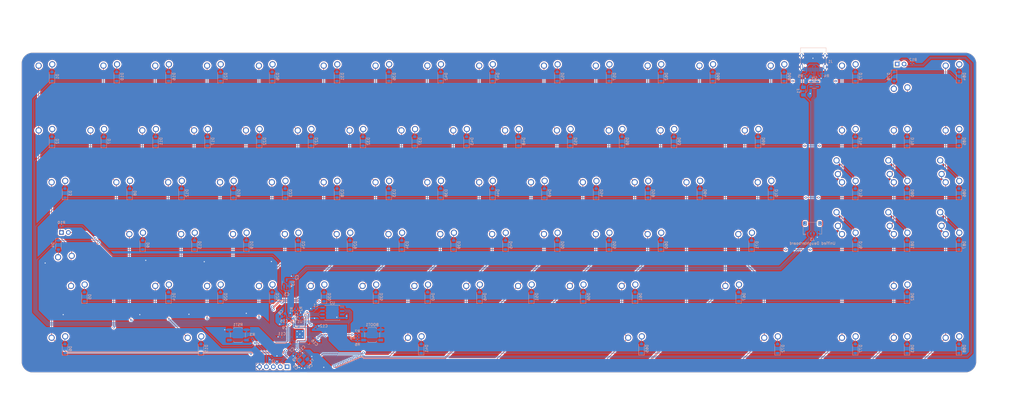
<source format=kicad_pcb>
(kicad_pcb (version 20221018) (generator pcbnew)
  (layers (0 "F.Cu" signal) (31 "B.Cu" signal) (34 "B.Paste" user) (35 "F.Paste" user) (36 "B.SilkS" user "B.Silkscreen") (37 "F.SilkS" user "F.Silkscreen") (38 "B.Mask" user) (39 "F.Mask" user) (44 "Edge.Cuts" user))
  (net 0 "")
  (net 1 "GND")
  (net 2 "Net-(BOOT1-Pad2)")
  (net 3 "+3V3")
  (net 4 "+5V")
  (net 5 "XIN")
  (net 6 "Net-(C5-Pad2)")
  (net 7 "+1V1")
  (net 8 "Net-(D1-A)")
  (net 9 "Net-(D2-A)")
  (net 10 "Net-(D3-A)")
  (net 11 "Net-(D4-A)")
  (net 12 "Net-(D5-A)")
  (net 13 "Net-(D6-A)")
  (net 14 "Net-(D7-A)")
  (net 15 "Net-(D8-A)")
  (net 16 "Net-(D9-A)")
  (net 17 "Net-(D10-A)")
  (net 18 "Net-(D11-A)")
  (net 19 "Net-(D12-A)")
  (net 20 "Net-(D13-A)")
  (net 21 "Net-(D14-A)")
  (net 22 "Net-(D15-A)")
  (net 23 "Net-(D16-A)")
  (net 24 "Net-(D17-A)")
  (net 25 "Net-(D18-A)")
  (net 26 "Net-(D19-A)")
  (net 27 "Net-(D20-A)")
  (net 28 "Net-(D21-A)")
  (net 29 "Net-(D22-A)")
  (net 30 "Net-(D23-A)")
  (net 31 "Net-(D24-A)")
  (net 32 "Net-(D25-A)")
  (net 33 "Net-(D26-A)")
  (net 34 "Net-(D27-A)")
  (net 35 "Net-(D28-A)")
  (net 36 "Net-(D29-A)")
  (net 37 "Net-(D30-A)")
  (net 38 "Net-(D31-A)")
  (net 39 "Net-(D32-A)")
  (net 40 "Net-(D33-A)")
  (net 41 "Net-(D34-A)")
  (net 42 "Net-(D35-A)")
  (net 43 "Net-(D36-A)")
  (net 44 "Net-(D37-A)")
  (net 45 "Net-(D38-A)")
  (net 46 "Net-(D39-A)")
  (net 47 "Net-(D40-A)")
  (net 48 "Net-(D41-A)")
  (net 49 "Net-(D42-A)")
  (net 50 "Net-(D43-A)")
  (net 51 "Net-(D44-A)")
  (net 52 "Net-(D45-A)")
  (net 53 "Net-(D46-A)")
  (net 54 "Net-(D47-A)")
  (net 55 "Net-(D48-A)")
  (net 56 "Net-(D49-A)")
  (net 57 "Net-(D50-A)")
  (net 58 "Net-(D51-A)")
  (net 59 "Net-(D52-A)")
  (net 60 "Net-(D53-A)")
  (net 61 "Net-(D54-A)")
  (net 62 "Net-(D55-A)")
  (net 63 "Net-(D56-A)")
  (net 64 "Net-(D57-A)")
  (net 65 "Net-(D58-A)")
  (net 66 "Net-(D59-A)")
  (net 67 "Net-(D60-A)")
  (net 68 "Net-(D61-A)")
  (net 69 "Net-(D62-A)")
  (net 70 "Net-(D63-A)")
  (net 71 "Net-(D64-A)")
  (net 72 "Net-(D65-A)")
  (net 73 "Net-(D66-A)")
  (net 74 "Net-(D67-A)")
  (net 75 "Net-(D68-A)")
  (net 76 "Net-(D69-A)")
  (net 77 "Net-(D70-A)")
  (net 78 "Net-(D71-A)")
  (net 79 "Net-(D72-A)")
  (net 80 "Net-(D73-A)")
  (net 81 "Net-(D74-A)")
  (net 82 "Net-(D75-A)")
  (net 83 "Net-(D76-A)")
  (net 84 "Net-(D77-A)")
  (net 85 "Net-(D78-A)")
  (net 86 "Net-(D79-A)")
  (net 87 "Net-(D80-A)")
  (net 88 "Net-(D81-A)")
  (net 89 "Net-(D82-A)")
  (net 90 "Net-(D83-A)")
  (net 91 "Net-(D84-A)")
  (net 92 "Net-(D85-A)")
  (net 93 "Net-(D86-A)")
  (net 94 "Net-(D87-A)")
  (net 95 "Net-(D88-A)")
  (net 96 "VBUS")
  (net 97 "Net-(J1-CC1)")
  (net 98 "D+")
  (net 99 "D-")
  (net 101 "Net-(J1-CC2)")
  (net 103 "RESET")
  (net 104 "SWC")
  (net 105 "SWD")
  (net 106 "Net-(U1-USB_DP)")
  (net 107 "Net-(U1-USB_DM)")
  (net 108 "Q_SEL")
  (net 109 "Net-(R7-Pad1)")
  (net 110 "XOUT")
  (net 113 "Net-(D89-K)")
  (net 114 "Net-(D90-K)")
  (net 115 "Q_IO3")
  (net 116 "Q_CLK")
  (net 117 "Q_IO0")
  (net 118 "Q_IO2")
  (net 119 "Q_IO1")
  (net 122 "ROW0")
  (net 123 "ROW1")
  (net 124 "ROW2")
  (net 125 "ROW3")
  (net 126 "ROW4")
  (net 127 "ROW5")
  (net 128 "COL0")
  (net 129 "COL1")
  (net 130 "COL2")
  (net 131 "COL3")
  (net 132 "COL4")
  (net 133 "COL5")
  (net 134 "COL6")
  (net 135 "COL7")
  (net 136 "COL8")
  (net 137 "COL9")
  (net 138 "COL10")
  (net 139 "COL11")
  (net 140 "COL12")
  (net 141 "COL13")
  (net 142 "COL14")
  (net 143 "COL15")
  (net 144 "COL16")
  (net 145 "COL17")
  (net 147 "LED_CAPS")
  (net 148 "LED_SCLK")
  (footprint "PCM_marbastlib-xp-alps:SW_Alps_1u" (layer "F.Cu") (at 351.63125 112.7125 90)
    (fp_text reference "MX92" hide)
    (fp_text value "MX_SW_solder" hide)
  )
  (footprint "PCM_marbastlib-xp-alps:SW_Alps_1u" (layer "F.Cu") (at 142.08125 103.1875)
    (fp_text reference "MX28" hide)
    (fp_text value "MX_SW_solder" hide)
  )
  (footprint "PCM_marbastlib-xp-alps:SW_Alps_1u" (layer "F.Cu") (at 223.04375 122.2375)
    (fp_text reference "MX50" hide)
    (fp_text value "MX_SW_solder" hide)
  )
  (footprint "PCM_marbastlib-xp-alps:SW_Alps_1u" (layer "F.Cu") (at 142.08125 60.325)
    (fp_text reference "MX31" hide)
    (fp_text value "MX_SW_solder" hide)
  )
  (footprint "PCM_marbastlib-xp-alps:SW_Alps_1u" (layer "F.Cu") (at 65.88125 103.1875)
    (fp_text reference "MX8" hide)
    (fp_text value "MX_SW_solder" hide)
  )
  (footprint "PCM_marbastlib-xp-alps:SW_Alps_1u" (layer "F.Cu") (at 199.23125 60.325)
    (fp_text reference "MX47" hide)
    (fp_text value "MX_SW_solder" hide)
  )
  (footprint "PCM_marbastlib-xp-alps:SW_Alps_1u" (layer "F.Cu") (at 118.26875 60.325)
    (fp_text reference "MX26" hide)
    (fp_text value "MX_SW_solder" hide)
  )
  (footprint "PCM_marbastlib-xp-alps:SW_Alps_1u" (layer "F.Cu") (at 351.63125 160.3375)
    (fp_text reference "MX83" hide)
    (fp_text value "MX_SW_solder" hide)
  )
  (footprint "PCM_marbastlib-xp-alps:SW_Alps_1u" (layer "F.Cu") (at 56.35625 84.1375)
    (fp_text reference "MX7" hide)
    (fp_text value "MX_SW_solder" hide)
  )
  (footprint "PCM_marbastlib-xp-alps:SW_Alps_1u" (layer "F.Cu") (at 184.94375 122.2375)
    (fp_text reference "MX39" hide)
    (fp_text value "MX_SW_solder" hide)
  )
  (footprint "PCM_marbastlib-xp-alps:SW_Alps_1u" (layer "F.Cu") (at 213.51875 141.2875)
    (fp_text reference "MX51" hide)
    (fp_text value "MX_SW_solder" hide)
  )
  (footprint "PCM_marbastlib-xp-alps:SW_Alps_1u" (layer "F.Cu") (at 44.45 122.2375 180)
    (fp_text reference "MX4" hide)
    (fp_text value "MX_SW_solder" hide)
  )
  (footprint "PCM_marbastlib-xp-alps:SW_Alps_1u" (layer "F.Cu") (at 251.61875 141.2875)
    (fp_text reference "MX61" hide)
    (fp_text value "MX_SW_solder" hide)
  )
  (footprint "PCM_marbastlib-xp-alps:SW_Alps_1u" (layer "F.Cu") (at 146.84375 122.2375)
    (fp_text reference "MX29" hide)
    (fp_text value "MX_SW_solder" hide)
  )
  (footprint "PCM_marbastlib-xp-alps:SW_Alps_1u" (layer "F.Cu") (at 92.075 160.3375)
    (fp_text reference "MX15" hide)
    (fp_text value "MX_SW_solder" hide)
  )
  (footprint "PCM_marbastlib-xp-alps:SW_Alps_1u" (layer "F.Cu") (at 151.60625 84.1375)
    (fp_text reference "MX32" hide)
    (fp_text value "MX_SW_solder" hide)
  )
  (footprint "PCM_marbastlib-xp-alps:SW_Alps_1u" (layer "F.Cu") (at 37.30625 84.1375)
    (fp_text reference "MX2" hide)
    (fp_text value "MX_SW_solder" hide)
  )
  (footprint "PCM_marbastlib-xp-alps:SW_Alps_1u" (layer "F.Cu") (at 218.28125 103.1875)
    (fp_text reference "MX49" hide)
    (fp_text value "MX_SW_solder" hide)
  )
  (footprint "PCM_marbastlib-xp-alps:SW_Alps_1u" (layer "F.Cu") (at 306.3875 60.325)
    (fp_text reference "MX68" hide)
    (fp_text value "MX_SW_solder" hide)
  )
  (footprint "PCM_marbastlib-xp-alps:SW_Alps_1u" (layer "F.Cu") (at 42.06875 160.3375)
    (fp_text reference "MX6" hide)
    (fp_text value "MX_SW_solder" hide)
  )
  (footprint "PCM_marbastlib-xp-alps:SW_Alps_1u" (layer "F.Cu") (at 232.56875 141.2875)
    (fp_text reference "MX56" hide)
    (fp_text value "MX_SW_solder" hide)
  )
  (footprint "PCM_marbastlib-xp-alps:SW_Alps_1u" (layer "F.Cu") (at 351.63125 122.2375)
    (fp_text reference "MX81" hide)
    (fp_text value "MX_SW_solder" hide)
  )
  (footprint "PCM_marbastlib-xp-alps:SW_Alps_1u" (layer "F.Cu") (at 137.31875 141.2875)
    (fp_text reference "MX30" hide)
    (fp_text value "MX_SW_solder" hide)
  )
  (footprint "PCM_marbastlib-xp-alps:SW_Alps_1u" (layer "F.Cu") (at 70.64375 122.2375)
    (fp_text reference "MX9" hide)
    (fp_text value "MX_SW_solder" hide)
  )
  (footprint "PCM_marbastlib-xp-alps:SW_Alps_1u" (layer "F.Cu") (at 304.00625 160.3375)
    (fp_text reference "MX72" hide)
    (fp_text value "MX_SW_solder" hide)
  )
  (footprint "PCM_marbastlib-xp-alps:SW_Alps_1u" (layer "F.Cu") (at 301.625 103.1875)
    (fp_text reference "MX70" hide)
    (fp_text value "MX_SW_solder" hide)
  )
  (footprint "PCM_marbastlib-xp-alps:SW_Alps_1u" (layer "F.Cu") (at 351.63125 60.325 180)
    (fp_text reference "MX78" hide)
    (fp_text value "MX_SW_solder" hide)
  )
  (footprint "PCM_marbastlib-xp-alps:SW_Alps_1u" (layer "F.Cu") (at 99.21875 60.325)
    (fp_text reference "MX21" hide)
    (fp_text value "MX_SW_solder" hide)
  )
  (footprint "PCM_marbastlib-xp-alps:SW_Alps_1u" (layer "F.Cu") (at 75.40625 84.1375)
    (fp_text reference "MX11" hide)
    (fp_text value "MX_SW_solder" hide)
  )
  (footprint "PCM_marbastlib-xp-alps:SW_Alps_1u" (layer "F.Cu") (at 108.74375 122.2375)
    (fp_text reference "MX19" hide)
    (fp_text value "MX_SW_solder" hide)
  )
  (footprint "PCM_marbastlib-xp-alps:SW_Alps_1u" (layer "F.Cu") (at 180.18125 103.1875)
    (fp_text reference "MX38" hide)
    (fp_text value "MX_SW_solder" hide)
  )
  (footprint "PCM_marbastlib-xp-alps:SW_Alps_1u" (layer "F.Cu") (at 296.8625 84.1375)
    (fp_text reference "MX69" hide)
    (fp_text value "MX_SW_solder" hide)
  )
  (footprint "PCM_marbastlib-xp-alps:SW_Alps_1u" (layer "F.Cu") (at 123.03125 103.1875)
    (fp_text reference "MX23" hide)
    (fp_text value "MX_SW_solder" hide)
  )
  (footprint "PCM_marbastlib-xp-alps:SW_Alps_1u" (layer "F.Cu") (at 261.14375 60.325)
    (fp_text reference "MX62" hide)
    (fp_text value "MX_SW_solder" hide)
  )
  (footprint "PCM_marbastlib-xp-alps:SW_Alps_1u" (layer "F.Cu") (at 49.2125 141.2875)
    (fp_text reference "MX5" hide)
    (fp_text value "MX_SW_solder" hide)
  )
  (footprint "PCM_marbastlib-xp-alps:SW_Alps_1u" (layer "F.Cu") (at 132.55625 84.1375)
    (fp_text reference "MX27" hide)
    (fp_text value "MX_SW_solder" hide)
  )
  (footprint "PCM_marbastlib-xp-alps:SW_Alps_1u" (layer "F.Cu") (at 175.41875 141.2875)
    (fp_text reference "MX40" hide)
    (fp_text value "MX_SW_solder" hide)
  )
  (footprint "PCM_marbastlib-xp-alps:SW_Alps_1u" (layer "F.Cu") (at 332.58125 84.1375)
    (fp_text reference "MX74" hide)
    (fp_text value "MX_SW_solder" hide)
  )
  (footprint "PCM_marbastlib-xp-alps:SW_Alps_1u" (layer "F.Cu") (at 189.70625 84.1375)
    (fp_text reference "MX43" hide)
    (fp_text value "MX_SW_solder" hide)
  )
  (footprint "Connector_PinHeader_2.54mm:PinHeader_1x02_P2.54mm_Horizontal" (layer "F.Cu") (at 350.36125 55.725 90)
    (fp_text reference "D90" hide)
    (fp_text value "LED_Small")
  )
  (footprint "PCM_marbastlib-xp-alps:SW_Alps_1u" (layer "F.Cu") (at 208.75625 84.1375)
    (fp_text reference "MX48" hide)
    (fp_text value "MX_SW_solder" hide)
  )
  (footprint "PCM_marbastlib-xp-alps:SW_Alps_1u" (layer "F.Cu") (at 370.68125 103.1875)
    (fp_text reference "MX86" hide)
    (fp_text value "MX_SW_solder" hide)
  )
  (footprint "PCM_marbastlib-xp-alps:SW_Alps_1u" (layer "F.Cu") (at 42.06875 103.1875)
    (fp_text reference "MX3" hide)
    (fp_text value "MX_SW_solder" hide)
  )
  (footprint "PCM_marbastlib-xp-alps:SW_Alps_1u" (layer "F.Cu") (at 261.14375 122.2375)
    (fp_text reference "MX60" hide)
    (fp_text value "MX_SW_solder" hide)
  )
  (footprint "PCM_marbastlib-xp-alps:SW_Alps_1u" (layer "F.Cu") (at 61.11875 60.325)
    (fp_text reference "MX10" hide)
    (fp_text value "MX_SW_solder" hide)
  )
  (footprint "PCM_marbastlib-xp-alps:SW_Alps_1u" (layer "F.Cu") (at 156.36875 141.2875)
    (fp_text reference "MX35" hide)
    (fp_text value "MX_SW_solder" hide)
  )
  (footprint "PCM_marbastlib-xp-alps:SW_Alps_1u" (layer "F.Cu") (at 254 160.3375)
    (fp_text reference "MX65" hide)
    (fp_text value "MX_SW_solder" hide)
  )
  (footprint "PCM_marbastlib-xp-alps:SW_Alps_1u" (layer "F.Cu") (at 113.50625 84.1375)
    (fp_text reference "MX22" hide)
    (fp_text value "MX_SW_solder" hide)
  )
  (footprint "PCM_marbastlib-xp-alps:SW_Alps_1u" (layer "F.Cu") (at 242.09375 122.2375)
    (fp_text reference "MX55" hide)
    (fp_text value "MX_SW_solder" hide)
  )
  (footprint "PCM_marbastlib-xp-alps:SW_Alps_1u" (layer "F.Cu") (at 370.68125 93.6625 90)
    (fp_text reference "MX93" hide)
    (fp_text value "MX_SW_solder" hide)
  )
  (footprint "PCM_marbastlib-xp-alps:SW_Alps_1u" (layer "F.Cu") (at 256.38125 103.1875)
    (fp_text reference "MX59" hide)
    (fp_text value "MX_SW_solder" hide)
  )
  (footprint "PCM_marbastlib-xp-alps:SW_Alps_1u" (layer "F.Cu") (at 84.93125 103.1875)
    (fp_text reference "MX12" hide)
    (fp_text value "MX_SW_solder" hide)
  )
  (footprint "PCM_marbastlib-xp-alps:SW_Alps_1u" (layer "F.Cu") (at 203.99375 122.2375)
    (fp_text reference "MX45" hide)
    (fp_text value "MX_SW_solder" hide)
  )
  (footprint "PCM_marbastlib-xp-alps:SW_Alps_1u" (layer "F.Cu") (at 275.43125 103.1875)
    (fp_text reference "MX64" hide)
    (fp_text value "MX_SW_solder" hide)
  )
  (footprint "PCM_marbastlib-xp-alps:SW_Alps_1u" (layer "F.Cu") (at 237.33125 103.1875)
    (fp_text reference "MX54" hide)
    (fp_text value "MX_SW_solder" hide)
  )
  (footprint "PCM_marbastlib-xp-alps:SW_Alps_1u" (layer "F.Cu") (at 242.09375 60.325)
    (fp_text reference "MX57" hide)
    (fp_text value "MX_SW_solder" hide)
  )
  (footprint "PCM_marbastlib-xp-alps:SW_Alps_1u" (layer "F.Cu") (at 370.68125 160.3375)
    (fp_text reference "MX88" hide)
    (fp_text value "MX_SW_solder" hide)
  )
  (footprint "PCM_marbastlib-xp-alps:SW_Alps_1u" (layer "F.Cu") (at 173.0375 160.3375)
    (fp_text reference "MX41" hide)
    (fp_text value "MX_SW_solder" hide)
  )
  (footprint "PCM_marbastlib-xp-alps:SW_Alps_1u" (layer "F.Cu") (at 80.16875 60.325)
    (fp_text reference "MX16" hide)
    (fp_text value "MX_SW_solder" hide)
  )
  (footprint "PCM_marbastlib-xp-alps:SW_Alps_1u" (layer "F.Cu") (at 161.13125 60.325)
    (fp_text reference "MX36" hide)
    (fp_text value "MX_SW_solder" hide)
  )
  (footprint "PCM_marbastlib-xp-alps:SW_Alps_1u" (layer "F.Cu") (at 280.19375 60.325)
    (fp_text reference "MX66" hide)
    (fp_text value "MX_SW_solder" hide)
  )
  (footprint "PCM_marbastlib-xp-alps:SW_Alps_1u" (layer "F.Cu") (at 103.98125 103.1875)
    (fp_text reference "MX18" hide)
    (fp_text value "MX_SW_solder" hide)
  )
  (footprint "PCM_marbastlib-xp-alps:SW_Alps_1u" (layer "F.Cu") (at 223.04375 60.325)
    (fp_text reference "MX52" hide)
    (fp_text value "MX_SW_solder" hide)
  )
  (footprint "Connector_PinHeader_2.54mm:PinHeader_1x02_P2.54mm_Horizontal" (layer "F.Cu") (at 43.18 117.6375 90)
    (fp_text reference "D89" hide)
    (fp_text value "LED_Small")
  )
  (footprint "PCM_marbastlib-xp-alps:SW_Alps_1u" (layer "F.Cu") (at 37.30625 60.325)
    (fp_text reference "MX1" hide)
    (fp_text value "MX_SW_solder" hide)
  )
  (footprint "PCM_marbastlib-xp-alps:SW_Alps_1u" (layer "F.Cu") (at 370.68125 122.2375)
    (fp_text reference "MX87" hide)
    (fp_text value "MX_SW_solder" hide)
  )
  (footprint "PCM_marbastlib-xp-alps:SW_Alps_1u" (layer "F.Cu") (at 370.68125 112.7125 90)
    (fp_text reference "MX94" hide)
    (fp_text value "MX_SW_solder" hide)
  )
  (footprint "PCM_marbastlib-xp-alps:SW_Alps_1u" (layer "F.Cu") (at 199.23125 103.1875)
    (fp_text reference "MX44" hide)
    (fp_text value "MX_SW_solder" hide)
  )
  (footprint "PCM_marbastlib-xp-alps:SW_Alps_1u" (layer "F.Cu") (at 246.85625 84.1375)
    (fp_text reference "MX58" hide)
    (fp_text value "MX_SW_solder" hide)
  )
  (footprint "PCM_marbastlib-xp-alps:SW_Alps_1u" (layer "F.Cu") (at 180.18125 60.325)
    (fp_text reference "MX42" hide)
    (fp_text value "MX_SW_solder" hide)
  )
  (footprint "PCM_marbastlib-xp-alps:SW_Alps_1u" (layer "F.Cu") (at 227.80625 84.1375)
    (fp_text reference "MX53" hide)
    (fp_text value "MX_SW_solder" hide)
  )
  (footprint "PCM_marbastlib-xp-alps:SW_Alps_1u" (layer "F.Cu") (at 89.69375 122.2375)
    (fp_text reference "MX13" hide)
    (fp_text value "MX_SW_solder" hide)
  )
  (footprint "PCM_marbastlib-xp-alps:SW_Alps_1u" (layer "F.Cu") (at 99.21875 141.2875)
    (fp_text reference "MX20" hide)
    (fp_text value "MX_SW_solder" hide)
  )
  (footprint "PCM_marbastlib-xp-alps:SW_Alps_1u" (layer "F.Cu") (at 370.68125 60.325)
    (fp_text reference "MX84" hide)
    (fp_text value "MX_SW_solder" hide)
  )
  (footprint "PCM_marbastlib-xp-alps:SW_Alps_1u" (layer "F.Cu") (at 170.65625 84.1375)
    (fp_text reference "MX37" hide)
    (fp_text value "MX_SW_solder" hide)
  )
  (footprint "PCM_marbastlib-xp-alps:SW_Alps_1u" (layer "F.Cu") (at 294.48125 122.2375)
    (fp_text reference "MX71" hide)
    (fp_text value "MX_SW_solder" hide)
  )
  (footprint "PCM_marbastlib-xp-alps:SW_Alps_1u" (layer "F.Cu") (at 332.58125 122.2375)
    (fp_text reference "MX76" hide)
    (fp_text value "MX_SW_solder" hide)
  )
  (footprint "PCM_marbastlib-xp-alps:SW_Alps_1u" (layer "F.Cu") (at 370.68125 84.1375)
    (fp_text reference "MX85" hide)
    (fp_text value "MX_SW_solder" hide)
  )
  (footprint "PCM_marbastlib-xp-alps:SW_Alps_1u" (layer "F.Cu") (at 194.46875 141.2875)
    (fp_text reference "MX46" hide)
    (fp_text value "MX_SW_solder" hide)
  )
  (footprint "PCM_marbastlib-xp-alps:SW_Alps_1u" (layer "F.Cu") (at 351.63125 93.6625 90)
    (fp_text reference "MX91" hide)
    (fp_text value "MX_SW_solder" hide)
  )
  (footprint "PCM_marbastlib-xp-alps:SW_Alps_1u" (layer "F.Cu") (at 265.90625 84.1375)
    (fp_text reference "MX63" hide)
    (fp_text value "MX_SW_solder" hide)
  )
  (footprint "PCM_marbastlib-xp-alps:SW_Alps_1u" (layer "F.Cu") (at 165.89375 122.2375)
    (fp_text reference "MX34" hide)
    (fp_text value "MX_SW_solder" hide)
  )
  (footprint "PCM_marbastlib-xp-alps:SW_Alps_1u" (layer "F.Cu") (at 118.26875 141.2875)
    (fp_text reference "MX25" hide)
    (fp_text value "MX_SW_solder" hide)
  )
  (footprint "PCM_marbastlib-xp-alps:SW_Alps_1u" (layer "F.Cu") (at 332.58125 60.325)
    (fp_text reference "MX73" hide)
    (fp_text value "MX_SW_solder" hide)
  )
  (footprint "PCM_marbastlib-xp-alps:SW_Alps_1u" (layer "F.Cu") (at 332.58125 93.6625 90)
    (fp_text reference "MX89" hide)
    (fp_text value "MX_SW_solder" hide)
  )
  (footprint "PCM_marbastlib-xp-alps:SW_Alps_1u" (layer "F.Cu") (at 127.79375 122.2375)
    (fp_text reference "MX24" hide)
    (fp_text value "MX_SW_solder" hide)
  )
  (footprint "PCM_marbastlib-xp-alps:SW_Alps_1u" (layer "F.Cu") (at 94.45625 84.1375)
    (fp_text reference "MX17" hide)
    (fp_text value "MX_SW_solder" hide)
  )
  (footprint "PCM_marbastlib-xp-alps:SW_Alps_1u" (layer "F.Cu") (at 289.71875 141.2875)
    (fp_text reference "MX67" hide)
    (fp_text value "MX_SW_solder" hide)
  )
  (footprint "PCM_marbastlib-xp-alps:SW_Alps_1u" (layer "F.Cu") (at 161.13125 103.1875)
    (fp_text reference "MX33" hide)
    (fp_text value "MX_SW_solder" hide)
  )
  (footprint "PCM_marbastlib-xp-alps:SW_Alps_1u" (layer "F.Cu") (at 80.16875 141.2875)
    (fp_text reference "MX14" hide)
    (fp_text value "MX_SW_solder" hide)
  )
  (footprint "PCM_marbastlib-xp-alps:SW_Alps_1u" (layer "F.Cu") (at 351.63125 84.1375)
    (fp_text reference "MX79" hide)
    (fp_text value "MX_SW_solder" hide)
  )
  (footprint "PCM_marbastlib-xp-alps:SW_Alps_1u" (layer "F.Cu") (at 332.58125 112.7125 90)
    (fp_text reference "MX90" hide)
    (fp_text value "MX_SW_solder" hide)
  )
  (footprint "PCM_marbastlib-xp-alps:SW_Alps_1u" (layer "F.Cu") (at 351.63125 103.1875)
    (fp_text reference "MX80" hide)
    (fp_text value "MX_SW_solder" hide)
  )
  (footprint "PCM_marbastlib-xp-alps:SW_Alps_1u" (layer "F.Cu") (at 332.58125 160.3375)
    (fp_text reference "MX77" hide)
    (fp_text value "MX_SW_solder" hide)
  )
  (footprint "PCM_marbastlib-xp-alps:SW_Alps_1u" (layer "F.Cu") (at 332.58125 103.1875)
    (fp_text reference "MX75" hide)
    (fp_text value "MX_SW_solder" hide)
  )
  (footprint "PCM_marbastlib-xp-alps:SW_Alps_1u" (layer "F.Cu") (at 351.63125 141.2875)
    (fp_text reference "MX82" hide)
    (fp_text value "MX_SW_solder" hide)
  )
  (footprint "Diode_SMD:D_SOD-123" (layer "B.Cu") (at 263.525 60.325 90)
    (fp_text reference "D62")
    (fp_text value "D_Small")
  )
  (footprint "Diode_SMD:D_SOD-123" (layer "B.Cu") (at 225.425 122.2375 90)
    (fp_text reference "D50")
    (fp_text value "D_Small")
  )
  (footprint "Diode_SMD:D_SOD-123" (layer "B.Cu") (at 187.325 122.2375 90)
    (fp_text reference "D39")
    (fp_text value "D_Small")
  )
  (footprint "Diode_SMD:D_SOD-123" (layer "B.Cu") (at 373.0625 122.2375 90)
    (fp_text reference "D87")
    (fp_text value "D_Small")
  )
  (footprint "Diode_SMD:D_SOD-123" (layer "B.Cu") (at 373.0625 160.3375 90)
    (fp_text reference "D88")
    (fp_text value "D_Small")
  )
  (footprint "Diode_SMD:D_SOD-123" (layer "B.Cu") (at 282.575 60.325 90)
    (fp_text reference "D66")
    (fp_text value "D_Small")
  )
  (footprint "Diode_SMD:D_SOD-123" (layer "B.Cu") (at 68.2625 103.1875 90)
    (fp_text reference "D8")
    (fp_text value "D_Small")
  )
  (footprint "Diode_SMD:D_SOD-123" (layer "B.Cu") (at 220.6625 103.1875 90)
    (fp_text reference "D49")
    (fp_text value "D_Small")
  )
  (footprint "Diode_SMD:D_SOD-123" (layer "B.Cu") (at 51.59375 141.2875 90)
    (fp_text reference "D5")
    (fp_text value "D_Small")
  )
  (footprint "PCM_marbastlib-various:Molex_Pico-EZmate_78171-0004_1x04-1MP_P1.20mm_Vertical" (layer "B.Cu") (at 319.2 116.08076)
    (fp_text reference "J3")
    (fp_text value "Conn_01x04")
  )
  (footprint "Capacitor_SMD:C_0402_1005Metric" (layer "B.Cu") (at 130.584681 148.589812 90)
    (fp_text reference "C14")
    (fp_text value "100n")
  )
  (footprint "PCM_marbastlib-various:SOT-23-6-routable" (layer "B.Cu") (at 319.88125 63.131063 180)
    (fp_text reference "U4")
    (fp_text value "SRV05-4")
  )
  (footprint "Capacitor_SMD:C_0402_1005Metric" (layer "B.Cu") (at 129.876241 162.014885 -135)
    (fp_text reference "C10")
    (fp_text value "100n")
  )
  (footprint "Diode_SMD:D_SOD-123" (layer "B.Cu") (at 39.6875 60.325 90)
    (fp_text reference "D1")
    (fp_text value "D_Small")
  )
  (footprint "Diode_SMD:D_SOD-123" (layer "B.Cu") (at 177.8 141.2875 90)
    (fp_text reference "D40")
    (fp_text value "D_Small")
  )
  (footprint "Diode_SMD:D_SOD-123" (layer "B.Cu") (at 354.0125 84.1375 90)
    (fp_text reference "D79")
    (fp_text value "D_Small")
  )
  (footprint "Diode_SMD:D_SOD-123" (layer "B.Cu") (at 334.9625 160.3375 90)
    (fp_text reference "D77")
    (fp_text value "D_Small")
  )
  (footprint "Diode_SMD:D_SOD-123" (layer "B.Cu") (at 268.2875 84.1375 90)
    (fp_text reference "D63")
    (fp_text value "D_Small")
  )
  (footprint "Button_Switch_SMD:SW_SPST_TL3342" (layer "B.Cu") (at 108.05 155.3 180)
    (fp_text reference "RST1")
    (fp_text value "SW_Push")
  )
  (footprint "Diode_SMD:D_SOD-123" (layer "B.Cu") (at 249.2375 84.1375 90)
    (fp_text reference "D58")
    (fp_text value "D_Small")
  )
  (footprint "Diode_SMD:D_SOD-123" (layer "B.Cu") (at 44.45 160.3375 90)
    (fp_text reference "D6")
    (fp_text value "D_Small")
  )
  (footprint "Diode_SMD:D_SOD-123" (layer "B.Cu") (at 373.0625 60.325 90)
    (fp_text reference "D84")
    (fp_text value "D_Small")
  )
  (footprint "Button_Switch_SMD:SW_SPST_TL3342" (layer "B.Cu") (at 157.4 155.3 180)
    (fp_text reference "BOOT1")
    (fp_text value "SW_Push")
  )
  (footprint "Capacitor_SMD:C_0402_1005Metric" (layer "B.Cu") (at 127.872286 148.872202 90)
    (fp_text reference "C6")
    (fp_text value "1u")
  )
  (footprint "Package_DFN_QFN:QFN-56-1EP_7x7mm_P0.4mm_EP3.2x3.2mm" (layer "B.Cu") (at 130.818889 155.06155 180)
    (fp_text reference "U1")
    (fp_text value "RP2040")
  )
  (footprint "Diode_SMD:D_SOD-123" (layer "B.Cu") (at 125.4125 103.1875 90)
    (fp_text reference "D23")
    (fp_text value "D_Small")
  )
  (footprint "Diode_SMD:D_SOD-123" (layer "B.Cu") (at 299.24375 84.1375 90)
    (fp_text reference "D69")
    (fp_text value "D_Small")
  )
  (footprint "Diode_SMD:D_SOD-123" (layer "B.Cu") (at 225.425 60.325 90)
    (fp_text reference "D52")
    (fp_text value "D_Small")
  )
  (footprint "Diode_SMD:D_SOD-123" (layer "B.Cu") (at 173.0375 84.1375 90)
    (fp_text reference "D37")
    (fp_text value "D_Small")
  )
  (footprint "Diode_SMD:D_SOD-123" (layer "B.Cu") (at 101.6 141.2875 90)
    (fp_text reference "D20")
    (fp_text value "D_Small")
  )
  (footprint "Resistor_SMD:R_0402_1005Metric" (layer "B.Cu") (at 43.2 115.2 180)
    (fp_text reference "R10")
    (fp_text value "120")
  )
  (footprint "Diode_SMD:D_SOD-123" (layer "B.Cu") (at 82.55 60.325 90)
    (fp_text reference "D16")
    (fp_text value "D_Small")
  )
  (footprint "Resistor_SMD:R_0402_1005Metric" (layer "B.Cu") (at 130.031389 146.32405 -90)
    (fp_text reference "R1")
    (fp_text value "27R")
  )
  (footprint "Diode_SMD:D_SOD-123" (layer "B.Cu") (at 111.125 122.2375 90)
    (fp_text reference "D19")
    (fp_text value "D_Small")
  )
  (footprint "Resistor_SMD:R_0402_1005Metric" (layer "B.Cu") (at 130.601235 162.732658 45)
    (fp_text reference "R9")
    (fp_text value "1k")
  )
  (footprint "Diode_SMD:D_SOD-123" (layer "B.Cu") (at 163.5125 60.325 90)
    (fp_text reference "D36")
    (fp_text value "D_Small")
  )
  (footprint "Diode_SMD:D_SOD-123" (layer "B.Cu") (at 39.6875 84.1375 90)
    (fp_text reference "D2")
    (fp_text value "D_Small")
  )
  (footprint "Diode_SMD:D_SOD-123" (layer "B.Cu") (at 292.1 141.2875 90)
    (fp_text reference "D67")
    (fp_text value "D_Small")
  )
  (footprint "Diode_SMD:D_SOD-123" (layer "B.Cu") (at 296.8625 122.2375 90)
    (fp_text reference "D71")
    (fp_text value "D_Small")
  )
  (footprint "Capacitor_SMD:C_0402_1005Metric" (layer "B.Cu") (at 124.2 156.073473 180)
    (fp_text reference "C11")
    (fp_text value "100n")
  )
  (footprint "Capacitor_SMD:C_0402_1005Metric" (layer "B.Cu") (at 133.815604 166.020357 45)
    (fp_text reference "C4")
    (fp_text value "22p")
  )
  (footprint "Capacitor_SMD:C_0402_1005Metric" (layer "B.Cu") (at 128.615683 134.188634 90)
    (fp_text reference "C2")
    (fp_text value "1u")
  )
  (footprint "Capacitor_SMD:C_0603_1608Metric" (layer "B.Cu") (at 124.8 148 -135)
    (fp_text reference "C8")
    (fp_text value "10u")
  )
  (footprint "Diode_SMD:D_SOD-123" (layer "B.Cu") (at 92.075 122.2375 90)
    (fp_text reference "D13")
    (fp_text value "D_Small")
  )
  (footprint "Diode_SMD:D_SOD-123" (layer "B.Cu") (at 244.475 60.325 90)
    (fp_text reference "D57")
    (fp_text value "D_Small")
  )
  (footprint "Diode_SMD:D_SOD-123" (layer "B.Cu") (at 258.7625 103.1875 90)
    (fp_text reference "D59")
    (fp_text value "D_Small")
  )
  (footprint "Connector_USB:USB_C_Receptacle_HRO_TYPE-C-31-M-12" (layer "B.Cu") (at 319.53 53.705)
    (fp_text reference "J1")
    (fp_text value "USB_C_Receptacle_USB2.0")
  )
  (footprint "Resistor_SMD:R_0402_1005Metric" (layer "B.Cu") (at 322.2625 60.13125)
    (fp_text reference "R4")
    (fp_text value "5.1k")
  )
  (footprint "Diode_SMD:D_SOD-123" (layer "B.Cu") (at 201.6125 103.1875 90)
    (fp_text reference "D44")
    (fp_text value "D_Small")
  )
  (footprint "Diode_SMD:D_SOD-123" (layer "B.Cu") (at 144.4625 60.325 90)
    (fp_text reference "D31")
    (fp_text value "D_Small")
  )
  (footprint "Diode_SMD:D_SOD-123" (layer "B.Cu") (at 256.38125 160.3375 90)
    (fp_text reference "D65")
    (fp_text value "D_Small")
  )
  (footprint "Diode_SMD:D_SOD-123" (layer "B.Cu") (at 106.3625 103.1875 90)
    (fp_text reference "D18")
    (fp_text value "D_Small")
  )
  (footprint "Capacitor_SMD:C_0402_1005Metric" (layer "B.Cu") (at 130.171978 166.301882 135)
    (fp_text reference "C5")
    (fp_text value "22p")
  )
  (footprint "Resistor_SMD:R_0402_1005Metric" (layer "B.Cu") (at 128.987639 146.32405 90)
    (fp_text reference "R2")
    (fp_text value "27R")
  )
  (footprint "Diode_SMD:D_SOD-123" (layer "B.Cu") (at 354.0125 160.3375 90)
    (fp_text reference "D83")
    (fp_text value "D_Small")
  )
  (footprint "Diode_SMD:D_SOD-123" (layer "B.Cu") (at 244.475 122.2375 90)
    (fp_text reference "D55")
    (fp_text value "D_Small")
  )
  (footprint "Diode_SMD:D_SOD-123" (layer "B.Cu") (at 334.9625 103.1875 90)
    (fp_text reference "D75")
    (fp_text value "D_Small")
  )
  (footprint "Fuse:Fuse_1206_3216Metric" (layer "B.Cu") (at 315.9125 65.6875 -90)
    (fp_text reference "F1")
    (fp_text value "500mA")
  )
  (footprint "Diode_SMD:D_SOD-123" (layer "B.Cu") (at 58.7375 84.1375 90)
    (fp_text reference "D7")
    (fp_text value "D_Small")
  )
  (footprint "Connector_PinHeader_2.54mm:PinHeader_1x05_P2.54mm_Vertical" (layer "B.Cu") (at 126.14 167 90)
    (fp_text reference "J2")
    (fp_text value "Conn_01x05")
  )
  (footprint "Diode_SMD:D_SOD-123" (layer "B.Cu") (at 63.5 60.325 90)
    (fp_text reference "D10")
    (fp_text value "D_Small")
  )
  (footprint "Capacitor_SMD:C_0402_1005Metric" (layer "B.Cu") (at 126.015683 139.2)
    (fp_text reference "C3")
    (fp_text value "1u")
  )
  (footprint "Capacitor_SMD:C_0402_1005Metric" (layer "B.Cu") (at 125.450729 151.376872 180)
    (fp_text reference "C9")
    (fp_text value "1u")
  )
  (footprint "Diode_SMD:D_SOD-123" (layer "B.Cu") (at 306.3875 160.3375 90)
    (fp_text reference "D72")
    (fp_text value "D_Small")
  )
  (footprint "Diode_SMD:D_SOD-123" (layer "B.Cu") (at 354.0125 122.2375 90)
    (fp_text reference "D81")
    (fp_text value "D_Small")
  )
  (footprint "Diode_SMD:D_SOD-123" (layer "B.Cu") (at 373.0625 103.1875 90)
    (fp_text reference "D86")
    (fp_text value "D_Small")
  )
  (footprint "Capacitor_SMD:C_0402_1005Metric" (layer "B.Cu") (at 126.717208 148.872341 90)
    (fp_text reference "C15")
    (fp_text value "100n")
  )
  (footprint "Diode_SMD:D_SOD-123" (layer "B.Cu") (at 182.5625 103.1875 90)
    (fp_text reference "D38")
    (fp_text value "D_Small")
  )
  (footprint "Diode_SMD:D_SOD-123" (layer "B.Cu") (at 304.00625 103.1875 90)
    (fp_text reference "D70")
    (fp_text value "D_Small")
  )
  (footprint "Resistor_SMD:R_0402_1005Metric" (layer "B.Cu") (at 152 157.4 180)
    (fp_text reference "R6")
    (fp_text value "1k")
  )
  (footprint "Diode_SMD:D_SOD-123" (layer "B.Cu") (at 277.8125 103.1875 90)
    (fp_text reference "D64")
    (fp_text value "D_Small")
  )
  (footprint "Resistor_SMD:R_0402_1005Metric" (layer "B.Cu") (at 152 155.2 180)
    (fp_text reference "R7")
    (fp_text value "5.1k")
  )
  (footprint "Diode_SMD:D_SOD-123" (layer "B.Cu") (at 234.95 141.2875 90)
    (fp_text reference "D56")
    (fp_text value "D_Small")
  )
  (footprint "Diode_SMD:D_SOD-123" (layer "B.Cu") (at 175.41875 160.3375 90)
    (fp_text reference "D41")
    (fp_text value "D_Small")
  )
  (footprint "Package_TO_SOT_SMD:SOT-23-3" (layer "B.Cu") (at 125.965683 136.251134 90)
    (fp_text reference "U3")
    (fp_text value "XC6206PxxxMR")
  )
  (footprint "Diode_SMD:D_SOD-123" (layer "B.Cu") (at 354.0125 141.2875 90)
    (fp_text reference "D82")
    (fp_text value "D_Small")
  )
  (footprint "Diode_SMD:D_SOD-123" (layer "B.Cu") (at 73.025 122.2375 90)
    (fp_text reference "D9")
    (fp_text value "D_Small")
  )
  (footprint "Diode_SMD:D_SOD-123" (layer "B.Cu") (at 215.9 141.2875 90)
    (fp_text reference "D51")
    (fp_text value "D_Small")
  )
  (footprint "Diode_SMD:D_SOD-123" (layer "B.Cu") (at 120.65 60.325 90)
    (fp_text reference "D26")
    (fp_text value "D_Small")
  )
  (footprint "Diode_SMD:D_SOD-123" (layer "B.Cu") (at 42.06875 122.2375 -90)
    (fp_text reference "D4")
    (fp_text value "D_Small")
  )
  (footprint "Diode_SMD:D_SOD-123" (layer "B.Cu") (at 373.0625 84.1375 90)
    (fp_text reference "D85")
    (fp_text value "D_Small")
  )
  (footprint "Diode_SMD:D_SOD-123" (layer "B.Cu") (at 196.85 141.2875 90)
    (fp_text reference "D46")
    (fp_text value "D_Small")
  )
  (footprint "Diode_SMD:D_SOD-123" (layer "B.Cu") (at 101.6 60.325 90)
    (fp_text reference "D21")
    (fp_text value "D_Small")
  )
  (footprint "Diode_SMD:D_SOD-123" (layer "B.Cu") (at 94.45625 160.3375 90)
    (fp_text reference "D15")
    (fp_text value "D_Small")
  )
  (footprint "Diode_SMD:D_SOD-123" (layer "B.Cu") (at 334.9625 60.325 90)
    (fp_text reference "D73")
    (fp_text value "D_Small")
  )
  (footprint "Package_SO:SOIC-8_5.23x5.23mm_P1.27mm" (layer "B.Cu") (at 142.760647 147.146504 180)
    (fp_text reference "U2")
    (fp_text value "W25Q128JVS")
  )
  (footprint "Diode_SMD:D_SOD-123" (layer "B.Cu") (at 334.9625 84.1375 90)
    (fp_text reference "D74")
    (fp_text value "D_Small")
  )
  (footprint "Diode_SMD:D_SOD-123" (layer "B.Cu") (at 168.275 122.2375 90)
    (fp_text reference "D34")
    (fp_text value "D_Small")
  )
  (footprint "Diode_SMD:D_SOD-123" (layer "B.Cu") (at 44.45 103.1875 90)
    (fp_text reference "D3")
    (fp_text value "D_Small")
  )
  (footprint "Diode_SMD:D_SOD-123" (layer "B.Cu") (at 134.9375 84.1375 90)
    (fp_text reference "D27")
    (fp_text value "D_Small")
  )
  (footprint "Diode_SMD:D_SOD-123" (layer "B.Cu") (at 115.8875 84.1375 90)
    (fp_text reference "D22")
    (fp_text value "D_Small")
  )
  (footprint "Diode_SMD:D_SOD-123" (layer "B.Cu") (at 87.3125 103.1875 90)
    (fp_text reference "D12")
    (fp_text value "D_Small")
  )
  (footprint "Diode_SMD:D_SOD-123" (layer "B.Cu") (at 120.65 141.2875 90)
    (fp_text reference "D25")
    (fp_text value "D_Small")
  )
  (footprint "Capacitor_SMD:C_0402_1005Metric" (layer "B.Cu") (at 136.283171 152.043246 -45)
    (fp_text reference "C12")
    (fp_text value "100n")
  )
  (footprint "Diode_SMD:D_SOD-123" (layer "B.Cu") (at 192.0875 84.1375 90)
    (fp_text reference "D43")
    (fp_text value "D_Small")
  )
  (footprint "Diode_SMD:D_SOD-123" (layer "B.Cu") (at 77.7875 84.1375 90)
    (fp_text reference "D11")
    (fp_text value "D_Small")
  )
  (footprint "Diode_SMD:D_SOD-123" (layer "B.Cu") (at 263.525 122.2375 90)
    (fp_text reference "D60")
    (fp_text value "D_Small")
  )
  (footprint "Diode_SMD:D_SOD-123" (layer "B.Cu") (at 130.175 122.2375 90)
    (fp_text reference "D24")
    (fp_text value "D_Small")
  )
  (footprint "Diode_SMD:D_SOD-123" (layer "B.Cu") (at 254 141.2875 90)
    (fp_text reference "D61")
    (fp_text value "D_Small")
  )
  (footprint "Diode_SMD:D_SOD-123" (layer "B.Cu") (at 239.7125 103.1875 90)
    (fp_text reference "D54")
    (fp_text value "D_Small")
  )
  (footprint "Capacitor_SMD:C_0402_1005Metric" (layer "B.Cu") (at 128.779491 161.611327 -135)
    (fp_text reference "C7")
    (fp_text value "100n")
  )
  (footprint "Diode_SMD:D_SOD-123" (layer "B.Cu") (at 139.7 141.2875 90)
    (fp_text reference "D30")
    (fp_text value "D_Small")
  )
  (footprint "Diode_SMD:D_SOD-123" (layer "B.Cu") (at 163.5125 103.1875 90)
    (fp_text reference "D33")
    (fp_text value "D_Small")
  )
  (footprint "Diode_SMD:D_SOD-123" (layer "B.Cu") (at 182.5625 60.325 90)
    (fp_text reference "D42")
    (fp_text value "D_Small")
  )
  (footprint "Diode_SMD:D_SOD-123" (layer "B.Cu") (at 158.75 141.2875 90)
    (fp_text reference "D35")
    (fp_text value "D_Small")
  )
  (footprint "Diode_SMD:D_SOD-123" (layer "B.Cu") (at 82.55 141.2875 90)
    (fp_text reference "D14")
    (fp_text value "D_Small")
  )
  (footprint "Capacitor_SMD:C_0402_1005Metric" (layer "B.Cu") (at 136.68 145.6 180)
    (fp_text reference "C1")
    (fp_text value "1u")
  )
  (footprint "Resistor_SMD:R_0402_1005Metric" (layer "B.Cu") (at 316.70625 60.13125 180)
    (fp_text reference "R5")
    (fp_text value "5.1k")
  )
  (footprint "Crystal:Crystal_SMD_3225-4Pin_3.2x2.5mm" (layer "B.Cu") (at 132.17509 164.373927 45)
    (fp_text reference "Y1")
    (fp_text value "Crystal_GND24")
  )
  (footprint "Diode_SMD:D_SOD-123" (layer "B.Cu") (at 308.76875 60.325 90)
    (fp_text reference "D68")
    (fp_text value "D_Small")
  )
  (footprint "Diode_SMD:D_SOD-123" (layer "B.Cu") (at 334.9625 122.2375 90)
    (fp_text reference "D76")
    (fp_text value "D_Small")
  )
  (footprint "Diode_SMD:D_SOD-123" (layer "B.Cu") (at 211.1375 84.1375 90)
    (fp_text reference "D48")
    (fp_text value "D_Small")
  )
  (footprint "Diode_SMD:D_SOD-123" (layer "B.Cu") (at 149.225 122.2375 90)
    (fp_text reference "D29")
    (fp_text value "D_Small")
  )
  (footprint "Resistor_SMD:R_0402_1005Metric" (layer "B.Cu") (at 355.88375 55.5625 180)
    (fp_text reference "R12")
    (fp_text value "120")
  )
  (footprint "Resistor_SMD:R_0402_1005Metric" (layer "B.Cu") (at 151.993634 156.314685)
    (fp_text reference "R8")
    (fp_text value "5.1k")
  )
  (footprint "Diode_SMD:D_SOD-123" (layer "B.Cu") (at 96.8375 84.1375 90)
    (fp_text reference "D17")
    (fp_text value "D_Small")
  )
  (footprint "Capacitor_SMD:C_0402_1005Metric" (layer "B.Cu") (at 131.688359 148.569677 90)
    (fp_text reference "C13")
    (fp_text value "100n")
  )
  (footprint "Diode_SMD:D_SOD-123" (layer "B.Cu") (at 201.6125 60.325 90)
    (fp_text reference "D47")
    (fp_text value "D_Small")
  )
  (footprint "Diode_SMD:D_SOD-123" (layer "B.Cu") (at 354.0125 103.1875 90)
    (fp_text reference "D80")
    (fp_text value "D_Small")
  )
  (footprint "Diode_SMD:D_SOD-123" (layer "B.Cu") (at 144.4625 103.1875 90)
    (fp_text reference "D28")
    (fp_text value "D_Small")
  )
  (footprint "Diode_SMD:D_SOD-123" (layer "B.Cu") (at 153.9875 84.1375 90)
    (fp_text reference "D32")
    (fp_text value "D_Small")
  )
  (footprint "Diode_SMD:D_SOD-123" (layer "B.Cu") (at 349.25 60.325 -90)
    (fp_text reference "D78")
    (fp_text value "D_Small")
  )
  (footprint "Resistor_SMD:R_0402_1005Metric" (layer "B.Cu") (at 113.4 156.89 -90)
    (fp_text reference "R3")
    (fp_text value "5.1k")
  )
  (footprint "Diode_SMD:D_SOD-123" (layer "B.Cu") (at 230.1875 84.1375 90)
    (fp_text reference "D53")
    (fp_text value "D_Small")
  )
  (footprint "Capacitor_SMD:C_0402_1005Metric" (layer "B.Cu") (at 136.6 156.8 -45)
    (fp_text reference "C16")
    (fp_text value "100n")
  )
  (footprint "Diode_SMD:D_SOD-123" (layer "B.Cu") (at 206.375 122.2375 90)
    (fp_text reference "D45")
    (fp_text value "D_Small")
  )
  (gr_line (start 375.4125 169.06875) (end 32.575 169.06875) (stroke (width 0.1)) (layer "Edge.Cuts"))
  (gr_arc (start 375.4125 51.59375) (mid 378.240927 52.765323) (end 379.4125 55.59375) (stroke (width 0.1)) (layer "Edge.Cuts"))
  (gr_line (start 32.575 51.59375) (end 375.4125 51.59375) (stroke (width 0.1)) (layer "Edge.Cuts"))
  (gr_arc (start 32.575 169.06875) (mid 29.746573 167.897177) (end 28.575 165.06875) (stroke (width 0.1)) (layer "Edge.Cuts"))
  (gr_arc (start 379.4125 165.06875) (mid 378.240927 167.897177) (end 375.4125 169.06875) (stroke (width 0.1)) (layer "Edge.Cuts"))
  (gr_arc (start 28.575 55.59375) (mid 29.746573 52.765323) (end 32.575 51.59375) (stroke (width 0.1)) (layer "Edge.Cuts"))
  (gr_line (start 379.4125 55.59375) (end 379.4125 165.06875) (stroke (width 0.1)) (layer "Edge.Cuts"))
  (gr_line (start 28.575 55.59375) (end 28.575 165.06875) (stroke (width 0.1)) (layer "Edge.Cuts"))
  (gr_text "Unified Daughterboard" (at 327.8 122.2) (layer "B.SilkS") (effects (font (size 1 1)) (justify left bottom mirror)))
  (segment (start 320.8 60.6) (end 321.2 61) (width 0.3) (layer "F.Cu") (net 1))
  (segment (start 323.85 59.55) (end 323.85 56.835) (width 0.3) (layer "F.Cu") (net 1))
  (segment (start 129.329486 161.870514) (end 131.729486 161.870514) (width 0.2) (layer "F.Cu") (net 1))
  (segment (start 131.4 167.6) (end 128.4 164.6) (width 0.2) (layer "F.Cu") (net 1))
  (segment (start 316.6 61) (end 318.4 61) (width 0.3) (layer "F.Cu") (net 1))
  (segment (start 135.2 165) (end 135.2 163.2) (width 0.2) (layer "F.Cu") (net 1))
  (segment (start 128.4 163) (end 128.4 162.8) (width 0.2) (layer "F.Cu") (net 1))
  (segment (start 316.6 61) (end 315.21 59.61) (width 0.3) (layer "F.Cu") (net 1))
  (segment (start 128.4 164.6) (end 128.4 163) (width 0.2) (layer "F.Cu") (net 1))
  (segment (start 133.870514 161.870514) (end 135.2 163.2) (width 0.2) (layer "F.Cu") (net 1))
  (segment (start 318.8 60.6) (end 320.8 60.6) (width 0.3) (layer "F.Cu") (net 1))
  (segment (start 132.6 167.6) (end 135.2 165) (width 0.2) (layer "F.Cu") (net 1))
  (segment (start 322.4 61) (end 323.85 59.55) (width 0.3) (layer "F.Cu") (net 1))
  (segment (start 131.729486 161.870514) (end 133.870514 161.870514) (width 0.2) (layer "F.Cu") (net 1))
  (segment (start 127.815683 135) (end 127.815683 137.388634) (width 0.3) (layer "F.Cu") (net 1))
  (segment (start 321.2 61) (end 322.4 61) (width 0.3) (layer "F.Cu") (net 1))
  (segment (start 318.4 61) (end 318.8 60.6) (width 0.3) (layer "F.Cu") (net 1))
  (segment (start 129.329486 161.870514) (end 128.4 162.8) (width 0.2) (layer "F.Cu") (net 1))
  (segment (start 127.815683 135) (end 127.815683 133.82) (width 0.3) (layer "F.Cu") (net 1))
  (segment (start 127.815683 133.82) (end 127.704317 133.708634) (width 0.3) (layer "F.Cu") (net 1))
  (segment (start 315.21 59.61) (end 315.21 56.835) (width 0.3) (layer "F.Cu") (net 1))
  (via (at 134.8 145.6) (size 0.8) (drill 0.4) (layers "F.Cu" "B.Cu") (net 1))
  (via (at 148 148.4) (size 0.8) (drill 0.4) (layers "F.Cu" "B.Cu") (net 1))
  (via (at 103.2 153.4) (size 0.8) (drill 0.4) (layers "F.Cu" "B.Cu") (net 1))
  (via (at 322.4 61) (size 0.8) (drill 0.4) (layers "F.Cu" "B.Cu") (net 1))
  (via (at 120.36 128.32) (size 0.8) (drill 0.4) (layers "F.Cu" "B.Cu") (net 1))
  (via (at 131.8 154) (size 0.8) (drill 0.4) (layers "F.Cu" "B.Cu") (net 1))
  (via (at 119.8 164.4) (size 0.8) (drill 0.4) (layers "F.Cu" "B.Cu") (net 1))
  (via (at 138 157.6) (size 0.8) (drill 0.4) (layers "F.Cu" "B.Cu") (net 1))
  (via (at 139.6 167.2) (size 0.8) (drill 0.4) (layers "F.Cu" "B.Cu") (net 1))
  (via (at 131.088359 147.169677) (size 0.8) (drill 0.4) (layers "F.Cu" "B.Cu") (net 1))
  (via (at 131.8 156) (size 0.8) (drill 0.4) (layers "F.Cu" "B.Cu") (net 1))
  (via (at 123.4 151.4) (size 0.8) (drill 0.4) (layers "F.Cu" "B.Cu") (net 1))
  (via (at 132.6 167.6) (size 0.8) (drill 0.4) (layers "F.Cu" "B.Cu") (net 1))
  (via (at 111.13 147.36) (size 0.8) (drill 0.4) (layers "F.Cu" "B.Cu") (net 1))
  (via (at 128.4 163) (size 0.8) (drill 0.4) (layers "F.Cu" "B.Cu") (net 1))
  (via (at 122.81983 156.004942) (size 0.8) (drill 0.4) (layers "F.Cu" "B.Cu") (net 1))
  (via (at 90.04 147.71) (size 0.8) (drill 0.4) (layers "F.Cu" "B.Cu") (net 1))
  (via (at 319.4 53.6) (size 0.8) (drill 0.4) (layers "F.Cu" "B.Cu") (net 1))
  (via (at 136.2 149.2) (size 0.8) (drill 0.4) (layers "F.Cu" "B.Cu") (net 1))
  (via (at 131.4 167.6) (size 0.8) (drill 0.4) (layers "F.Cu" "B.Cu") (net 1))
  (via (at 122.4 165) (size 0.8) (drill 0.4) (layers "F.Cu" "B.Cu") (net 1))
  (via (at 316.6 61) (size 0.8) (drill 0.4) (layers "F.Cu" "B.Cu") (net 1))
  (via (at 144.4 148.8) (size 0.8) (drill 0.4) (layers "F.Cu" "B.Cu") (net 1))
  (via (at 318.4 66.6) (size 0.8) (drill 0.4) (layers "F.Cu" "B.Cu") (net 1))
  (via (at 74.17 127.89) (size 0.8) (drill 0.4) (layers "F.Cu" "B.Cu") (net 1))
  (via (at 127.815683 137.388634) (size 0.8) (drill 0.4) (layers "F.Cu" "B.Cu") (net 1))
  (via (at 321 119.4) (size 0.8) (drill 0.4) (layers "F.Cu" "B.Cu") (net 1))
  (via (at 130.8 155) (size 0.8) (drill 0.4) (layers "F.Cu" "B.Cu") (net 1))
  (via (at 71.98 147.85) (size 0.8) (drill 0.4) (layers "F.Cu" "B.Cu") (net 1))
  (via (at 122.4 163) (size 0.8) (drill 0.4) (layers "F.Cu" "B.Cu") (net 1))
  (via (at 37.21 128.88) (size 0.8) (drill 0.4) (layers "F.Cu" "B.Cu") (net 1))
  (via (at 129.8 154) (size 0.8) (drill 0.4) (layers "F.Cu" "B.Cu") (net 1))
  (via (at 127.272286 147.300008) (size 0.8) (drill 0.4) (layers "F.Cu" "B.Cu") (net 1))
  (via (at 127.704317 133.708634) (size 0.8) (drill 0.4) (layers "F.Cu" "B.Cu") (net 1))
  (via (at 131.729486 161.870514) (size 0.8) (drill 0.4) (layers "F.Cu" "B.Cu") (net 1))
  (via (at 95.68 128.39) (size 0.8) (drill 0.4) (layers "F.Cu" "B.Cu") (net 1))
  (via (at 137.8 152) (size 0.8) (drill 0.4) (layers "F.Cu" "B.Cu") (net 1))
  (via (at 129.8 156) (size 0.8) (drill 0.4) (layers "F.Cu" "B.Cu") (net 1))
  (via (at 135.2 163.2) (size 0.8) (drill 0.4) (layers "F.Cu" "B.Cu") (net 1))
  (via (at 43.84 147.85) (size 0.8) (drill 0.4) (layers "F.Cu" "B.Cu") (net 1))
  (segment (start 322.935 60.465) (end 322.935 57.75) (width 0.3) (layer "B.Cu") (net 1))
  (segment (start 133.476193 166.359768) (end 133.476193 166.723807) (width 0.2) (layer "B.Cu") (net 1))
  (segment (start 322.7725 60.13125) (end 322.7725 60.6275) (width 0.3) (layer "B.Cu") (net 1))
  (segment (start 128.44008 161.950738) (end 129.133272 161.950738) (width 0.2) (layer "B.Cu") (net 1))
  (segment (start 131.668224 148.269391) (end 131.688359 148.249256) (width 0.2) (layer "B.Cu") (net 1))
  (segment (start 322.7725 60.6275) (end 322.4 61) (width 0.3) (layer "B.Cu") (net 1))
  (segment (start 127.704317 133.708634) (end 125.295683 133.708634) (width 0.3) (layer "B.Cu") (net 1))
  (segment (start 322.4 61) (end 322.935 60.465) (width 0.3) (layer "B.Cu") (net 1))
  (segment (start 104.9 153.4) (end 103.2 153.4) (width 0.2) (layer "B.Cu") (net 1))
  (segment (start 130.818889 155.06155) (end 130.818889 155.018889) (width 0.2) (layer "B.Cu") (net 1))
  (segment (start 319.875 116.83076) (end 321 117.95576) (width 0.3) (layer "B.Cu") (net 1))
  (segment (start 132.213671 165.537427) (end 132.213671 163.133265) (width 0.2) (layer "B.Cu") (net 1))
  (segment (start 128.44008 161.950738) (end 128.44008 162.95992) (width 0.2) (layer "B.Cu") (net 1))
  (segment (start 322.4 62.412312) (end 322.4 61) (width 0.3) (layer "B.Cu") (net 1))
  (segment (start 126.717208 148.392341) (end 127.872147 148.392341) (width 0.2) (layer "B.Cu") (net 1))
  (segment (start 322.7725 57.7575) (end 322.78 57.75) (width 0.3) (layer "B.Cu") (net 1))
  (segment (start 316.125 57.75) (end 315.21 56.835) (width 0.3) (layer "B.Cu") (net 1))
  (segment (start 132.351867 162.492895) (end 131.729486 161.870514) (width 0.2) (layer "B.Cu") (net 1))
  (segment (start 323.85 56.835) (end 323.85 52.655) (width 0.3) (layer "B.Cu") (net 1))
  (segment (start 137.4 157.6) (end 138 157.6) (width 0.4) (layer "B.Cu") (net 1))
  (segment (start 130.818889 155.018889) (end 130.8 155) (width 0.2) (layer "B.Cu") (net 1))
  (segment (start 132.605296 166.359768) (end 131.998313 165.752785) (width 0.2) (layer "B.Cu") (net 1))
  (segment (start 127.872286 147.900008) (end 127.272286 147.300008) (width 0.2) (layer "B.Cu") (net 1))
  (segment (start 133.476193 166.723807) (end 132.6 167.6) (width 0.2) (layer "B.Cu") (net 1))
  (segment (start 130.511389 166.641293) (end 131.109805 166.641293) (width 0.2) (layer "B.Cu") (net 1))
  (segment (start 134.6 163.185391) (end 134.6 163.2) (width 0.2) (layer "B.Cu") (net 1))
  (segment (start 124.615683 134.388634) (end 124.615683 135.388633) (width 0.3) (layer "B.Cu") (net 1))
  (segment (start 321.681249 63.131063) (end 322.4 62.412312) (width 0.3) (layer "B.Cu") (net 1))
  (segment (start 128.615683 133.708634) (end 127.704317 133.708634) (width 0.3) (layer "B.Cu") (net 1))
  (segment (start 127.872147 148.392341) (end 127.872286 148.392202) (width 0.2) (layer "B.Cu") (net 1))
  (segment (start 130.584681 147.673355) (end 131.088359 147.169677) (width 0.2) (layer "B.Cu") (net 1))
  (segment (start 137.005239 152) (end 137.8 152) (width 0.4) (layer "B.Cu") (net 1))
  (segment (start 127.872286 148.392202) (end 127.872286 147.900008) (width 0.2) (layer "B.Cu") (net 1))
  (segment (start 319.875 68.879596) (end 319.875 116.83076) (width 0.3) (layer "B.Cu") (net 1))
  (segment (start 122.888361 156.073473) (end 122.81983 156.004942) (width 0.2) (layer "B.Cu") (net 1))
  (segment (start 126.495683 139.2) (end 127.504317 139.2) (width 0.3) (layer "B.Cu") (net 1))
  (segment (start 144.651504 149.051504) (end 144.4 148.8) (width 0.2) (layer "B.Cu") (net 1))
  (segment (start 126.915683 138.78) (end 126.495683 139.2) (width 0.3) (layer "B.Cu") (net 1))
  (segment (start 132.213671 163.133265) (end 132.351867 162.995069) (width 0.2) (layer "B.Cu") (net 1))
  (segment (start 154.25 153.4) (end 160.55 153.4) (width 0.2) (layer "B.Cu") (net 1))
  (segment (start 134.6 163.2) (end 135.2 163.2) (width 0.2) (layer "B.Cu") (net 1))
  (segment (start 131.688359 147.769677) (end 131.088359 147.169677) (width 0.2) (layer "B.Cu") (net 1))
  (segment (start 131.818889 160.40428) (end 134.6 163.185391) (width 0.2) (layer "B.Cu") (net 1))
  (segment (start 131.109805 166.641293) (end 131.998313 165.752785) (width 0.2) (layer "B.Cu") (net 1))
  (segment (start 126.717208 147.855086) (end 127.272286 147.300008) (width 0.2) (layer "B.Cu") (net 1))
  (segment (start 322.935 57.75) (end 323.85 56.835) (width 0.3) (layer "B.Cu") (net 1))
  (segment (start 316.19625 60.59625) (end 316.6 61) (width 0.3) (layer "B.Cu") (net 1))
  (segment (start 128.44008 162.95992) (end 128.4 163) (width 0.2) (layer "B.Cu") (net 1))
  (segment (start 133.476193 166.359768) (end 132.605296 166.359768) (width 0.2) (layer "B.Cu") (net 1))
  (segment (start 322.78 57.75) (end 322.935 57.75) (width 0.3) (layer "B.Cu") (net 1))
  (segment (start 132.351867 162.995069) (end 132.351867 162.492895) (width 0.2) (layer "B.Cu") (net 1))
  (segment (start 321.681249 63.131063) (end 322.375093 63.824907) (width 0.3) (layer "B.Cu") (net 1))
  (segment (start 124.615683 135.388633) (end 126.615684 137.388634) (width 0.3) (layer "B.Cu") (net 1))
  (segment (start 127.815683 138.888634) (end 127.815683 137.388634) (width 0.3) (layer "B.Cu") (net 1))
  (segment (start 127.504317 139.2) (end 127.815683 138.888634) (width 0.3) (layer "B.Cu") (net 1))
  (segment (start 316.19625 60.13125) (end 316.19625 60.59625) (width 0.3) (layer "B.Cu") (net 1))
  (segment (start 315.21 56.835) (end 315.21 52.655) (width 0.3) (layer "B.Cu") (net 1))
  (segment (start 104.9 153.4) (end 111.2 153.4) (width 0.2) (layer "B.Cu") (net 1))
  (segment (start 122.81983 156.004942) (end 123.651469 156.004942) (width 0.4) (layer "B.Cu") (net 1))
  (segment (start 125.295683 133.708634) (end 124.615683 134.388634) (width 0.3) (layer "B.Cu") (net 1))
  (segment (start 126.717208 148.392341) (end 126.717208 147.855086) (width 0.2) (layer "B.Cu") (net 1))
  (segment (start 129.133272 161.950738) (end 129.53683 162.354296) (width 0.2) (layer "B.Cu") (net 1))
  (segment (start 136.939411 157.139411) (end 137.4 157.6) (width 0.4) (layer "B.Cu") (net 1))
  (segment (start 146.360647 149.051504) (end 144.651504 149.051504) (width 0.2) (layer "B.Cu") (net 1))
  (segment (start 136.622582 152.382657) (end 137.005239 152) (width 0.4) (layer "B.Cu") (net 1))
  (segment (start 322.375093 66.379503) (end 319.875 68.879596) (width 0.3) (layer "B.Cu") (net 1))
  (segment (start 131.998313 165.752785) (end 132.213671 165.537427) (width 0.2) (layer "B.Cu") (net 1))
  (segment (start 131.818889 158.49905) (end 131.818889 160.40428) (width 0.2) (layer "B.Cu") (net 1))
  (segment (start 130.584681 148.109812) (end 130.584681 147.673355) (width 0.2) (layer "B.Cu") (net 1))
  (segment (start 131.688359 148.089677) (end 131.688359 147.769677) (width 0.2) (layer "B.Cu") (net 1))
  (segment (start 130.511389 166.641293) (end 130.511389 166.711389) (width 0.2) (layer "B.Cu") (net 1))
  (segment (start 136.939411 157.139411) (end 136.960385 157.139411) (width 0.2) (layer "B.Cu") (net 1))
  (segment (start 321.681249 63.131063) (end 321.05625 63.131063) (width 0.3) (layer "B.Cu") (net 1))
  (segment (start 322.375093 63.824907) (end 322.375093 66.379503) (width 0.3) (layer "B.Cu") (net 1))
  (segment (start 123.651469 156.004942) (end 123.72 156.073473) (width 0.4) (layer "B.Cu") (net 1))
  (segment (start 131.668224 148.109812) (end 131.688359 148.089677) (width 0.2) (layer "B.Cu") (net 1))
  (segment (start 316.28 57.75) (end 316.125 57.75) (width 0.3) (layer "B.Cu") (net 1))
  (segment (start 321 117.95576) (end 321 119.4) (width 0.4) (layer "B.Cu") (net 1))
  (segment (start 126.615684 137.388634) (end 126.915683 137.388634) (width 0.3) (layer "B.Cu") (net 1))
  (segment (start 127.815683 137.388634) (end 126.915683 137.388634) (width 0.3) (layer "B.Cu") (net 1))
  (segment (start 130.584681 148.109812) (end 131.668224 148.109812) (width 0.2) (layer "B.Cu") (net 1))
  (segment (start 126.915683 137.388634) (end 126.915683 138.78) (width 0.3) (layer "B.Cu") (net 1))
  (segment (start 132.211401 163.135535) (end 132.351867 162.995069) (width 0.2) (layer "B.Cu") (net 1))
  (segment (start 130.511389 166.711389) (end 131.4 167.6) (width 0.2) (layer "B.Cu") (net 1))
  (segment (start 152.51 157.4) (end 154.05 157.4) (width 0.2) (layer "B.Cu") (net 2))
  (segment (start 154.25 157.2) (end 160.55 157.2) (width 0.2) (layer "B.Cu") (net 2))
  (segment (start 152.61 157.3) (end 152.51 157.4) (width 0.2) (layer "B.Cu") (net 2))
  (segment (start 154.05 157.4) (end 154.25 157.2) (width 0.2) (layer "B.Cu") (net 2))
  (segment (start 114.315025 158.284975) (end 125.715025 158.284975) (width 0.2) (layer "F.Cu") (net 3))
  (segment (start 134 147.6) (end 134 149.6) (width 0.2) (layer "F.Cu") (net 3))
  (segment (start 126.4 152) (end 127 151.4) (width 0.2) (layer "F.Cu") (net 3))
  (segment (start 125.715025 158.284975) (end 126.4 157.6) (width 0.2) (layer "F.Cu") (net 3))
  (segment (start 140.19636 155.38364) (end 140.01364 155.38364) (width 0.2) (layer "F.Cu") (net 3))
  (segment (start 134 149.6) (end 134 150.8) (width 0.2) (layer "F.Cu") (net 3))
  (segment (start 62.4 127.902282) (end 62.4 152.5) (width 0.2) (layer "F.Cu") (net 3))
  (segment (start 54.76875 120.271032) (end 62.4 127.902282) (width 0.2) (layer "F.Cu") (net 3))
  (segment (start 126.4 157.6) (end 126.4 152) (width 0.2) (layer "F.Cu") (net 3))
  (segment (start 138.640546 155.2) (end 150 155.2) (width 0.2) (layer "F.Cu") (net 3))
  (segment (start 137.478996 156.36155) (end 138.640546 155.2) (width 0.2) (layer "F.Cu") (net 3))
  (segment (start 45.72 117.6375) (end 52.55 117.6375) (width 0.2) (layer "F.Cu") (net 3))
  (segment (start 134 150.8) (end 134.8 151.6) (width 0.2) (layer "F.Cu") (net 3))
  (segment (start 133.4 147) (end 134 147.6) (width 0.2) (layer "F.Cu") (net 3))
  (segment (start 52.55 117.6375) (end 54.76875 119.85625) (width 0.2) (layer "F.Cu") (net 3))
  (segment (start 140.01364 155.38364) (end 139.83 155.2) (width 0.2) (layer "F.Cu") (net 3))
  (segment (start 54.76875 119.85625) (end 54.76875 120.271032) (width 0.2) (layer "F.Cu") (net 3))
  (via (at 150 155.2) (size 0.8) (drill 0.4) (layers "F.Cu" "B.Cu") (net 3))
  (via (at 137.478996 156.36155) (size 0.8) (drill 0.4) (layers "F.Cu" "B.Cu") (net 3))
  (via (at 127 151.4) (size 0.8) (drill 0.4) (layers "F.Cu" "B.Cu") (net 3))
  (via (at 134.8 151.6) (size 0.8) (drill 0.4) (layers "F.Cu" "B.Cu") (net 3))
  (via (at 133.4 147) (size 0.8) (drill 0.4) (layers "F.Cu" "B.Cu") (net 3))
  (via (at 140.19636 155.38364) (size 0.8) (drill 0.4) (layers "F.Cu" "B.Cu") (net 3))
  (via (at 62.4 152.5) (size 0.8) (drill 0.4) (layers "F.Cu" "B.Cu") (net 3))
  (via (at 114.315025 158.284975) (size 0.8) (drill 0.4) (layers "F.Cu" "B.Cu") (net 3))
  (segment (start 353.55625 56.38) (end 359.945 56.38) (width 0.2) (layer "B.Cu") (net 3))
  (segment (start 130.6 157.6) (end 133 157.6) (width 0.2) (layer "B.Cu") (net 3))
  (segment (start 135.86155 156.06155) (end 136.260589 156.460589) (width 0.2) (layer "B.Cu") (net 3))
  (segment (start 130.508998 149.209256) (end 130.507248 149.211006) (width 0.2) (layer "B.Cu") (net 3))
  (segment (start 125.953857 151.4) (end 125.930729 151.376872) (width 0.2) (layer "B.Cu") (net 3))
  (segment (start 128.2 152.6) (end 128.4 152.4) (width 0.2) (layer "B.Cu") (net 3))
  (segment (start 62.7 152.2) (end 94.8 152.2) (width 0.2) (layer "B.Cu") (net 3))
  (segment (start 113.4 157.4) (end 113.43005 157.4) (width 0.2) (layer "B.Cu") (net 3))
  (segment (start 128.2 155.776799) (end 127.915249 156.06155) (width 0.2) (layer "B.Cu") (net 3))
  (segment (start 127 151.4) (end 125.953857 151.4) (width 0.2) (layer "B.Cu") (net 3))
  (segment (start 128.218889 151.62405) (end 128.218889 152.218889) (width 0.2) (layer "B.Cu") (net 3))
  (segment (start 137.518496 145.241504) (end 137.16 145.6) (width 0.2) (layer "B.Cu") (net 3))
  (segment (start 133.4 156.384079) (end 133.722529 156.06155) (width 0.2) (layer "B.Cu") (net 3))
  (segment (start 102.2 159.6) (end 103.98125 159.6) (width 0.2) (layer "B.Cu") (net 3))
  (segment (start 125.930729 148.034713) (end 125.348008 147.451992) (width 0.3) (layer "B.Cu") (net 3))
  (segment (start 140.19636 155.807904) (end 140.751522 156.363066) (width 0.2) (layer "B.Cu") (net 3))
  (segment (start 130.218889 152.418889) (end 130.4 152.6) (width 0.2) (layer "B.Cu") (net 3))
  (segment (start 129.060979 152.6) (end 128.618889 152.15791) (width 0.2) (layer "B.Cu") (net 3))
  (segment (start 127.381389 152.46155) (end 128.06155 152.46155) (width 0.2) (layer "B.Cu") (net 3))
  (segment (start 126.717208 149.352341) (end 126.717208 149.54493) (width 0.2) (layer "B.Cu") (net 3))
  (segment (start 137.379957 156.460589) (end 137.478996 156.36155) (width 0.2) (layer "B.Cu") (net 3))
  (segment (start 113 159.6) (end 103.98125 159.6) (width 0.2) (layer "B.Cu") (net 3))
  (segment (start 133.418496 146.981504) (end 133.4 147) (width 0.2) (layer "B.Cu") (net 3))
  (segment (start 133.53845 152.46155) (end 133.4 152.6) (width 0.2) (layer "B.Cu") (net 3))
  (segment (start 128.218889 152.218889) (end 128.4 152.4) (width 0.2) (layer "B.Cu") (net 3))
  (segment (start 128.2 157.4) (end 128.2 156.346301) (width 0.2) (layer "B.Cu") (net 3))
  (segment (start 133.4 155.739021) (end 133.4 152.6) (width 0.2) (layer "B.Cu") (net 3))
  (segment (start 125.930729 151.730729) (end 126.66155 152.46155) (width 0.2) (layer "B.Cu") (net 3))
  (segment (start 352.90125 55.725) (end 353.55625 56.38) (width 0.2) (layer "B.Cu") (net 3))
  (segment (start 140.751522 156.363066) (end 140.751522 157.563292) (width 0.2) (layer "B.Cu") (net 3))
  (segment (start 140.751522 157.563292) (end 144.9598 161.77157) (width 0.2) (layer "B.Cu") (net 3))
  (segment (start 113.43005 157.4) (end 114.315025 158.284975) (width 0.2) (layer "B.Cu") (net 3))
  (segment (start 130.6 157.6) (end 128.4 157.6) (width 0.2) (layer "B.Cu") (net 3))
  (segment (start 62.4 152.5) (end 62.7 152.2) (width 0.2) (layer "B.Cu") (net 3))
  (segment (start 140.19636 155.38364) (end 140.19636 155.807904) (width 0.2) (layer "B.Cu") (net 3))
  (segment (start 133.53845 152.46155) (end 134.256389 152.46155) (width 0.2) (layer "B.Cu") (net 3))
  (segment (start 144.9598 161.77157) (end 153.228715 161.77157) (width 0.2) (layer "B.Cu") (net 3))
  (segment (start 128.4 157.6) (end 128.2 157.4) (width 0.2) (layer "B.Cu") (net 3))
  (segment (start 125.930729 149.130729) (end 126.152341 149.352341) (width 0.3) (layer "B.Cu") (net 3))
  (segment (start 130.618889 150.2) (end 130.618889 149.10402) (width 0.2) (layer "B.Cu") (net 3))
  (segment (start 130.618889 152.381111) (end 130.618889 151.62405) (width 0.2) (layer "B.Cu") (net 3))
  (segment (start 137.16 145.6) (end 135.778496 146.981504) (width 0.2) (layer "B.Cu") (net 3))
  (segment (start 128.218889 150.618889) (end 127.983756 150.618889) (width 0.2) (layer "B.Cu") (net 3))
  (segment (start 114.315025 158.284975) (end 113 159.6) (width 0.2) (layer "B.Cu") (net 3))
  (segment (start 153.228715 161.77157) (end 154.569646 163.1125) (width 0.2) (layer "B.Cu") (net 3))
  (segment (start 127.915249 156.06155) (end 127.381389 156.06155) (width 0.2) (layer "B.Cu") (net 3))
  (segment (start 125.535683 139.2) (end 125.535683 147.264317) (width 0.3) (layer "B.Cu") (net 3))
  (segment (start 377.425 161.759314) (end 377.425 55.728186) (width 0.2) (layer "B.Cu") (net 3))
  (segment (start 376.071814 163.1125) (end 377.425 161.759314) (width 0.2) (layer "B.Cu") (net 3))
  (segment (start 128.218889 150.618889) (end 128.218889 151.62405) (width 0.2) (layer "B.Cu") (net 3))
  (segment (start 118.52 167) (end 118.52 162.48995) (width 0.25) (layer "B.Cu") (net 3))
  (segment (start 125.930729 149.130729) (end 125.930729 148.034713) (width 0.3) (layer "B.Cu") (net 3))
  (segment (start 118.52 162.48995) (end 114.315025 158.284975) (width 0.25) (layer "B.Cu") (net 3))
  (segment (start 126.66155 152.46155) (end 127.381389 152.46155) (width 0.2) (layer "B.Cu") (net 3))
  (segment (start 128.06155 152.46155) (end 128.2 152.6) (width 0.2) (layer "B.Cu") (net 3))
  (segment (start 133 157.6) (end 133.4 157.2) (width 0.2) (layer "B.Cu") (net 3))
  (segment (start 124.691923 156.06155) (end 127.381389 156.06155) (width 0.2) (layer "B.Cu") (net 3))
  (segment (start 133.722529 156.06155) (end 134.256389 156.06155) (width 0.2) (layer "B.Cu") (net 3))
  (segment (start 126.152341 149.352341) (end 126.717208 149.352341) (width 0.3) (layer "B.Cu") (net 3))
  (segment (start 128.2 156.346301) (end 127.915249 156.06155) (width 0.2) (layer "B.Cu") (net 3))
  (segment (start 139.160647 145.241504) (end 137.518496 145.241504) (width 0.2) (layer "B.Cu") (net 3))
  (segment (start 130.215652 161.675474) (end 130.618889 161.272237) (width 0.2) (layer "B.Cu") (net 3))
  (segment (start 125.535683 139.2) (end 125.427049 139.2) (width 0.3) (layer "B.Cu") (net 3))
  (segment (start 125.015683 138.788634) (end 125.015683 137.388634) (width 0.3) (layer "B.Cu") (net 3))
  (segment (start 133.4 157.2) (end 133.4 156.384079) (width 0.2) (layer "B.Cu") (net 3))
  (segment (start 130.618889 161.272237) (end 130.618889 158.49905) (width 0.2) (layer "B.Cu") (net 3))
  (segment (start 133.4 152.6) (end 130.4 152.6) (width 0.2) (layer "B.Cu") (net 3))
  (segment (start 125.930729 149.130729) (end 125.930729 151.376872) (width 0.3) (layer "B.Cu") (net 3))
  (segment (start 125.535683 147.264317) (end 125.348008 147.451992) (width 0.3) (layer "B.Cu") (net 3))
  (segment (start 130.218889 150.6) (end 130.218889 151.62405) (width 0.2) (layer "B.Cu") (net 3))
  (segment (start 128.618889 152.15791) (end 128.618889 151.62405) (width 0.2) (layer "B.Cu") (net 3))
  (segment (start 128.618889 152.181111) (end 128.618889 152.15791) (width 0.2) (layer "B.Cu") (net 3))
  (segment (start 94.8 152.2) (end 102.2 159.6) (width 0.2) (layer "B.Cu") (net 3))
  (segment (start 362.673407 53.651593) (end 375.348407 53.651593) (width 0.2) (layer "B.Cu") (net 3))
  (segment (start 359.945 56.38) (end 362.673407 53.651593) (width 0.2) (layer "B.Cu") (net 3))
  (segment (start 130.618889 151.62405) (end 130.618889 150.2) (width 0.2) (layer "B.Cu") (net 3))
  (segment (start 130.4 152.6) (end 130.618889 152.381111) (width 0.2) (layer "B.Cu") (net 3))
  (segment (start 377.425 55.728186) (end 375.348407 53.651593) (width 0.2) (layer "B.Cu") (net 3))
  (segment (start 130.218889 151.62405) (end 130.218889 152.418889) (width 0.2) (layer "B.Cu") (net 3))
  (segment (start 128.218889 150.618889) (end 128.618889 151.018889) (width 0.2) (layer "B.Cu") (net 3))
  (segment (start 128.618889 151.018889) (end 128.618889 151.62405) (width 0.2) (layer "B.Cu") (net 3))
  (segment (start 127.983756 150.618889) (end 126.717208 149.352341) (width 0.2) (layer "B.Cu") (net 3))
  (segment (start 133.722529 156.06155) (end 133.4 155.739021) (width 0.2) (layer "B.Cu") (net 3))
  (segment (start 135.94376 151.703835) (end 135.839925 151.6) (width 0.2) (layer "B.Cu") (net 3))
  (segment (start 124.68 156.073473) (end 124.691923 156.06155) (width 0.2) (layer "B.Cu") (net 3))
  (segment (start 135.186045 152.46155) (end 135.94376 151.703835) (width 0.2) (layer "B.Cu") (net 3))
  (segment (start 130.4 152.6) (end 129.060979 152.6) (width 0.2) (layer "B.Cu") (net 3))
  (segment (start 135.839925 151.6) (end 134.8 151.6) (width 0.2) (layer "B.Cu") (net 3))
  (segment (start 135.778496 146.981504) (end 133.418496 146.981504) (width 0.2) (layer "B.Cu") (net 3))
  (segment (start 151.49 155.2) (end 150 155.2) (width 0.2) (layer "B.Cu") (net 3))
  (segment (start 130.618889 157.618889) (end 130.6 157.6) (width 0.2) (layer "B.Cu") (net 3))
  (segment (start 130.618889 149.10402) (end 130.584681 149.069812) (width 0.2) (layer "B.Cu") (net 3))
  (segment (start 128.4 152.4) (end 128.618889 152.181111) (width 0.2) (layer "B.Cu") (net 3))
  (segment (start 130.618889 150.2) (end 130.218889 150.6) (width 0.2) (layer "B.Cu") (net 3))
  (segment (start 154.569646 163.1125) (end 376.071814 163.1125) (width 0.2) (layer "B.Cu") (net 3))
  (segment (start 136.260589 156.460589) (end 137.379957 156.460589) (width 0.2) (layer "B.Cu") (net 3))
  (segment (start 125.930729 151.376872) (end 125.930729 151.730729) (width 0.2) (layer "B.Cu") (net 3))
  (segment (start 134.256389 152.46155) (end 135.186045 152.46155) (width 0.2) (layer "B.Cu") (net 3))
  (segment (start 134.256389 156.06155) (end 135.86155 156.06155) (width 0.2) (layer "B.Cu") (net 3))
  (segment (start 125.427049 139.2) (end 125.015683 138.788634) (width 0.3) (layer "B.Cu") (net 3))
  (segment (start 130.618889 158.49905) (end 130.618889 157.618889) (width 0.2) (layer "B.Cu") (net 3))
  (segment (start 128.2 152.6) (end 128.2 155.776799) (width 0.2) (layer "B.Cu") (net 3))
  (segment (start 315.9125 67.0875) (end 316.0875 67.0875) (width 0.3) (layer "B.Cu") (net 4))
  (segment (start 317.4 118.8) (end 318.1 119.5) (width 0.3) (layer "B.Cu") (net 4))
  (segment (start 126.410683 134.668634) (end 125.965683 135.113634) (width 0.3) (layer "B.Cu") (net 4))
  (segment (start 317.4 63.8) (end 318.068937 63.131063) (width 0.3) (layer "B.Cu") (net 4))
  (segment (start 317.4 65.6) (end 317.4 63.8) (width 0.3) (layer "B.Cu") (net 4))
  (segment (start 307.2 130.4) (end 134 130.4) (width 0.3) (layer "B.Cu") (net 4))
  (segment (start 318.525 69.6) (end 316.0125 67.0875) (width 0.3) (layer "B.Cu") (net 4))
  (segment (start 318.068937 63.131063) (end 318.70625 63.131063) (width 0.3) (layer "B.Cu") (net 4))
  (segment (start 316.0125 67.0875) (end 315.9125 67.0875) (width 0.3) (layer "B.Cu") (net 4))
  (segment (start 318.525 116.83076) (end 318.525 69.6) (width 0.3) (layer "B.Cu") (net 4))
  (segment (start 315.9125 67.0875) (end 317.4 65.6) (width 0.3) (layer "B.Cu") (net 4))
  (segment (start 128.77677 134.668634) (end 133.045404 130.4) (width 0.3) (layer "B.Cu") (net 4))
  (segment (start 133.045404 130.4) (end 134 130.4) (width 0.3) (layer "B.Cu") (net 4))
  (segment (start 317.4 117.95576) (end 318.525 116.83076) (width 0.3) (layer "B.Cu") (net 4))
  (segment (start 307.2 130.4) (end 318.1 119.5) (width 0.3) (layer "B.Cu") (net 4))
  (segment (start 128.615683 134.668634) (end 128.77677 134.668634) (width 0.3) (layer "B.Cu") (net 4))
  (segment (start 128.615683 134.668634) (end 126.410683 134.668634) (width 0.3) (layer "B.Cu") (net 4))
  (segment (start 317.4 117.95576) (end 317.4 118.8) (width 0.3) (layer "B.Cu") (net 4))
  (segment (start 134.048923 163.702175) (end 133.553948 164.19715) (width 0.2) (layer "B.Cu") (net 5))
  (segment (start 134.048923 163.2) (end 134.048923 163.702175) (width 0.2) (layer "B.Cu") (net 5))
  (segment (start 131.418889 158.49905) (end 131.418889 160.2) (width 0.2) (layer "B.Cu") (net 5))
  (segment (start 134.155015 164.798217) (end 133.553948 164.19715) (width 0.2) (layer "B.Cu") (net 5))
  (segment (start 134.048923 163.2) (end 131.418889 160.569966) (width 0.2) (layer "B.Cu") (net 5))
  (segment (start 131.418889 160.569966) (end 131.418889 160.2) (width 0.2) (layer "B.Cu") (net 5))
  (segment (start 134.155015 165.680946) (end 134.155015 164.798217) (width 0.2) (layer "B.Cu") (net 5))
  (segment (start 129.832567 165.962471) (end 129.832567 165.514369) (width 0.2) (layer "B.Cu") (net 6))
  (segment (start 130.124372 163.209521) (end 130.240611 163.093282) (width 0.2) (layer "B.Cu") (net 6))
  (segment (start 130.124372 163.878844) (end 130.796232 164.550704) (width 0.2) (layer "B.Cu") (net 6))
  (segment (start 130.124372 163.878844) (end 130.124372 163.209521) (width 0.2) (layer "B.Cu") (net 6))
  (segment (start 129.832567 165.514369) (end 130.796232 164.550704) (width 0.2) (layer "B.Cu") (net 6))
  (segment (start 129.838712 157.561288) (end 130 157.4) (width 0.2) (layer "F.Cu") (net 7))
  (segment (start 132.828194 152.4) (end 132.828194 148.028194) (width 0.2) (layer "F.Cu") (net 7))
  (segment (start 132.628194 157.4) (end 132.828194 157.2) (width 0.2) (layer "F.Cu") (net 7))
  (segment (start 130 157.4) (end 132.628194 157.4) (width 0.2) (layer "F.Cu") (net 7))
  (segment (start 132.828194 157.2) (end 132.828194 152.4) (width 0.2) (layer "F.Cu") (net 7))
  (segment (start 129 152.4) (end 132.828194 152.4) (width 0.2) (layer "F.Cu") (net 7))
  (segment (start 129.838712 160.719972) (end 129.838712 157.561288) (width 0.2) (layer "F.Cu") (net 7))
  (segment (start 128.718889 152.118889) (end 129 152.4) (width 0.2) (layer "F.Cu") (net 7))
  (segment (start 128.718889 149) (end 128.718889 152.118889) (width 0.2) (layer "F.Cu") (net 7))
  (via (at 129.838712 160.719972) (size 0.8) (drill 0.4) (layers "F.Cu" "B.Cu") (net 7))
  (via (at 132.828194 148.028194) (size 0.8) (drill 0.4) (layers "F.Cu" "B.Cu") (net 7))
  (via (at 128.718889 149) (size 0.8) (drill 0.4) (layers "F.Cu" "B.Cu") (net 7))
  (segment (start 128.366687 149.352202) (end 128.718889 149) (width 0.2) (layer "B.Cu") (net 7))
  (segment (start 131.806711 149.049677) (end 132.828194 148.028194) (width 0.2) (layer "B.Cu") (net 7))
  (segment (start 129.018889 151.62405) (end 129.018889 150.004404) (width 0.2) (layer "B.Cu") (net 7))
  (segment (start 131.688359 149.049677) (end 131.806711 149.049677) (width 0.2) (layer "B.Cu") (net 7))
  (segment (start 127.872286 149.352202) (end 128.366687 149.352202) (width 0.2) (layer "B.Cu") (net 7))
  (segment (start 129.838712 160.719972) (end 130.218889 160.339795) (width 0.2) (layer "B.Cu") (net 7))
  (segment (start 129.118902 161.271916) (end 129.286768 161.271916) (width 0.2) (layer "B.Cu") (net 7))
  (segment (start 129.018889 150.004404) (end 128.366687 149.352202) (width 0.2) (layer "B.Cu") (net 7))
  (segment (start 131.018889 149.719147) (end 131.688359 149.049677) (width 0.2) (layer "B.Cu") (net 7))
  (segment (start 129.286768 161.271916) (end 129.838712 160.719972) (width 0.2) (layer "B.Cu") (net 7))
  (segment (start 131.018889 151.62405) (end 131.018889 149.719147) (width 0.2) (layer "B.Cu") (net 7))
  (segment (start 130.218889 160.339795) (end 130.218889 158.49905) (width 0.2) (layer "B.Cu") (net 7))
  (segment (start 39.6875 55.94375) (end 39.80625 55.825) (width 0.25) (layer "B.Cu") (net 8))
  (segment (start 39.6875 58.675) (end 39.6875 55.94375) (width 0.25) (layer "B.Cu") (net 8))
  (segment (start 39.6875 79.75625) (end 39.80625 79.6375) (width 0.25) (layer "B.Cu") (net 9))
  (segment (start 39.6875 82.4875) (end 39.6875 79.75625) (width 0.25) (layer "B.Cu") (net 9))
  (segment (start 44.45 98.80625) (end 44.56875 98.6875) (width 0.25) (layer "B.Cu") (net 10))
  (segment (start 44.45 101.5375) (end 44.45 98.80625) (width 0.25) (layer "B.Cu") (net 10))
  (segment (start 42.06875 123.8875) (end 42.06875 126.61875) (width 0.25) (layer "B.Cu") (net 11))
  (segment (start 42.06875 126.61875) (end 41.95 126.7375) (width 0.25) (layer "B.Cu") (net 11))
  (segment (start 51.59375 136.90625) (end 51.7125 136.7875) (width 0.25) (layer "B.Cu") (net 12))
  (segment (start 51.59375 139.6375) (end 51.59375 136.90625) (width 0.25) (layer "B.Cu") (net 12))
  (segment (start 44.45 155.95625) (end 44.56875 155.8375) (width 0.25) (layer "B.Cu") (net 13))
  (segment (start 44.45 158.6875) (end 44.45 155.95625) (width 0.25) (layer "B.Cu") (net 13))
  (segment (start 58.7375 82.4875) (end 58.7375 79.75625) (width 0.25) (layer "B.Cu") (net 14))
  (segment (start 58.7375 79.75625) (end 58.85625 79.6375) (width 0.25) (layer "B.Cu") (net 14))
  (segment (start 68.2625 98.80625) (end 68.38125 98.6875) (width 0.25) (layer "B.Cu") (net 15))
  (segment (start 68.2625 101.5375) (end 68.2625 98.80625) (width 0.25) (layer "B.Cu") (net 15))
  (segment (start 73.025 117.85625) (end 73.14375 117.7375) (width 0.25) (layer "B.Cu") (net 16))
  (segment (start 73.025 120.5875) (end 73.025 117.85625) (width 0.25) (layer "B.Cu") (net 16))
  (segment (start 63.5 55.94375) (end 63.61875 55.825) (width 0.25) (layer "B.Cu") (net 17))
  (segment (start 63.5 58.675) (end 63.5 55.94375) (width 0.25) (layer "B.Cu") (net 17))
  (segment (start 77.7875 79.75625) (end 77.90625 79.6375) (width 0.25) (layer "B.Cu") (net 18))
  (segment (start 77.7875 82.4875) (end 77.7875 79.75625) (width 0.25) (layer "B.Cu") (net 18))
  (segment (start 87.3125 98.80625) (end 87.43125 98.6875) (width 0.25) (layer "B.Cu") (net 19))
  (segment (start 87.3125 101.5375) (end 87.3125 98.80625) (width 0.25) (layer "B.Cu") (net 19))
  (segment (start 92.075 117.85625) (end 92.19375 117.7375) (width 0.25) (layer "B.Cu") (net 20))
  (segment (start 92.075 120.5875) (end 92.075 117.85625) (width 0.25) (layer "B.Cu") (net 20))
  (segment (start 82.55 136.90625) (end 82.66875 136.7875) (width 0.25) (layer "B.Cu") (net 21))
  (segment (start 82.55 139.6375) (end 82.55 136.90625) (width 0.25) (layer "B.Cu") (net 21))
  (segment (start 94.45625 158.6875) (end 94.45625 155.95625) (width 0.25) (layer "B.Cu") (net 22))
  (segment (start 94.45625 155.95625) (end 94.575 155.8375) (width 0.25) (layer "B.Cu") (net 22))
  (segment (start 82.55 58.675) (end 82.55 55.94375) (width 0.25) (layer "B.Cu") (net 23))
  (segment (start 82.55 55.94375) (end 82.66875 55.825) (width 0.25) (layer "B.Cu") (net 23))
  (segment (start 96.8375 82.4875) (end 96.8375 79.75625) (width 0.25) (layer "B.Cu") (net 24))
  (segment (start 96.8375 79.75625) (end 96.95625 79.6375) (width 0.25) (layer "B.Cu") (net 24))
  (segment (start 106.3625 101.5375) (end 106.3625 98.80625) (width 0.25) (layer "B.Cu") (net 25))
  (segment (start 106.3625 98.80625) (end 106.48125 98.6875) (width 0.25) (layer "B.Cu") (net 25))
  (segment (start 111.125 120.5875) (end 111.125 117.85625) (width 0.25) (layer "B.Cu") (net 26))
  (segment (start 111.125 117.85625) (end 111.24375 117.7375) (width 0.25) (layer "B.Cu") (net 26))
  (segment (start 101.6 136.90625) (end 101.71875 136.7875) (width 0.25) (layer "B.Cu") (net 27))
  (segment (start 101.6 139.6375) (end 101.6 136.90625) (width 0.25) (layer "B.Cu") (net 27))
  (segment (start 101.6 58.675) (end 101.6 55.94375) (width 0.25) (layer "B.Cu") (net 28))
  (segment (start 101.6 55.94375) (end 101.71875 55.825) (width 0.25) (layer "B.Cu") (net 28))
  (segment (start 115.8875 82.4875) (end 115.8875 79.75625) (width 0.25) (layer "B.Cu") (net 29))
  (segment (start 115.8875 79.75625) (end 116.00625 79.6375) (width 0.25) (layer "B.Cu") (net 29))
  (segment (start 125.4125 98.80625) (end 125.53125 98.6875) (width 0.25) (layer "B.Cu") (net 30))
  (segment (start 125.4125 101.5375) (end 125.4125 98.80625) (width 0.25) (layer "B.Cu") (net 30))
  (segment (start 130.175 120.5875) (end 130.175 117.85625) (width 0.25) (layer "B.Cu") (net 31))
  (segment (start 130.175 117.85625) (end 130.29375 117.7375) (width 0.25) (layer "B.Cu") (net 31))
  (segment (start 120.65 139.6375) (end 120.65 136.90625) (width 0.25) (layer "B.Cu") (net 32))
  (segment (start 120.65 136.90625) (end 120.76875 136.7875) (width 0.25) (layer "B.Cu") (net 32))
  (segment (start 120.65 55.94375) (end 120.76875 55.825) (width 0.25) (layer "B.Cu") (net 33))
  (segment (start 120.65 58.675) (end 120.65 55.94375) (width 0.25) (layer "B.Cu") (net 33))
  (segment (start 134.9375 79.75625) (end 135.05625 79.6375) (width 0.25) (layer "B.Cu") (net 34))
  (segment (start 134.9375 82.4875) (end 134.9375 79.75625) (width 0.25) (layer "B.Cu") (net 34))
  (segment (start 144.4625 101.5375) (end 144.4625 98.80625) (width 0.25) (layer "B.Cu") (net 35))
  (segment (start 144.4625 98.80625) (end 144.58125 98.6875) (width 0.25) (layer "B.Cu") (net 35))
  (segment (start 149.225 120.5875) (end 149.225 117.85625) (width 0.25) (layer "B.Cu") (net 36))
  (segment (start 149.225 117.85625) (end 149.34375 117.7375) (width 0.25) (layer "B.Cu") (net 36))
  (segment (start 139.7 139.6375) (end 139.7 136.90625) (width 0.25) (layer "B.Cu") (net 37))
  (segment (start 139.7 136.90625) (end 139.81875 136.7875) (width 0.25) (layer "B.Cu") (net 37))
  (segment (start 144.4625 58.675) (end 144.4625 55.94375) (width 0.25) (layer "B.Cu") (net 38))
  (segment (start 144.4625 55.94375) (end 144.58125 55.825) (width 0.25) (layer "B.Cu") (net 38))
  (segment (start 153.9875 79.75625) (end 154.10625 79.6375) (width 0.25) (layer "B.Cu") (net 39))
  (segment (start 153.9875 82.4875) (end 153.9875 79.75625) (width 0.25) (layer "B.Cu") (net 39))
  (segment (start 163.5125 101.5375) (end 163.5125 98.80625) (width 0.25) (layer "B.Cu") (net 40))
  (segment (start 163.5125 98.80625) (end 163.63125 98.6875) (width 0.25) (layer "B.Cu") (net 40))
  (segment (start 168.275 117.85625) (end 168.39375 117.7375) (width 0.25) (layer "B.Cu") (net 41))
  (segment (start 168.275 120.5875) (end 168.275 117.85625) (width 0.25) (layer "B.Cu") (net 41))
  (segment (start 158.75 136.90625) (end 158.86875 136.7875) (width 0.25) (layer "B.Cu") (net 42))
  (segment (start 158.75 139.6375) (end 158.75 136.90625) (width 0.25) (layer "B.Cu") (net 42))
  (segment (start 163.5125 55.94375) (end 163.63125 55.825) (width 0.25) (layer "B.Cu") (net 43))
  (segment (start 163.5125 58.675) (end 163.5125 55.94375) (width 0.25) (layer "B.Cu") (net 43))
  (segment (start 173.0375 82.4875) (end 173.0375 79.75625) (width 0.25) (layer "B.Cu") (net 44))
  (segment (start 173.0375 79.75625) (end 173.15625 79.6375) (width 0.25) (layer "B.Cu") (net 44))
  (segment (start 182.5625 101.5375) (end 182.5625 98.80625) (width 0.25) (layer "B.Cu") (net 45))
  (segment (start 182.5625 98.80625) (end 182.68125 98.6875) (width 0.25) (layer "B.Cu") (net 45))
  (segment (start 187.325 117.85625) (end 187.44375 117.7375) (width 0.25) (layer "B.Cu") (net 46))
  (segment (start 187.325 120.5875) (end 187.325 117.85625) (width 0.25) (layer "B.Cu") (net 46))
  (segment (start 177.8 139.6375) (end 177.8 136.90625) (width 0.25) (layer "B.Cu") (net 47))
  (segment (start 177.8 136.90625) (end 177.91875 136.7875) (width 0.25) (layer "B.Cu") (net 47))
  (segment (start 175.41875 158.6875) (end 175.41875 155.95625) (width 0.25) (layer "B.Cu") (net 48))
  (segment (start 175.41875 155.95625) (end 175.5375 155.8375) (width 0.25) (layer "B.Cu") (net 48))
  (segment (start 182.5625 55.94375) (end 182.68125 55.825) (width 0.25) (layer "B.Cu") (net 49))
  (segment (start 182.5625 58.675) (end 182.5625 55.94375) (width 0.25) (layer "B.Cu") (net 49))
  (segment (start 192.0875 79.75625) (end 192.20625 79.6375) (width 0.25) (layer "B.Cu") (net 50))
  (segment (start 192.0875 82.4875) (end 192.0875 79.75625) (width 0.25) (layer "B.Cu") (net 50))
  (segment (start 201.6125 98.80625) (end 201.73125 98.6875) (width 0.25) (layer "B.Cu") (net 51))
  (segment (start 201.6125 101.5375) (end 201.6125 98.80625) (width 0.25) (layer "B.Cu") (net 51))
  (segment (start 206.375 117.85625) (end 206.49375 117.7375) (width 0.25) (layer "B.Cu") (net 52))
  (segment (start 206.375 120.5875) (end 206.375 117.85625) (width 0.25) (layer "B.Cu") (net 52))
  (segment (start 196.85 139.6375) (end 196.85 136.90625) (width 0.25) (layer "B.Cu") (net 53))
  (segment (start 196.85 136.90625) (end 196.96875 136.7875) (width 0.25) (layer "B.Cu") (net 53))
  (segment (start 201.6125 58.675) (end 201.6125 55.94375) (width 0.25) (layer "B.Cu") (net 54))
  (segment (start 201.6125 55.94375) (end 201.73125 55.825) (width 0.25) (layer "B.Cu") (net 54))
  (segment (start 211.1375 82.4875) (end 211.1375 79.75625) (width 0.25) (layer "B.Cu") (net 55))
  (segment (start 211.1375 79.75625) (end 211.25625 79.6375) (width 0.25) (layer "B.Cu") (net 55))
  (segment (start 220.6625 101.5375) (end 220.6625 98.80625) (width 0.25) (layer "B.Cu") (net 56))
  (segment (start 220.6625 98.80625) (end 220.78125 98.6875) (width 0.25) (layer "B.Cu") (net 56))
  (segment (start 225.425 117.85625) (end 225.54375 117.7375) (width 0.25) (layer "B.Cu") (net 57))
  (segment (start 225.425 120.5875) (end 225.425 117.85625) (width 0.25) (layer "B.Cu") (net 57))
  (segment (start 215.9 139.6375) (end 215.9 136.90625) (width 0.25) (layer "B.Cu") (net 58))
  (segment (start 215.9 136.90625) (end 216.01875 136.7875) (width 0.25) (layer "B.Cu") (net 58))
  (segment (start 225.425 58.675) (end 225.425 55.94375) (width 0.25) (layer "B.Cu") (net 59))
  (segment (start 225.425 55.94375) (end 225.54375 55.825) (width 0.25) (layer "B.Cu") (net 59))
  (segment (start 230.1875 82.4875) (end 230.1875 79.75625) (width 0.25) (layer "B.Cu") (net 60))
  (segment (start 230.1875 79.75625) (end 230.30625 79.6375) (width 0.25) (layer "B.Cu") (net 60))
  (segment (start 239.7125 101.5375) (end 239.7125 98.80625) (width 0.25) (layer "B.Cu") (net 61))
  (segment (start 239.7125 98.80625) (end 239.83125 98.6875) (width 0.25) (layer "B.Cu") (net 61))
  (segment (start 244.475 117.85625) (end 244.59375 117.7375) (width 0.25) (layer "B.Cu") (net 62))
  (segment (start 244.475 120.5875) (end 244.475 117.85625) (width 0.25) (layer "B.Cu") (net 62))
  (segment (start 234.95 136.90625) (end 235.06875 136.7875) (width 0.25) (layer "B.Cu") (net 63))
  (segment (start 234.95 139.6375) (end 234.95 136.90625) (width 0.25) (layer "B.Cu") (net 63))
  (segment (start 244.475 55.94375) (end 244.59375 55.825) (width 0.25) (layer "B.Cu") (net 64))
  (segment (start 244.475 58.675) (end 244.475 55.94375) (width 0.25) (layer "B.Cu") (net 64))
  (segment (start 249.2375 79.75625) (end 249.35625 79.6375) (width 0.25) (layer "B.Cu") (net 65))
  (segment (start 249.2375 82.4875) (end 249.2375 79.75625) (width 0.25) (layer "B.Cu") (net 65))
  (segment (start 258.7625 101.5375) (end 258.7625 98.80625) (width 0.25) (layer "B.Cu") (net 66))
  (segment (start 258.7625 98.80625) (end 258.88125 98.6875) (width 0.25) (layer "B.Cu") (net 66))
  (segment (start 263.525 117.85625) (end 263.64375 117.7375) (width 0.25) (layer "B.Cu") (net 67))
  (segment (start 263.525 120.5875) (end 263.525 117.85625) (width 0.25) (layer "B.Cu") (net 67))
  (segment (start 254 136.90625) (end 254.11875 136.7875) (width 0.25) (layer "B.Cu") (net 68))
  (segment (start 254 139.6375) (end 254 136.90625) (width 0.25) (layer "B.Cu") (net 68))
  (segment (start 263.525 55.94375) (end 263.64375 55.825) (width 0.25) (layer "B.Cu") (net 69))
  (segment (start 263.525 58.675) (end 263.525 55.94375) (width 0.25) (layer "B.Cu") (net 69))
  (segment (start 268.2875 79.75625) (end 268.40625 79.6375) (width 0.25) (layer "B.Cu") (net 70))
  (segment (start 268.2875 82.4875) (end 268.2875 79.75625) (width 0.25) (layer "B.Cu") (net 70))
  (segment (start 277.8125 98.80625) (end 277.93125 98.6875) (width 0.25) (layer "B.Cu") (net 71))
  (segment (start 277.8125 101.5375) (end 277.8125 98.80625) (width 0.25) (layer "B.Cu") (net 71))
  (segment (start 256.38125 155.95625) (end 256.5 155.8375) (width 0.25) (layer "B.Cu") (net 72))
  (segment (start 256.38125 158.6875) (end 256.38125 155.95625) (width 0.25) (layer "B.Cu") (net 72))
  (segment (start 282.575 55.94375) (end 282.69375 55.825) (width 0.25) (layer "B.Cu") (net 73))
  (segment (start 282.575 58.675) (end 282.575 55.94375) (width 0.25) (layer "B.Cu") (net 73))
  (segment (start 292.1 136.90625) (end 292.21875 136.7875) (width 0.25) (layer "B.Cu") (net 74))
  (segment (start 292.1 139.6375) (end 292.1 136.90625) (width 0.25) (layer "B.Cu") (net 74))
  (segment (start 308.76875 55.94375) (end 308.8875 55.825) (width 0.25) (layer "B.Cu") (net 75))
  (segment (start 308.76875 58.675) (end 308.76875 55.94375) (width 0.25) (layer "B.Cu") (net 75))
  (segment (start 299.24375 79.75625) (end 299.3625 79.6375) (width 0.25) (layer "B.Cu") (net 76))
  (segment (start 299.24375 82.4875) (end 299.24375 79.75625) (width 0.25) (layer "B.Cu") (net 76))
  (segment (start 304.00625 101.5375) (end 304.00625 98.80625) (width 0.25) (layer "B.Cu") (net 77))
  (segment (start 304.00625 98.80625) (end 304.125 98.6875) (width 0.25) (layer "B.Cu") (net 77))
  (segment (start 296.8625 117.85625) (end 296.98125 117.7375) (width 0.25) (layer "B.Cu") (net 78))
  (segment (start 296.8625 120.5875) (end 296.8625 117.85625) (width 0.25) (layer "B.Cu") (net 78))
  (segment (start 306.3875 155.95625) (end 306.50625 155.8375) (width 0.25) (layer "B.Cu") (net 79))
  (segment (start 306.3875 158.6875) (end 306.3875 155.95625) (width 0.25) (layer "B.Cu") (net 79))
  (segment (start 334.9625 58.675) (end 334.9625 55.94375) (width 0.25) (layer "B.Cu") (net 80))
  (segment (start 334.9625 55.94375) (end 335.08125 55.825) (width 0.25) (layer "B.Cu") (net 80))
  (segment (start 334.9625 79.75625) (end 335.08125 79.6375) (width 0.25) (layer "B.Cu") (net 81))
  (segment (start 334.9625 82.4875) (end 334.9625 79.75625) (width 0.25) (layer "B.Cu") (net 81))
  (segment (start 334.9625 101.5375) (end 334.9625 98.80625) (width 0.25) (layer "B.Cu") (net 82))
  (segment (start 328.08125 91.1625) (end 335.08125 98.1625) (width 0.25) (layer "B.Cu") (net 82))
  (segment (start 334.9625 98.80625) (end 335.08125 98.6875) (width 0.25) (layer "B.Cu") (net 82))
  (segment (start 335.08125 98.1625) (end 335.08125 98.6875) (width 0.25) (layer "B.Cu") (net 82))
  (segment (start 335.08125 117.2125) (end 335.08125 117.7375) (width 0.25) (layer "B.Cu") (net 83))
  (segment (start 328.08125 110.2125) (end 335.08125 117.2125) (width 0.25) (layer "B.Cu") (net 83))
  (segment (start 334.9625 117.85625) (end 335.08125 117.7375) (width 0.25) (layer "B.Cu") (net 83))
  (segment (start 334.9625 120.5875) (end 334.9625 117.85625) (width 0.25) (layer "B.Cu") (net 83))
  (segment (start 334.9625 155.95625) (end 335.08125 155.8375) (width 0.25) (layer "B.Cu") (net 84))
  (segment (start 334.9625 158.6875) (end 334.9625 155.95625) (width 0.25) (layer "B.Cu") (net 84))
  (segment (start 349.25 64.70625) (end 349.13125 64.825) (width 0.2) (layer "B.Cu") (net 85))
  (segment (start 349.25 61.975) (end 349.25 64.70625) (width 0.2) (layer "B.Cu") (net 85))
  (segment (start 354.0125 82.4875) (end 354.0125 79.75625) (width 0.25) (layer "B.Cu") (net 86))
  (segment (start 354.0125 79.75625) (end 354.13125 79.6375) (width 0.25) (layer "B.Cu") (net 86))
  (segment (start 347.13125 91.1625) (end 354.13125 98.1625) (width 0.25) (layer "B.Cu") (net 87))
  (segment (start 354.0125 98.80625) (end 354.13125 98.6875) (width 0.25) (layer "B.Cu") (net 87))
  (segment (start 354.0125 101.5375) (end 354.0125 98.80625) (width 0.25) (layer "B.Cu") (net 87))
  (segment (start 354.13125 98.1625) (end 354.13125 98.6875) (width 0.25) (layer "B.Cu") (net 87))
  (segment (start 354.0125 120.5875) (end 354.0125 117.85625) (width 0.25) (layer "B.Cu") (net 88))
  (segment (start 354.0125 117.85625) (end 354.13125 117.7375) (width 0.25) (layer "B.Cu") (net 88))
  (segment (start 354.13125 117.2125) (end 354.13125 117.7375) (width 0.25) (layer "B.Cu") (net 88))
  (segment (start 347.13125 110.2125) (end 354.13125 117.2125) (width 0.25) (layer "B.Cu") (net 88))
  (segment (start 354.0125 136.90625) (end 354.13125 136.7875) (width 0.25) (layer "B.Cu") (net 89))
  (segment (start 354.0125 139.6375) (end 354.0125 136.90625) (width 0.25) (layer "B.Cu") (net 89))
  (segment (start 354.0125 155.95625) (end 354.13125 155.8375) (width 0.25) (layer "B.Cu") (net 90))
  (segment (start 354.0125 158.6875) (end 354.0125 155.95625) (width 0.25) (layer "B.Cu") (net 90))
  (segment (start 373.0625 58.675) (end 373.0625 55.94375) (width 0.25) (layer "B.Cu") (net 91))
  (segment (start 373.0625 55.94375) (end 373.18125 55.825) (width 0.25) (layer "B.Cu") (net 91))
  (segment (start 373.0625 79.75625) (end 373.18125 79.6375) (width 0.25) (layer "B.Cu") (net 92))
  (segment (start 373.0625 82.4875) (end 373.0625 79.75625) (width 0.25) (layer "B.Cu") (net 92))
  (segment (start 366.18125 91.1625) (end 373.18125 98.1625) (width 0.25) (layer "B.Cu") (net 93))
  (segment (start 373.18125 98.1625) (end 373.18125 98.6875) (width 0.25) (layer "B.Cu") (net 93))
  (segment (start 373.0625 98.80625) (end 373.18125 98.6875) (width 0.25) (layer "B.Cu") (net 93))
  (segment (start 373.0625 101.5375) (end 373.0625 98.80625) (width 0.25) (layer "B.Cu") (net 93))
  (segment (start 373.18125 117.2125) (end 373.18125 117.7375) (width 0.25) (layer "B.Cu") (net 94))
  (segment (start 373.0625 120.5875) (end 373.0625 117.85625) (width 0.25) (layer "B.Cu") (net 94))
  (segment (start 366.18125 110.2125) (end 373.18125 117.2125) (width 0.25) (layer "B.Cu") (net 94))
  (segment (start 373.0625 117.85625) (end 373.18125 117.7375) (width 0.25) (layer "B.Cu") (net 94))
  (segment (start 373.0625 158.6875) (end 373.0625 155.95625) (width 0.25) (layer "B.Cu") (net 95))
  (segment (start 373.0625 155.95625) (end 373.18125 155.8375) (width 0.25) (layer "B.Cu") (net 95))
  (segment (start 320.810911 55.810911) (end 321.98 56.98) (width 0.3) (layer "B.Cu") (net 96))
  (segment (start 315.57625 63.95125) (end 315.57625 59.64875) (width 0.3) (layer "B.Cu") (net 96))
  (segment (start 317.08 58.72) (end 317.08 57.75) (width 0.3) (layer "B.Cu") (net 96))
  (segment (start 318.159394 55.810911) (end 320.810911 55.810911) (width 0.3) (layer "B.Cu") (net 96))
  (segment (start 315.9125 64.2875) (end 315.57625 63.95125) (width 0.3) (layer "B.Cu") (net 96))
  (segment (start 317.08 57.75) (end 317.08 56.890305) (width 0.3) (layer "B.Cu") (net 96))
  (segment (start 321.98 56.98) (end 321.98 57.75) (width 0.3) (layer "B.Cu") (net 96))
  (segment (start 317.08 56.890305) (end 318.159394 55.810911) (width 0.3) (layer "B.Cu") (net 96))
  (segment (start 316.6 59.2) (end 317.08 58.72) (width 0.3) (layer "B.Cu") (net 96))
  (segment (start 315.57625 59.64875) (end 316.025 59.2) (width 0.3) (layer "B.Cu") (net 96))
  (segment (start 316.025 59.2) (end 316.6 59.2) (width 0.3) (layer "B.Cu") (net 96))
  (segment (start 318.28 59.0675) (end 317.21625 60.13125) (width 0.2) (layer "B.Cu") (net 97))
  (segment (start 318.28 57.75) (end 318.28 59.0675) (width 0.2) (layer "B.Cu") (net 97))
  (segment (start 321.05625 61.856063) (end 320.10625 60.906063) (width 0.2) (layer "B.Cu") (net 98))
  (segment (start 319.28 56.629869) (end 319.648958 56.260911) (width 0.2) (layer "B.Cu") (net 98))
  (segment (start 130.031389 145.334049) (end 130.031389 145.81405) (width 0.2) (layer "B.Cu") (net 98))
  (segment (start 319.8 118.6) (end 319.8 117.95576) (width 0.2) (layer "B.Cu") (net 98))
  (segment (start 320.13125 67.98695) (end 320.13125 60.931063) (width 0.2) (layer "B.Cu") (net 98))
  (segment (start 129.734514 145.037174) (end 130.031389 145.334049) (width 0.2) (layer "B.Cu") (net 98))
  (segment (start 321.05625 62.181063) (end 321.05625 61.856063) (width 0.2) (layer "B.Cu") (net 98))
  (segment (start 319.648958 56.260911) (end 320.009289 56.260911) (width 0.2) (layer "B.Cu") (net 98))
  (segment (start 319.4 119) (end 319.8 118.6) (width 0.2) (layer "B.Cu") (net 98))
  (segment (start 320.13125 60.931063) (end 320.10625 60.906063) (width 0.2) (layer "B.Cu") (net 98))
  (segment (start 129.734514 134.983686) (end 129.734514 145.037174) (width 0.2) (layer "B.Cu") (net 98))
  (segment (start 319.28 57.75) (end 319.28 56.629869) (width 0.2) (layer "B.Cu") (net 98))
  (segment (start 320.28 59.103657) (end 320.28 57.75) (width 0.2) (layer "B.Cu") (net 98))
  (segment (start 320.28 56.531622) (end 320.28 57.75) (width 0.2) (layer "B.Cu") (net 98))
  (segment (start 320.10625 59.277407) (end 320.28 59.103657) (width 0.2) (layer "B.Cu") (net 98))
  (segment (start 320.10625 60.906063) (end 320.10625 59.277407) (width 0.2) (layer "B.Cu") (net 98))
  (segment (start 319.4 119.472764) (end 307.572784 131.29998) (width 0.2) (layer "B.Cu") (net 98))
  (segment (start 319.8 117.95576) (end 319.8 117.83076) (width 0.2) (layer "B.Cu") (net 98))
  (segment (start 307.572784 131.29998) (end 133.41822 131.29998) (width 0.2) (layer "B.Cu") (net 98))
  (segment (start 319.8 117.83076) (end 319.425 117.45576) (width 0.2) (layer "B.Cu") (net 98))
  (segment (start 319.4 119.472764) (end 319.4 119) (width 0.2) (layer "B.Cu") (net 98))
  (segment (start 319.425 68.6932) (end 320.13125 67.98695) (width 0.2) (layer "B.Cu") (net 98))
  (segment (start 320.009289 56.260911) (end 320.28 56.531622) (width 0.2) (layer "B.Cu") (net 98))
  (segment (start 133.41822 131.29998) (end 129.734514 134.983686) (width 0.2) (layer "B.Cu") (net 98))
  (segment (start 319.425 117.45576) (end 319.425 68.6932) (width 0.2) (layer "B.Cu") (net 98))
  (segment (start 307.386396 130.85) (end 319 119.236396) (width 0.2) (layer "B.Cu") (net 99))
  (segment (start 133.2318 130.85) (end 307.386396 130.85) (width 0.2) (layer "B.Cu") (net 99))
  (segment (start 318.975 117.45576) (end 318.6 117.83076) (width 0.2) (layer "B.Cu") (net 99))
  (segment (start 318.6 117.83076) (end 318.6 117.95576) (width 0.2) (layer "B.Cu") (net 99))
  (segment (start 318.78 59.03) (end 319.0875 59.3375) (width 0.2) (layer "B.Cu") (net 99))
  (segment (start 318.975 68.4875) (end 318.975 117.45576) (width 0.2) (layer "B.Cu") (net 99))
  (segment (start 319.78 59.037971) (end 319.78 57.75) (width 0.2) (layer "B.Cu") (net 99))
  (segment (start 128.987639 145.334049) (end 129.284514 145.037174) (width 0.2) (layer "B.Cu") (net 99))
  (segment (start 318.70625 61.856063) (end 319.65625 60.906063) (width 0.2) (layer "B.Cu") (net 99))
  (segment (start 129.284514 134.797286) (end 133.2318 130.85) (width 0.2) (layer "B.Cu") (net 99))
  (segment (start 319.0875 59.3375) (end 319.480471 59.3375) (width 0.2) (layer "B.Cu") (net 99))
  (segment (start 319.65625 59.513279) (end 319.480471 59.3375) (width 0.2) (layer "B.Cu") (net 99))
  (segment (start 128.987639 145.81405) (end 128.987639 145.334049) (width 0.2) (layer "B.Cu") (net 99))
  (segment (start 319.63125 67.83125) (end 319.63125 60.931063) (width 0.2) (layer "B.Cu") (net 99))
  (segment (start 319.63125 60.931063) (end 319.65625 60.906063) (width 0.2) (layer "B.Cu") (net 99))
  (segment (start 319.65625 60.906063) (end 319.65625 59.513279) (width 0.2) (layer "B.Cu") (net 99))
  (segment (start 319.63125 67.83125) (end 318.975 68.4875) (width 0.2) (layer "B.Cu") (net 99))
  (segment (start 318.6 118.6) (end 319 119) (width 0.2) (layer "B.Cu") (net 99))
  (segment (start 319 119.236396) (end 319 119) (width 0.2) (layer "B.Cu") (net 99))
  (segment (start 318.6 117.95576) (end 318.6 118.6) (width 0.2) (layer "B.Cu") (net 99))
  (segment (start 319.480471 59.3375) (end 319.78 59.037971) (width 0.2) (layer "B.Cu") (net 99))
  (segment (start 318.70625 62.181063) (end 318.70625 61.856063) (width 0.2) (layer "B.Cu") (net 99))
  (segment (start 129.284514 145.037174) (end 129.284514 134.797286) (width 0.2) (layer "B.Cu") (net 99))
  (segment (start 318.78 57.75) (end 318.78 59.03) (width 0.2) (layer "B.Cu") (net 99))
  (segment (start 321.28 59.65875) (end 321.7525 60.13125) (width 0.2) (layer "B.Cu") (net 101))
  (segment (start 321.28 57.75) (end 321.28 59.65875) (width 0.2) (layer "B.Cu") (net 101))
  (segment (start 129.018889 158.49905) (end 129.018889 159.312482) (width 0.2) (layer "B.Cu") (net 103))
  (segment (start 129.018889 159.312482) (end 124.29137 164.04) (width 0.2) (layer "B.Cu") (net 103))
  (segment (start 111.2 157.2) (end 112.02 156.38) (width 0.2) (layer "B.Cu") (net 103))
  (segment (start 113.4 156.38) (end 121.06 164.04) (width 0.2) (layer "B.Cu") (net 103))
  (segment (start 124.29137 164.04) (end 121.06 164.04) (width 0.2) (layer "B.Cu") (net 103))
  (segment (start 112.02 156.38) (end 113.4 156.38) (width 0.2) (layer "B.Cu") (net 103))
  (segment (start 104.9 157.2) (end 111.2 157.2) (width 0.2) (layer "B.Cu") (net 103))
  (segment (start 121.06 164.04) (end 121.06 167) (width 0.2) (layer "B.Cu") (net 103))
  (segment (start 121.467282 167) (end 121.06 167) (width 0.2) (layer "B.Cu") (net 103))
  (segment (start 124.371371 165.231371) (end 124.371371 165.091371) (width 0.2) (layer "B.Cu") (net 104))
  (segment (start 126.14 167) (end 124.371371 165.231371) (width 0.2) (layer "B.Cu") (net 104))
  (segment (start 124.371371 165.091371) (end 129.818888 159.643854) (width 0.2) (layer "B.Cu") (net 104))
  (segment (start 129.818888 159.643854) (end 129.818889 158.49905) (width 0.2) (layer "B.Cu") (net 104))
  (segment (start 129.418888 159.478168) (end 123.6 165.297056) (width 0.2) (layer "B.Cu") (net 105))
  (segment (start 123.6 165.297056) (end 123.6 167) (width 0.2) (layer "B.Cu") (net 105))
  (segment (start 129.418889 158.49905) (end 129.418888 159.478168) (width 0.2) (layer "B.Cu") (net 105))
  (segment (start 130.031389 146.83405) (end 130.031389 147.368611) (width 0.2) (layer "B.Cu") (net 106))
  (segment (start 130.031389 147.368611) (end 130 147.4) (width 0.2) (layer "B.Cu") (net 106))
  (segment (start 129.818889 147.581111) (end 130 147.4) (width 0.2) (layer "B.Cu") (net 106))
  (segment (start 129.818889 151.62405) (end 129.818889 147.581111) (width 0.2) (layer "B.Cu") (net 106))
  (segment (start 128.987639 147.387639) (end 129.418889 147.818889) (width 0.2) (layer "B.Cu") (net 107))
  (segment (start 128.987639 146.83405) (end 128.987639 147.387639) (width 0.2) (layer "B.Cu") (net 107))
  (segment (start 129.418889 147.818889) (end 129.418889 151.62405) (width 0.2) (layer "B.Cu") (net 107))
  (segment (start 146.73 145.241504) (end 146.360647 145.241504) (width 0.2) (layer "B.Cu") (net 108))
  (segment (start 151.483634 157.393634) (end 151.49 157.4) (width 0.2) (layer "B.Cu") (net 108))
  (segment (start 133.418889 151.62405) (end 134.142939 150.9) (width 0.2) (layer "B.Cu") (net 108))
  (segment (start 149.8 146.834314) (end 149.07719 146.111504) (width 0.2) (layer "B.Cu") (net 108))
  (segment (start 151.49 157.4) (end 150 157.4) (width 0.2) (layer "B.Cu") (net 108))
  (segment (start 151.483634 156.314685) (end 151.483634 157.393634) (width 0.2) (layer "B.Cu") (net 108))
  (segment (start 147.6 146.111504) (end 146.73 145.241504) (width 0.2) (layer "B.Cu") (net 108))
  (segment (start 148.831372 150.9) (end 149.8 149.931372) (width 0.2) (layer "B.Cu") (net 108))
  (segment (start 134.142939 150.9) (end 148.831372 150.9) (width 0.2) (layer "B.Cu") (net 108))
  (segment (start 148.831372 156.231372) (end 148.9 156.3) (width 0.2) (layer "B.Cu") (net 108))
  (segment (start 149.07719 146.111504) (end 147.6 146.111504) (width 0.2) (layer "B.Cu") (net 108))
  (segment (start 149.8 149.931372) (end 149.8 146.834314) (width 0.2) (layer "B.Cu") (net 108))
  (segment (start 148.831372 150.9) (end 148.831372 156.231372) (width 0.2) (layer "B.Cu") (net 108))
  (segment (start 150 157.4) (end 148.9 156.3) (width 0.2) (layer "B.Cu") (net 108))
  (segment (start 152.51 156.308319) (end 152.503634 156.314685) (width 0.2) (layer "B.Cu") (net 109))
  (segment (start 152.51 155.2) (end 152.51 156.308319) (width 0.2) (layer "B.Cu") (net 109))
  (segment (start 131.018889 162.315004) (end 130.961859 162.372034) (width 0.2) (layer "B.Cu") (net 110))
  (segment (start 131.018889 158.49905) (end 131.018889 162.315004) (width 0.2) (layer "B.Cu") (net 110))
  (segment (start 42.69 115.2) (end 42.69 117.1475) (width 0.2) (layer "B.Cu") (net 113))
  (segment (start 42.69 117.1475) (end 43.18 117.6375) (width 0.2) (layer "B.Cu") (net 113))
  (segment (start 353.81125 54) (end 355.37375 55.5625) (width 0.2) (layer "B.Cu") (net 114))
  (segment (start 352.08625 54) (end 353.81125 54) (width 0.2) (layer "B.Cu") (net 114))
  (segment (start 350.36125 55.725) (end 352.08625 54) (width 0.2) (layer "B.Cu") (net 114))
  (segment (start 137.6 147.381504) (end 138.47 146.511504) (width 0.2) (layer "B.Cu") (net 115))
  (segment (start 131.418891 150.427446) (end 134.464833 147.381504) (width 0.2) (layer "B.Cu") (net 115))
  (segment (start 138.47 146.511504) (end 139.160647 146.511504) (width 0.2) (layer "B.Cu") (net 115))
  (segment (start 134.464833 147.381504) (end 137.6 147.381504) (width 0.2) (layer "B.Cu") (net 115))
  (segment (start 131.418889 151.62405) (end 131.418891 150.427446) (width 0.2) (layer "B.Cu") (net 115))
  (segment (start 131.818889 151.62405) (end 131.818889 151.097058) (width 0.2) (layer "B.Cu") (net 116))
  (segment (start 131.81889 150.593132) (end 131.818889 151.62405) (width 0.2) (layer "B.Cu") (net 116))
  (segment (start 134.63052 147.781504) (end 131.81889 150.593132) (width 0.2) (layer "B.Cu") (net 116))
  (segment (start 139.160647 147.781504) (end 134.63052 147.781504) (width 0.2) (layer "B.Cu") (net 116))
  (segment (start 139.160647 149.051504) (end 138.47 149.051504) (width 0.2) (layer "B.Cu") (net 117))
  (segment (start 132.218889 151.62405) (end 132.21889 150.758818) (width 0.2) (layer "B.Cu") (net 117))
  (segment (start 138.47 149.051504) (end 137.6 148.181504) (width 0.2) (layer "B.Cu") (net 117))
  (segment (start 137.6 148.181504) (end 134.796204 148.181504) (width 0.2) (layer "B.Cu") (net 117))
  (segment (start 132.21889 150.758818) (end 134.796204 148.181504) (width 0.2) (layer "B.Cu") (net 117))
  (segment (start 146.93 147.781504) (end 147.8 146.911504) (width 0.2) (layer "B.Cu") (net 118))
  (segment (start 148.5 150.1) (end 133.443393 150.1) (width 0.2) (layer "B.Cu") (net 118))
  (segment (start 149 149.6) (end 148.5 150.1) (width 0.2) (layer "B.Cu") (net 118))
  (segment (start 132.618889 150.924504) (end 132.618889 151.62405) (width 0.2) (layer "B.Cu") (net 118))
  (segment (start 147.8 146.911504) (end 148.711504 146.911504) (width 0.2) (layer "B.Cu") (net 118))
  (segment (start 133.443393 150.1) (end 132.618889 150.924504) (width 0.2) (layer "B.Cu") (net 118))
  (segment (start 149 147.2) (end 149 149.6) (width 0.2) (layer "B.Cu") (net 118))
  (segment (start 148.711504 146.911504) (end 149 147.2) (width 0.2) (layer "B.Cu") (net 118))
  (segment (start 146.360647 147.781504) (end 146.93 147.781504) (width 0.2) (layer "B.Cu") (net 118))
  (segment (start 146.360647 146.511504) (end 148.911504 146.511504) (width 0.2) (layer "B.Cu") (net 119))
  (segment (start 148.665686 150.5) (end 133.609079 150.5) (width 0.2) (layer "B.Cu") (net 119))
  (segment (start 148.911504 146.511504) (end 149.4 147) (width 0.2) (layer "B.Cu") (net 119))
  (segment (start 149.4 149.765686) (end 148.665686 150.5) (width 0.2) (layer "B.Cu") (net 119))
  (segment (start 133.018889 151.09019) (end 133.018889 151.62405) (width 0.2) (layer "B.Cu") (net 119))
  (segment (start 149.4 147) (end 149.4 149.765686) (width 0.2) (layer "B.Cu") (net 119))
  (segment (start 133.609079 150.5) (end 133.018889 151.09019) (width 0.2) (layer "B.Cu") (net 119))
  (segment (start 312 62) (end 327.8 62) (width 0.2) (layer "F.Cu") (net 122))
  (via (at 327.8 62) (size 0.8) (drill 0.4) (layers "F.Cu" "B.Cu") (net 122))
  (via (at 312 62) (size 0.8) (drill 0.4) (layers "F.Cu" "B.Cu") (net 122))
  (segment (start 327.825 61.975) (end 334.9625 61.975) (width 0.2) (layer "B.Cu") (net 122))
  (segment (start 122.032822 157.904942) (end 125.48172 157.904942) (width 0.2) (layer "B.Cu") (net 122))
  (segment (start 349.25 58.675) (end 369.7625 58.675) (width 0.2) (layer "B.Cu") (net 122))
  (segment (start 182.5625 61.975) (end 201.6125 61.975) (width 0.2) (layer "B.Cu") (net 122))
  (segment (start 263.525 61.975) (end 282.575 61.975) (width 0.2) (layer "B.Cu") (net 122))
  (segment (start 163.5125 61.975) (end 182.5625 61.975) (width 0.2) (layer "B.Cu") (net 122))
  (segment (start 225.425 61.975) (end 244.475 61.975) (width 0.2) (layer "B.Cu") (net 122))
  (segment (start 101.6 61.975) (end 120.65 61.975) (width 0.2) (layer "B.Cu") (net 122))
  (segment (start 33 146.965686) (end 37.834314 151.8) (width 0.2) (layer "B.Cu") (net 122))
  (segment (start 39.6875 61.975) (end 33 68.6625) (width 0.2) (layer "B.Cu") (net 122))
  (segment (start 144.4625 61.975) (end 163.5125 61.975) (width 0.2) (layer "B.Cu") (net 122))
  (segment (start 39.6875 61.975) (end 63.5 61.975) (width 0.2) (layer "B.Cu") (net 122))
  (segment (start 345.95 61.975) (end 349.25 58.675) (width 0.2) (layer "B.Cu") (net 122))
  (segment (start 308.76875 61.975) (end 311.975 61.975) (width 0.2) (layer "B.Cu") (net 122))
  (segment (start 244.475 61.975) (end 263.525 61.975) (width 0.2) (layer "B.Cu") (net 122))
  (segment (start 33 68.6625) (end 33 146.965686) (width 0.2) (layer "B.Cu") (net 122))
  (segment (start 120.65 61.975) (end 144.4625 61.975) (width 0.2) (layer "B.Cu") (net 122))
  (segment (start 82.55 61.975) (end 101.6 61.975) (width 0.2) (layer "B.Cu") (net 122))
  (segment (start 327.8 62) (end 327.825 61.975) (width 0.2) (layer "B.Cu") (net 122))
  (segment (start 334.9625 61.975) (end 345.95 61.975) (width 0.2) (layer "B.Cu") (net 122))
  (segment (start 125.725113 157.66155) (end 127.381389 157.66155) (width 0.2) (layer "B.Cu") (net 122))
  (segment (start 311.975 61.975) (end 312 62) (width 0.2) (layer "B.Cu") (net 122))
  (segment (start 37.834314 151.8) (end 115.92788 151.8) (width 0.2) (layer "B.Cu") (net 122))
  (segment (start 63.5 61.975) (end 82.55 61.975) (width 0.2) (layer "B.Cu") (net 122))
  (segment (start 369.7625 58.675) (end 373.0625 61.975) (width 0.2) (layer "B.Cu") (net 122))
  (segment (start 282.575 61.975) (end 308.76875 61.975) (width 0.2) (layer "B.Cu") (net 122))
  (segment (start 115.92788 151.8) (end 122.032822 157.904942) (width 0.2) (layer "B.Cu") (net 122))
  (segment (start 125.48172 157.904942) (end 125.725113 157.66155) (width 0.2) (layer "B.Cu") (net 122))
  (segment (start 201.6125 61.975) (end 225.425 61.975) (width 0.2) (layer "B.Cu") (net 122))
  (segment (start 316.4 85.8) (end 321.8 85.8) (width 0.2) (layer "F.Cu") (net 123))
  (via (at 321.8 85.8) (size 0.8) (drill 0.4) (layers "F.Cu" "B.Cu") (net 123))
  (via (at 316.4 85.8) (size 0.8) (drill 0.4) (layers "F.Cu" "B.Cu") (net 123))
  (segment (start 173.0375 85.7875) (end 153.9875 85.7875) (width 0.2) (layer "B.Cu") (net 123))
  (segment (start 77.7875 85.7875) (end 58.7375 85.7875) (width 0.2) (layer "B.Cu") (net 123))
  (segment (start 321.8 85.8) (end 321.8125 85.7875) (width 0.2) (layer "B.Cu") (net 123))
  (segment (start 125.316035 157.504942) (end 125.559427 157.26155) (width 0.2) (layer "B.Cu") (net 123))
  (segment (start 58.7375 85.7875) (end 39.6875 85.7875) (width 0.2) (layer "B.Cu") (net 123))
  (segment (start 192.0875 85.7875) (end 173.0375 85.7875) (width 0.2) (layer "B.Cu") (net 123))
  (segment (start 299.24375 85.7875) (end 268.2875 85.7875) (width 0.2) (layer "B.Cu") (net 123))
  (segment (start 122.198508 157.504942) (end 125.316035 157.504942) (width 0.2) (layer "B.Cu") (net 123))
  (segment (start 230.1875 85.7875) (end 211.1375 85.7875) (width 0.2) (layer "B.Cu") (net 123))
  (segment (start 33.4 146.8) (end 38 151.4) (width 0.2) (layer "B.Cu") (net 123))
  (segment (start 115.8875 85.7875) (end 96.8375 85.7875) (width 0.2) (layer "B.Cu") (net 123))
  (segment (start 373.0625 85.7875) (end 354.0125 85.7875) (width 0.2) (layer "B.Cu") (net 123))
  (segment (start 354.0125 85.7875) (end 334.9625 85.7875) (width 0.2) (layer "B.Cu") (net 123))
  (segment (start 39.6875 85.7875) (end 39.0875 85.7875) (width 0.2) (layer "B.Cu") (net 123))
  (segment (start 134.9375 85.7875) (end 115.8875 85.7875) (width 0.2) (layer "B.Cu") (net 123))
  (segment (start 153.9875 85.7875) (end 134.9375 85.7875) (width 0.2) (layer "B.Cu") (net 123))
  (segment (start 96.8375 85.7875) (end 77.7875 85.7875) (width 0.2) (layer "B.Cu") (net 123))
  (segment (start 116.093566 151.4) (end 122.198508 157.504942) (width 0.2) (layer "B.Cu") (net 123))
  (segment (start 268.2875 85.7875) (end 249.2375 85.7875) (width 0.2) (layer "B.Cu") (net 123))
  (segment (start 249.2375 85.7875) (end 230.1875 85.7875) (width 0.2) (layer "B.Cu") (net 123))
  (segment (start 316.3875 85.7875) (end 316.4 85.8) (width 0.2) (layer "B.Cu") (net 123))
  (segment (start 39.0875 85.7875) (end 33.4 91.475) (width 0.2) (layer "B.Cu") (net 123))
  (segment (start 33.4 91.475) (end 33.4 146.8) (width 0.2) (layer "B.Cu") (net 123))
  (segment (start 125.559427 157.26155) (end 127.381389 157.26155) (width 0.2) (layer "B.Cu") (net 123))
  (segment (start 211.1375 85.7875) (end 192.0875 85.7875) (width 0.2) (layer "B.Cu") (net 123))
  (segment (start 299.24375 85.7875) (end 316.3875 85.7875) (width 0.2) (layer "B.Cu") (net 123))
  (segment (start 38 151.4) (end 116.093566 151.4) (width 0.2) (layer "B.Cu") (net 123))
  (segment (start 321.8125 85.7875) (end 334.9625 85.7875) (width 0.2) (layer "B.Cu") (net 123))
  (segment (start 316.8 104.8) (end 321.4 104.8) (width 0.2) (layer "F.Cu") (net 124))
  (via (at 321.4 104.8) (size 0.8) (drill 0.4) (layers "F.Cu" "B.Cu") (net 124))
  (via (at 316.8 104.8) (size 0.8) (drill 0.4) (layers "F.Cu" "B.Cu") (net 124))
  (segment (start 125.15035 157.104942) (end 122.364194 157.104942) (width 0.2) (layer "B.Cu") (net 124))
  (segment (start 354.0125 104.8375) (end 373.0625 104.8375) (width 0.2) (layer "B.Cu") (net 124))
  (segment (start 125.4125 104.8375) (end 144.4625 104.8375) (width 0.2) (layer "B.Cu") (net 124))
  (segment (start 163.5125 104.8375) (end 182.5625 104.8375) (width 0.2) (layer "B.Cu") (net 124))
  (segment (start 33.8 146.6) (end 38.2 151) (width 0.2) (layer "B.Cu") (net 124))
  (segment (start 127.381389 156.86155) (end 125.393743 156.86155) (width 0.2) (layer "B.Cu") (net 124))
  (segment (start 321.4375 104.8375) (end 334.9625 104.8375) (width 0.2) (layer "B.Cu") (net 124))
  (segment (start 122.364194 157.104942) (end 116.334314 151.075062) (width 0.2) (layer "B.Cu") (net 124))
  (segment (start 106.3625 104.8375) (end 125.4125 104.8375) (width 0.2) (layer "B.Cu") (net 124))
  (segment (start 116.334314 151.075062) (end 116.334314 151.065686) (width 0.2) (layer "B.Cu") (net 124))
  (segment (start 258.7625 104.8375) (end 277.8125 104.8375) (width 0.2) (layer "B.Cu") (net 124))
  (segment (start 334.9625 104.8375) (end 354.0125 104.8375) (width 0.2) (layer "B.Cu") (net 124))
  (segment (start 239.7125 104.8375) (end 258.7625 104.8375) (width 0.2) (layer "B.Cu") (net 124))
  (segment (start 44.45 104.8375) (end 68.2625 104.8375) (width 0.2) (layer "B.Cu") (net 124))
  (segment (start 220.6625 104.8375) (end 239.7125 104.8375) (width 0.2) (layer "B.Cu") (net 124))
  (segment (start 125.393743 156.86155) (end 125.15035 157.104942) (width 0.2) (layer "B.Cu") (net 124))
  (segment (start 304.00625 104.8375) (end 316.7625 104.8375) (width 0.2) (layer "B.Cu") (net 124))
  (segment (start 116.268628 151) (end 38.2 151) (width 0.2) (layer "B.Cu") (net 124))
  (segment (start 201.6125 104.8375) (end 220.6625 104.8375) (width 0.2) (layer "B.Cu") (net 124))
  (segment (start 44.45 104.8375) (end 44.3625 104.8375) (width 0.2) (layer "B.Cu") (net 124))
  (segment (start 44.3625 104.8375) (end 33.8 115.4) (width 0.2) (layer "B.Cu") (net 124))
  (segment (start 144.4625 104.8375) (end 163.5125 104.8375) (width 0.2) (layer "B.Cu") (net 124))
  (segment (start 182.5625 104.8375) (end 201.6125 104.8375) (width 0.2) (layer "B.Cu") (net 124))
  (segment (start 33.8 146.6) (end 33.8 115.4) (width 0.2) (layer "B.Cu") (net 124))
  (segment (start 116.334314 151.065686) (end 116.268628 151) (width 0.2) (layer "B.Cu") (net 124))
  (segment (start 321.4 104.8) (end 321.4375 104.8375) (width 0.2) (layer "B.Cu") (net 124))
  (segment (start 68.2625 104.8375) (end 87.3125 104.8375) (width 0.2) (layer "B.Cu") (net 124))
  (segment (start 316.7625 104.8375) (end 316.8 104.8) (width 0.2) (layer "B.Cu") (net 124))
  (segment (start 277.8125 104.8375) (end 304.00625 104.8375) (width 0.2) (layer "B.Cu") (net 124))
  (segment (start 87.3125 104.8375) (end 106.3625 104.8375) (width 0.2) (layer "B.Cu") (net 124))
  (segment (start 309.4 124) (end 318.4 124) (width 0.2) (layer "F.Cu") (net 125))
  (via (at 318.4 124) (size 0.8) (drill 0.4) (layers "F.Cu" "B.Cu") (net 125))
  (via (at 309.4 124) (size 0.8) (drill 0.4) (layers "F.Cu" "B.Cu") (net 125))
  (segment (start 296.8625 123.8875) (end 263.525 123.8875) (width 0.2) (layer "B.Cu") (net 125))
  (segment (start 187.325 123.8875) (end 168.275 123.8875) (width 0.2) (layer "B.Cu") (net 125))
  (segment (start 318.4 124) (end 318.5125 123.8875) (width 0.2) (layer "B.Cu") (net 125))
  (segment (start 38.365686 150.6) (end 34.2 146.434314) (width 0.2) (layer "B.Cu") (net 125))
  (segment (start 34.2 127.725) (end 34.2 146.434314) (width 0.2) (layer "B.Cu") (net 125))
  (segment (start 42.06875 120.5875) (end 41.3375 120.5875) (width 0.2) (layer "B.Cu") (net 125))
  (segment (start 318.5125 123.8875) (end 334.9625 123.8875) (width 0.2) (layer "B.Cu") (net 125))
  (segment (start 122.52988 156.704942) (end 117.717157 151.892219) (width 0.2) (layer "B.Cu") (net 125))
  (segment (start 57.0875 120.5875) (end 60.325 123.825) (width 0.2) (layer "B.Cu") (net 125))
  (segment (start 42.06875 120.5875) (end 57.0875 120.5875) (width 0.2) (layer "B.Cu") (net 125))
  (segment (start 296.8625 123.8875) (end 309.2875 123.8875) (width 0.2) (layer "B.Cu") (net 125))
  (segment (start 117.717157 151.882843) (end 116.434314 150.6) (width 0.2) (layer "B.Cu") (net 125))
  (segment (start 116.434314 150.6) (end 38.365686 150.6) (width 0.2) (layer "B.Cu") (net 125))
  (segment (start 354.0125 123.8875) (end 334.9625 123.8875) (width 0.2) (layer "B.Cu") (net 125))
  (segment (start 60.3875 123.8875) (end 60.325 123.825) (width 0.2) (layer "B.Cu") (net 125))
  (segment (start 130.175 123.8875) (end 111.125 123.8875) (width 0.2) (layer "B.Cu") (net 125))
  (segment (start 225.425 123.8875) (end 206.375 123.8875) (width 0.2) (layer "B.Cu") (net 125))
  (segment (start 373.0625 123.8875) (end 354.0125 123.8875) (width 0.2) (layer "B.Cu") (net 125))
  (segment (start 168.275 123.8875) (end 149.225 123.8875) (width 0.2) (layer "B.Cu") (net 125))
  (segment (start 206.375 123.8875) (end 187.325 123.8875) (width 0.2) (layer "B.Cu") (net 125))
  (segment (start 127.381389 156.46155) (end 125.228057 156.46155) (width 0.2) (layer "B.Cu") (net 125))
  (segment (start 117.717157 151.892219) (end 117.717157 151.882843) (width 0.2) (layer "B.Cu") (net 125))
  (segment (start 309.2875 123.8875) (end 309.4 124) (width 0.2) (layer "B.Cu") (net 125))
  (segment (start 92.075 123.8875) (end 73.025 123.8875) (width 0.2) (layer "B.Cu") (net 125))
  (segment (start 73.025 123.8875) (end 60.3875 123.8875) (width 0.2) (layer "B.Cu") (net 125))
  (segment (start 41.3375 120.5875) (end 34.2 127.725) (width 0.2) (layer "B.Cu") (net 125))
  (segment (start 149.225 123.8875) (end 130.175 123.8875) (width 0.2) (layer "B.Cu") (net 125))
  (segment (start 244.475 123.8875) (end 225.425 123.8875) (width 0.2) (layer "B.Cu") (net 125))
  (segment (start 125.228057 156.46155) (end 124.984665 156.704942) (width 0.2) (layer "B.Cu") (net 125))
  (segment (start 263.525 123.8875) (end 244.475 123.8875) (width 0.2) (layer "B.Cu") (net 125))
  (segment (start 124.984665 156.704942) (end 122.52988 156.704942) (width 0.2) (layer "B.Cu") (net 125))
  (segment (start 111.125 123.8875) (end 92.075 123.8875) (width 0.2) (layer "B.Cu") (net 125))
  (segment (start 124.323441 143.476559) (end 124.8 143) (width 0.2) (layer "F.Cu") (net 126))
  (segment (start 124.138083 143.476559) (end 124.323441 143.476559) (width 0.2) (layer "F.Cu") (net 126))
  (segment (start 124.8 143) (end 137.8 143) (width 0.2) (layer "F.Cu") (net 126))
  (via (at 124.138083 143.476559) (size 0.8) (drill 0.4) (layers "F.Cu" "B.Cu") (net 126))
  (via (at 137.8 143) (size 0.8) (drill 0.4) (layers "F.Cu" "B.Cu") (net 126))
  (segment (start 124.2 153.7) (end 122.362744 153.7) (width 0.2) (layer "B.Cu") (net 126))
  (segment (start 215.9 142.9375) (end 234.95 142.9375) (width 0.2) (layer "B.Cu") (net 126))
  (segment (start 158.75 142.9375) (end 177.8 142.9375) (width 0.2) (layer "B.Cu") (net 126))
  (segment (start 82.55 142.9375) (end 101.6 142.9375) (width 0.2) (layer "B.Cu") (net 126))
  (segment (start 117.2 142.9375) (end 119.4 142.9375) (width 0.2) (layer "B.Cu") (net 126))
  (segment (start 51.59375 142.9375) (end 82.55 142.9375) (width 0.2) (layer "B.Cu") (net 126))
  (segment (start 139.7 142.9375) (end 158.75 142.9375) (width 0.2) (layer "B.Cu") (net 126))
  (segment (start 127.381389 154.06155) (end 125.866952 154.06155) (width 0.2) (layer "B.Cu") (net 126))
  (segment (start 137.8625 142.9375) (end 137.8 143) (width 0.2) (layer "B.Cu") (net 126))
  (segment (start 125.866952 154.06155) (end 125.505401 153.7) (width 0.2) (layer "B.Cu") (net 126))
  (segment (start 254 142.9375) (end 292.1 142.9375) (width 0.2) (layer "B.Cu") (net 126))
  (segment (start 139.6375 143) (end 139.7 142.9375) (width 0.2) (layer "B.Cu") (net 126))
  (segment (start 120.022023 151.359279) (end 120.831372 152.168628) (width 0.2) (layer "B.Cu") (net 126))
  (segment (start 120.65 142.9375) (end 120.022023 143.565477) (width 0.2) (layer "B.Cu") (net 126))
  (segment (start 292.1 142.9375) (end 354.0125 142.9375) (width 0.2) (layer "B.Cu") (net 126))
  (segment (start 119.4 142.9375) (end 120.65 142.9375) (width 0.2) (layer "B.Cu") (net 126))
  (segment (start 196.85 142.9375) (end 215.9 142.9375) (width 0.2) (layer "B.Cu") (net 126))
  (segment (start 123.599024 142.9375) (end 120.65 142.9375) (width 0.2) (layer "B.Cu") (net 126))
  (segment (start 122.362744 153.7) (end 120.831372 152.168628) (width 0.2) (layer "B.Cu") (net 126))
  (segment (start 120.022023 143.565477) (end 120.022023 151.359279) (width 0.2) (layer "B.Cu") (net 126))
  (segment (start 125.505401 153.7) (end 124.2 153.7) (width 0.2) (layer "B.Cu") (net 126))
  (segment (start 177.8 142.9375) (end 196.85 142.9375) (width 0.2) (layer "B.Cu") (net 126))
  (segment (start 234.95 142.9375) (end 254 142.9375) (width 0.2) (layer "B.Cu") (net 126))
  (segment (start 101.6 142.9375) (end 117.2 142.9375) (width 0.2) (layer "B.Cu") (net 126))
  (segment (start 139.7 142.9375) (end 137.8625 142.9375) (width 0.2) (layer "B.Cu") (net 126))
  (segment (start 124.138083 143.476559) (end 123.599024 142.9375) (width 0.2) (layer "B.Cu") (net 126))
  (segment (start 112.84 162.16) (end 112.84 162.31) (width 0.2) (layer "F.Cu") (net 127))
  (segment (start 113 162) (end 112.84 162.16) (width 0.2) (layer "F.Cu") (net 127))
  (segment (start 139.275 162.225) (end 133.45 168.05) (width 0.2) (layer "F.Cu") (net 127))
  (segment (start 153.6875 162.225) (end 139.275 162.225) (width 0.2) (layer "F.Cu") (net 127))
  (segment (start 133.2 168.3) (end 131.11005 168.3) (width 0.2) (layer "F.Cu") (net 127))
  (segment (start 131.11005 168.3) (end 125.2 162.38995) (width 0.2) (layer "F.Cu") (net 127))
  (segment (start 125.2 162.38995) (end 125.2 162) (width 0.2) (layer "F.Cu") (net 127))
  (segment (start 113 162) (end 125.2 162) (width 0.2) (layer "F.Cu") (net 127))
  (segment (start 125.4 162) (end 125.2 162) (width 0.2) (layer "F.Cu") (net 127))
  (segment (start 133.45 168.05) (end 133.2 168.3) (width 0.2) (layer "F.Cu") (net 127))
  (segment (start 154.179798 161.732702) (end 153.6875 162.225) (width 0.2) (layer "F.Cu") (net 127))
  (via (at 154.179798 161.732702) (size 0.8) (drill 0.4) (layers "F.Cu" "B.Cu") (net 127))
  (via (at 125.2 162) (size 0.8) (drill 0.4) (layers "F.Cu" "B.Cu") (net 127))
  (via (at 112.84 162.31) (size 0.8) (drill 0.4) (layers "F.Cu" "B.Cu") (net 127))
  (segment (start 175.41875 161.9875) (end 154.78125 161.9875) (width 0.2) (layer "B.Cu") (net 127))
  (segment (start 125.2 162) (end 125.651799 162) (width 0.2) (layer "B.Cu") (net 127))
  (segment (start 154.78125 161.9875) (end 154.434596 161.9875) (width 0.2) (layer "B.Cu") (net 127))
  (segment (start 354.0125 161.9875) (end 334.9625 161.9875) (width 0.2) (layer "B.Cu") (net 127))
  (segment (start 306.3875 161.9875) (end 256.38125 161.9875) (width 0.2) (layer "B.Cu") (net 127))
  (segment (start 94.45625 161.9875) (end 44.45 161.9875) (width 0.2) (layer "B.Cu") (net 127))
  (segment (start 334.9625 161.9875) (end 306.3875 161.9875) (width 0.2) (layer "B.Cu") (net 127))
  (segment (start 354.0125 161.9875) (end 373.0625 161.9875) (width 0.2) (layer "B.Cu") (net 127))
  (segment (start 125.651799 162) (end 128.618889 159.03291) (width 0.2) (layer "B.Cu") (net 127))
  (segment (start 112.84 162.24) (end 112.5875 161.9875) (width 0.2) (layer "B.Cu") (net 127))
  (segment (start 154.434596 161.9875) (end 154.179798 161.732702) (width 0.2) (layer "B.Cu") (net 127))
  (segment (start 154.78125 161.9875) (end 154.075895 161.9875) (width 0.2) (layer "B.Cu") (net 127))
  (segment (start 128.618889 159.03291) (end 128.618889 158.49905) (width 0.2) (layer "B.Cu") (net 127))
  (segment (start 94.45625 161.9875) (end 112.5875 161.9875) (width 0.2) (layer "B.Cu") (net 127))
  (segment (start 256.38125 161.9875) (end 175.41875 161.9875) (width 0.2) (layer "B.Cu") (net 127))
  (segment (start 112.84 162.31) (end 112.84 162.24) (width 0.2) (layer "B.Cu") (net 127))
  (segment (start 39.56875 144.43125) (end 39.56875 156.3375) (width 0.2) (layer "F.Cu") (net 128))
  (segment (start 44.83125 161.6) (end 43.795625 160.564375) (width 0.2) (layer "F.Cu") (net 128))
  (segment (start 34.80625 80.1375) (end 34.80625 94.425) (width 0.2) (layer "F.Cu") (net 128))
  (segment (start 39.56875 99.1875) (end 39.56875 116.34625) (width 0.2) (layer "F.Cu") (net 128))
  (segment (start 125.521412 161.053058) (end 125.156992 161.053058) (width 0.2) (layer "F.Cu") (net 128))
  (segment (start 46.7125 137.2875) (end 46.7125 126.475) (width 0.2) (layer "F.Cu") (net 128))
  (segment (start 46.95 123.7275) (end 46.95 124.2) (width 0.2) (layer "F.Cu") (net 128))
  (segment (start 34.80625 94.425) (end 39.56875 99.1875) (width 0.2) (layer "F.Cu") (net 128))
  (segment (start 34.80625 56.325) (end 34.80625 80.1375) (width 0.2) (layer "F.Cu") (net 128))
  (segment (start 125.156992 161.053058) (end 124.61005 161.6) (width 0.2) (layer "F.Cu") (net 128))
  (segment (start 46.7125 126.475) (end 46.95 126.2375) (width 0.2) (layer "F.Cu") (net 128))
  (segment (start 46.7125 137.2875) (end 39.56875 144.43125) (width 0.2) (layer "F.Cu") (net 128))
  (segment (start 39.56875 156.3375) (end 43.795625 160.564375) (width 0.2) (layer "F.Cu") (net 128))
  (segment (start 124.61005 161.6) (end 44.83125 161.6) (width 0.2) (layer "F.Cu") (net 128))
  (segment (start 39.56875 116.34625) (end 46.95 123.7275) (width 0.2) (layer "F.Cu") (net 128))
  (segment (start 125.521412 161.053058) (end 125.521412 161.232067) (width 0.2) (layer "F.Cu") (net 128))
  (segment (start 46.95 126.2375) (end 46.95 124.2) (width 0.2) (layer "F.Cu") (net 128))
  (via (at 125.521412 161.053058) (size 0.8) (drill 0.4) (layers "F.Cu" "B.Cu") (net 128))
  (segment (start 128.218889 158.867224) (end 125.928056 161.158057) (width 0.2) (layer "B.Cu") (net 128))
  (segment (start 125.928056 161.158057) (end 125.626411 161.158057) (width 0.2) (layer "B.Cu") (net 128))
  (segment (start 125.626411 161.158057) (end 125.521412 161.053058) (width 0.2) (layer "B.Cu") (net 128))
  (segment (start 128.218889 158.49905) (end 128.218889 158.867224) (width 0.2) (layer "B.Cu") (net 128))
  (segment (start 68.14375 149.14375) (end 68.8 149.8) (width 0.2) (layer "F.Cu") (net 129))
  (segment (start 63.38125 113.475) (end 68.14375 118.2375) (width 0.2) (layer "F.Cu") (net 129))
  (segment (start 63.38125 99.1875) (end 63.38125 113.475) (width 0.2) (layer "F.Cu") (net 129))
  (segment (start 53.85625 89.6625) (end 63.38125 99.1875) (width 0.2) (layer "F.Cu") (net 129))
  (segment (start 68.14375 118.2375) (end 68.14375 149.14375) (width 0.2) (layer "F.Cu") (net 129))
  (segment (start 53.85625 80.1375) (end 53.85625 89.6625) (width 0.2) (layer "F.Cu") (net 129))
  (via (at 68.8 149.8) (size 0.8) (drill 0.4) (layers "F.Cu" "B.Cu") (net 129))
  (segment (start 127.381389 155.66155) (end 125.204211 155.66155) (width 0.2) (layer "B.Cu") (net 129))
  (segment (start 116.6 150.2) (end 69.2 150.2) (width 0.2) (layer "B.Cu") (net 129))
  (segment (start 69.2 150.2) (end 68.8 149.8) (width 0.2) (layer "B.Cu") (net 129))
  (segment (start 121.7 155.3) (end 116.6 150.2) (width 0.2) (layer "B.Cu") (net 129))
  (segment (start 124.842661 155.3) (end 121.7 155.3) (width 0.2) (layer "B.Cu") (net 129))
  (segment (start 125.204211 155.66155) (end 124.842661 155.3) (width 0.2) (layer "B.Cu") (net 129))
  (segment (start 72.90625 80.1375) (end 72.90625 89.6625) (width 0.2) (layer "F.Cu") (net 130))
  (segment (start 58.61875 65.85) (end 72.90625 80.1375) (width 0.2) (layer "F.Cu") (net 130))
  (segment (start 77.66875 137.2875) (end 77.66875 144.43125) (width 0.2) (layer "F.Cu") (net 130))
  (segment (start 82.75 149.5125) (end 89.575 156.3375) (width 0.2) (layer "F.Cu") (net 130))
  (segment (start 82.43125 113.475) (end 87.19375 118.2375) (width 0.2) (layer "F.Cu") (net 130))
  (segment (start 82.75 149.45) (end 82.75 149.5125) (width 0.2) (layer "F.Cu") (net 130))
  (segment (start 87.19375 127.7625) (end 77.66875 137.2875) (width 0.2) (layer "F.Cu") (net 130))
  (segment (start 77.66875 144.43125) (end 77.73125 144.43125) (width 0.2) (layer "F.Cu") (net 130))
  (segment (start 72.90625 89.6625) (end 82.43125 99.1875) (width 0.2) (layer "F.Cu") (net 130))
  (segment (start 77.73125 144.43125) (end 82.75 149.45) (width 0.2) (layer "F.Cu") (net 130))
  (segment (start 87.19375 118.2375) (end 87.19375 127.7625) (width 0.2) (layer "F.Cu") (net 130))
  (segment (start 58.61875 56.325) (end 58.61875 65.85) (width 0.2) (layer "F.Cu") (net 130))
  (segment (start 82.43125 99.1875) (end 82.43125 113.475) (width 0.2) (layer "F.Cu") (net 130))
  (via (at 82.75 149.45) (size 0.8) (drill 0.4) (layers "F.Cu" "B.Cu") (net 130))
  (segment (start 125.008346 154.9) (end 121.865686 154.9) (width 0.2) (layer "B.Cu") (net 130))
  (segment (start 121.865686 154.9) (end 116.765685 149.8) (width 0.2) (layer "B.Cu") (net 130))
  (segment (start 83.1 149.8) (end 82.75 149.45) (width 0.2) (layer "B.Cu") (net 130))
  (segment (start 116.765685 149.8) (end 83.1 149.8) (width 0.2) (layer "B.Cu") (net 130))
  (segment (start 127.381389 155.26155) (end 125.369897 155.26155) (width 0.2) (layer "B.Cu") (net 130))
  (segment (start 125.369897 155.26155) (end 125.008346 154.9) (width 0.2) (layer "B.Cu") (net 130))
  (segment (start 96.71875 137.2875) (end 96.71875 149.1) (width 0.2) (layer "F.Cu") (net 131))
  (segment (start 101.48125 113.475) (end 106.24375 118.2375) (width 0.2) (layer "F.Cu") (net 131))
  (segment (start 91.95625 89.6625) (end 101.48125 99.1875) (width 0.2) (layer "F.Cu") (net 131))
  (segment (start 77.66875 56.325) (end 77.66875 65.85) (width 0.2) (layer "F.Cu") (net 131))
  (segment (start 106.24375 118.2375) (end 106.24375 127.7625) (width 0.2) (layer "F.Cu") (net 131))
  (segment (start 101.48125 99.1875) (end 101.48125 113.475) (width 0.2) (layer "F.Cu") (net 131))
  (segment (start 77.66875 65.85) (end 91.95625 80.1375) (width 0.2) (layer "F.Cu") (net 131))
  (segment (start 91.95625 80.1375) (end 91.95625 89.6625) (width 0.2) (layer "F.Cu") (net 131))
  (segment (start 106.24375 127.7625) (end 96.71875 137.2875) (width 0.2) (layer "F.Cu") (net 131))
  (via (at 96.71875 149.1) (size 0.8) (drill 0.4) (layers "F.Cu" "B.Cu") (net 131))
  (segment (start 125.535582 154.86155) (end 125.174031 154.5) (width 0.2) (layer "B.Cu") (net 131))
  (segment (start 116.931371 149.4) (end 97.01875 149.4) (width 0.2) (layer "B.Cu") (net 131))
  (segment (start 127.381389 154.86155) (end 125.535582 154.86155) (width 0.2) (layer "B.Cu") (net 131))
  (segment (start 97.01875 149.4) (end 96.71875 149.1) (width 0.2) (layer "B.Cu") (net 131))
  (segment (start 125.174031 154.5) (end 122.031372 154.5) (width 0.2) (layer "B.Cu") (net 131))
  (segment (start 122.031372 154.5) (end 116.931371 149.4) (width 0.2) (layer "B.Cu") (net 131))
  (segment (start 125.29375 118.2375) (end 125.29375 127.7625) (width 0.2) (layer "F.Cu") (net 132))
  (segment (start 120.53125 113.475) (end 125.29375 118.2375) (width 0.2) (layer "F.Cu") (net 132))
  (segment (start 120.53125 99.1875) (end 120.53125 113.475) (width 0.2) (layer "F.Cu") (net 132))
  (segment (start 96.71875 56.325) (end 96.71875 65.85) (width 0.2) (layer "F.Cu") (net 132))
  (segment (start 111.00625 89.6625) (end 120.53125 99.1875) (width 0.2) (layer "F.Cu") (net 132))
  (segment (start 115.76875 137.2875) (end 115.76875 148.7) (width 0.2) (layer "F.Cu") (net 132))
  (segment (start 96.71875 65.85) (end 111.00625 80.1375) (width 0.2) (layer "F.Cu") (net 132))
  (segment (start 125.29375 127.7625) (end 115.76875 137.2875) (width 0.2) (layer "F.Cu") (net 132))
  (segment (start 111.00625 80.1375) (end 111.00625 89.6625) (width 0.2) (layer "F.Cu") (net 132))
  (via (at 115.76875 148.7) (size 0.8) (drill 0.4) (layers "F.Cu" "B.Cu") (net 132))
  (segment (start 116.06875 149) (end 115.76875 148.7) (width 0.2) (layer "B.Cu") (net 132))
  (segment (start 125.339716 154.1) (end 122.197058 154.1) (width 0.2) (layer "B.Cu") (net 132))
  (segment (start 125.701267 154.46155) (end 125.339716 154.1) (width 0.2) (layer "B.Cu") (net 132))
  (segment (start 117.097055 149) (end 116.06875 149) (width 0.2) (layer "B.Cu") (net 132))
  (segment (start 122.197058 154.1) (end 117.097055 149) (width 0.2) (layer "B.Cu") (net 132))
  (segment (start 127.381389 154.46155) (end 125.701267 154.46155) (width 0.2) (layer "B.Cu") (net 132))
  (segment (start 123.5 142.5) (end 121.4 144.6) (width 0.2) (layer "F.Cu") (net 133))
  (segment (start 139.58125 99.1875) (end 139.58125 113.475) (width 0.2) (layer "F.Cu") (net 133))
  (segment (start 144.34375 127.7625) (end 134.81875 137.2875) (width 0.2) (layer "F.Cu") (net 133))
  (segment (start 120.734118 144.841618) (end 121.158382 144.841618) (width 0.2) (layer "F.Cu") (net 133))
  (segment (start 115.76875 65.85) (end 130.05625 80.1375) (width 0.2) (layer "F.Cu") (net 133))
  (segment (start 139.58125 113.475) (end 144.34375 118.2375) (width 0.2) (layer "F.Cu") (net 133))
  (segment (start 144.34375 118.2375) (end 144.34375 127.7625) (width 0.2) (layer "F.Cu") (net 133))
  (segment (start 123.8 142.2) (end 123.5 142.5) (width 0.2) (layer "F.Cu") (net 133))
  (segment (start 129.90625 142.2) (end 123.8 142.2) (width 0.2) (layer "F.Cu") (net 133))
  (segment (start 121.158382 144.841618) (end 121.4 144.6) (width 0.2) (layer "F.Cu") (net 133))
  (segment (start 130.05625 80.1375) (end 130.05625 89.6625) (width 0.2) (layer "F.Cu") (net 133))
  (segment (start 134.81875 137.2875) (end 129.90625 142.2) (width 0.2) (layer "F.Cu") (net 133))
  (segment (start 130.05625 89.6625) (end 139.58125 99.1875) (width 0.2) (layer "F.Cu") (net 133))
  (segment (start 115.76875 56.325) (end 115.76875 65.85) (width 0.2) (layer "F.Cu") (net 133))
  (via (at 120.734118 144.841618) (size 0.8) (drill 0.4) (layers "F.Cu" "B.Cu") (net 133))
  (segment (start 125.671086 153.3) (end 122.52843 153.3) (width 0.2) (layer "B.Cu") (net 133))
  (segment (start 122.52843 153.3) (end 120.422023 151.193591) (width 0.2) (layer "B.Cu") (net 133))
  (segment (start 126.032637 153.66155) (end 125.671086 153.3) (width 0.2) (layer "B.Cu") (net 133))
  (segment (start 120.422023 151.193591) (end 120.422023 145.153713) (width 0.2) (layer "B.Cu") (net 133))
  (segment (start 120.422023 145.153713) (end 120.734118 144.841618) (width 0.2) (layer "B.Cu") (net 133))
  (segment (start 127.381389 153.66155) (end 126.032637 153.66155) (width 0.2) (layer "B.Cu") (net 133))
  (segment (start 163.39375 118.2375) (end 163.39375 127.7625) (width 0.2) (layer "F.Cu") (net 134))
  (segment (start 163.39375 127.7625) (end 153.86875 137.2875) (width 0.2) (layer "F.Cu") (net 134))
  (segment (start 139.58125 56.325) (end 139.58125 70.6125) (width 0.2) (layer "F.Cu") (net 134))
  (segment (start 123.965686 142.6) (end 121.382843 145.182843) (width 0.2) (layer "F.Cu") (net 134))
  (segment (start 149.95625 141.2) (end 138.6 141.2) (width 0.2) (layer "F.Cu") (net 134))
  (segment (start 139.58125 70.6125) (end 149.10625 80.1375) (width 0.2) (layer "F.Cu") (net 134))
  (segment (start 149.10625 80.1375) (end 149.10625 89.6625) (width 0.2) (layer "F.Cu") (net 134))
  (segment (start 149.10625 89.6625) (end 158.63125 99.1875) (width 0.2) (layer "F.Cu") (net 134))
  (segment (start 153.86875 137.2875) (end 149.95625 141.2) (width 0.2) (layer "F.Cu") (net 134))
  (segment (start 158.63125 99.1875) (end 158.63125 113.475) (width 0.2) (layer "F.Cu") (net 134))
  (segment (start 158.63125 113.475) (end 163.39375 118.2375) (width 0.2) (layer "F.Cu") (net 134))
  (segment (start 121.172188 145.942407) (end 121.172188 145.393498) (width 0.2) (layer "F.Cu") (net 134))
  (segment (start 137.2 142.6) (end 123.965686 142.6) (width 0.2) (layer "F.Cu") (net 134))
  (segment (start 121.172188 145.393498) (end 121.382843 145.182843) (width 0.2) (layer "F.Cu") (net 134))
  (segment (start 138.6 141.2) (end 137.2 142.6) (width 0.2) (layer "F.Cu") (net 134))
  (via (at 121.172188 145.942407) (size 0.8) (drill 0.4) (layers "F.Cu" "B.Cu") (net 134))
  (segment (start 120.822023 146.292572) (end 120.822023 151.027906) (width 0.2) (layer "B.Cu") (net 134))
  (segment (start 120.822023 151.027906) (end 122.694116 152.9) (width 0.2) (layer "B.Cu") (net 134))
  (segment (start 122.694116 152.9) (end 125.836771 152.9) (width 0.2) (layer "B.Cu") (net 134))
  (segment (start 126.198323 153.26155) (end 127.381389 153.26155) (width 0.2) (layer "B.Cu") (net 134))
  (segment (start 125.836771 152.9) (end 126.198323 153.26155) (width 0.2) (layer "B.Cu") (net 134))
  (segment (start 121.172188 145.942407) (end 120.822023 146.292572) (width 0.2) (layer "B.Cu") (net 134))
  (segment (start 163.65 163.225) (end 154.6 163.225) (width 0.2) (layer "F.Cu") (net 135))
  (segment (start 177.68125 113.475) (end 182.44375 118.2375) (width 0.2) (layer "F.Cu") (net 135))
  (segment (start 170.5375 139.66875) (end 170.5375 156.3375) (width 0.2) (layer "F.Cu") (net 135))
  (segment (start 153.12651 163.225) (end 152.82651 162.925) (width 0.2) (layer "F.Cu") (net 135))
  (segment (start 168.15625 80.1375) (end 168.15625 89.6625) (width 0.2) (layer "F.Cu") (net 135))
  (segment (start 158.63125 70.6125) (end 168.15625 80.1375) (width 0.2) (layer "F.Cu") (net 135))
  (segment (start 182.44375 118.2375) (end 182.44375 127.7625) (width 0.2) (layer "F.Cu") (net 135))
  (segment (start 168.15625 89.6625) (end 177.68125 99.1875) (width 0.2) (layer "F.Cu") (net 135))
  (segment (start 154.6 163.225) (end 153.12651 163.225) (width 0.2) (layer "F.Cu") (net 135))
  (segment (start 182.44375 127.7625) (end 172.91875 137.2875) (width 0.2) (layer "F.Cu") (net 135))
  (segment (start 158.63125 56.325) (end 158.63125 70.6125) (width 0.2) (layer "F.Cu") (net 135))
  (segment (start 170.5375 156.3375) (end 163.65 163.225) (width 0.2) (layer "F.Cu") (net 135))
  (segment (start 172.91875 137.2875) (end 170.5375 139.66875) (width 0.2) (layer "F.Cu") (net 135))
  (segment (start 177.68125 99.1875) (end 177.68125 113.475) (width 0.2) (layer "F.Cu") (net 135))
  (via (at 152.82651 162.925) (size 0.8) (drill 0.4) (layers "F.Cu" "B.Cu") (net 135))
  (segment (start 152.47308 162.57157) (end 144.62843 162.57157) (width 0.2) (layer "B.Cu") (net 135))
  (segment (start 138.118635 154.86155) (end 139.951522 156.694437) (width 0.2) (layer "B.Cu") (net 135))
  (segment (start 139.951522 157.894664) (end 141.162743 159.105885) (width 0.2) (layer "B.Cu") (net 135))
  (segment (start 136.4 154.86155) (end 138.118635 154.86155) (width 0.2) (layer "B.Cu") (net 135))
  (segment (start 139.951522 156.694437) (end 139.951522 157.894664) (width 0.2) (layer "B.Cu") (net 135))
  (segment (start 152.82651 162.925) (end 152.47308 162.57157) (width 0.2) (layer "B.Cu") (net 135))
  (segment (start 134.256389 154.86155) (end 136.4 154.86155) (width 0.2) (layer "B.Cu") (net 135))
  (segment (start 144.62843 162.57157) (end 141.162743 159.105885) (width 0.2) (layer "B.Cu") (net 135))
  (segment (start 196.73125 99.1875) (end 196.73125 113.475) (width 0.2) (layer "F.Cu") (net 136))
  (segment (start 191.96875 155.771814) (end 184.115564 163.625) (width 0.2) (layer "F.Cu") (net 136))
  (segment (start 191.96875 137.2875) (end 191.96875 155.771814) (width 0.2) (layer "F.Cu") (net 136))
  (segment (start 184.115564 163.625) (end 152.136559 163.625) (width 0.2) (layer "F.Cu") (net 136))
  (segment (start 177.68125 70.6125) (end 187.20625 80.1375) (width 0.2) (layer "F.Cu") (net 136))
  (segment (start 152.136559 163.625) (end 151.836559 163.325) (width 0.2) (layer "F.Cu") (net 136))
  (segment (start 201.49375 127.7625) (end 191.96875 137.2875) (width 0.2) (layer "F.Cu") (net 136))
  (segment (start 196.73125 113.475) (end 201.49375 118.2375) (width 0.2) (layer "F.Cu") (net 136))
  (segment (start 187.20625 89.6625) (end 196.73125 99.1875) (width 0.2) (layer "F.Cu") (net 136))
  (segment (start 201.49375 118.2375) (end 201.49375 127.7625) (width 0.2) (layer "F.Cu") (net 136))
  (segment (start 187.20625 80.1375) (end 187.20625 89.6625) (width 0.2) (layer "F.Cu") (net 136))
  (segment (start 177.68125 56.325) (end 177.68125 70.6125) (width 0.2) (layer "F.Cu") (net 136))
  (via (at 151.836559 163.325) (size 0.8) (drill 0.4) (layers "F.Cu" "B.Cu") (net 136))
  (segment (start 139.551522 156.860122) (end 137.952949 155.26155) (width 0.2) (layer "B.Cu") (net 136))
  (segment (start 137.952949 155.26155) (end 134.256389 155.26155) (width 0.2) (layer "B.Cu") (net 136))
  (segment (start 144.6023 163.014857) (end 144.6 163.017157) (width 0.2) (layer "B.Cu") (net 136))
  (segment (start 151.373954 163.014857) (end 144.6023 163.014857) (width 0.2) (layer "B.Cu") (net 136))
  (segment (start 144.508331 163.017157) (end 139.551522 158.06035) (width 0.2) (layer "B.Cu") (net 136))
  (segment (start 151.836559 163.325) (end 151.684097 163.325) (width 0.2) (layer "B.Cu") (net 136))
  (segment (start 144.6 163.017157) (end 144.508331 163.017157) (width 0.2) (layer "B.Cu") (net 136))
  (segment (start 151.684097 163.325) (end 151.373954 163.014857) (width 0.2) (layer "B.Cu") (net 136))
  (segment (start 139.551522 158.06035) (end 139.551522 156.860122) (width 0.2) (layer "B.Cu") (net 136))
  (segment (start 196.73125 56.325) (end 196.73125 70.6125) (width 0.2) (layer "F.Cu") (net 137))
  (segment (start 220.54375 127.7625) (end 211.01875 137.2875) (width 0.2) (layer "F.Cu") (net 137))
  (segment (start 196.73125 70.6125) (end 206.25625 80.1375) (width 0.2) (layer "F.Cu") (net 137))
  (segment (start 220.54375 118.2375) (end 220.54375 127.7625) (width 0.2) (layer "F.Cu") (net 137))
  (segment (start 211.01875 137.2875) (end 184.28125 164.025) (width 0.2) (layer "F.Cu") (net 137))
  (segment (start 206.25625 80.1375) (end 206.25625 89.6625) (width 0.2) (layer "F.Cu") (net 137))
  (segment (start 182.575 164.025) (end 151.04363 164.025) (width 0.2) (layer "F.Cu") (net 137))
  (segment (start 151.04363 163.894583) (end 150.874047 163.725) (width 0.2) (layer "F.Cu") (net 137))
  (segment (start 184.28125 164.025) (end 182.575 164.025) (width 0.2) (layer "F.Cu") (net 137))
  (segment (start 206.25625 89.6625) (end 215.78125 99.1875) (width 0.2) (layer "F.Cu") (net 137))
  (segment (start 215.78125 99.1875) (end 215.78125 113.475) (width 0.2) (layer "F.Cu") (net 137))
  (segment (start 215.78125 113.475) (end 220.54375 118.2375) (width 0.2) (layer "F.Cu") (net 137))
  (segment (start 151.04363 164.025) (end 151.04363 163.894583) (width 0.2) (layer "F.Cu") (net 137))
  (via (at 150.874047 163.725) (size 0.8) (drill 0.4) (layers "F.Cu" "B.Cu") (net 137))
  (segment (start 147.4023 163.414857) (end 147.4 163.417157) (width 0.2) (layer "B.Cu") (net 137))
  (segment (start 139.151522 157.025808) (end 137.787264 155.66155) (width 0.2) (layer "B.Cu") (net 137))
  (segment (start 144.342645 163.417157) (end 139.151522 158.226034) (width 0.2) (layer "B.Cu") (net 137))
  (segment (start 139.151522 158.226034) (end 139.151522 157.025808) (width 0.2) (layer "B.Cu") (net 137))
  (segment (start 150.874047 163.725) (end 150.563904 163.414857) (width 0.2) (layer "B.Cu") (net 137))
  (segment (start 150.563904 163.414857) (end 147.4023 163.414857) (width 0.2) (layer "B.Cu") (net 137))
  (segment (start 147.4 163.417157) (end 144.342645 163.417157) (width 0.2) (layer "B.Cu") (net 137))
  (segment (start 137.787264 155.66155) (end 134.256389 155.66155) (width 0.2) (layer "B.Cu") (net 137))
  (segment (start 220.54375 56.325) (end 220.54375 75.375) (width 0.2) (layer "F.Cu") (net 138))
  (segment (start 201.4 164.425) (end 151.209315 164.425) (width 0.2) (layer "F.Cu") (net 138))
  (segment (start 151.209315 164.425) (end 150.252714 164.425) (width 0.2) (layer "F.Cu") (net 138))
  (segment (start 234.83125 113.475) (end 239.59375 118.2375) (width 0.2) (layer "F.Cu") (net 138))
  (segment (start 225.30625 80.1375) (end 225.30625 89.6625) (width 0.2) (layer "F.Cu") (net 138))
  (segment (start 225.30625 89.6625) (end 234.83125 99.1875) (width 0.2) (layer "F.Cu") (net 138))
  (segment (start 239.59375 118.2375) (end 239.59375 127.7625) (width 0.2) (layer "F.Cu") (net 138))
  (segment (start 150.252714 164.425) (end 149.942571 164.114857) (width 0.2) (layer "F.Cu") (net 138))
  (segment (start 239.59375 127.7625) (end 230.06875 137.2875) (width 0.2) (layer "F.Cu") (net 138))
  (segment (start 220.54375 75.375) (end 225.30625 80.1375) (width 0.2) (layer "F.Cu") (net 138))
  (segment (start 230.06875 137.2875) (end 202.93125 164.425) (width 0.2) (layer "F.Cu") (net 138))
  (segment (start 234.83125 99.1875) (end 234.83125 113.475) (width 0.2) (layer "F.Cu") (net 138))
  (segment (start 202.93125 164.425) (end 201.4 164.425) (width 0.2) (layer "F.Cu") (net 138))
  (via (at 149.942571 164.114857) (size 0.8) (drill 0.4) (layers "F.Cu" "B.Cu") (net 138))
  (segment (start 149.310039 163.817157) (end 144.176959 163.817157) (width 0.2) (layer "B.Cu") (net 138))
  (segment (start 138.959802 158.6) (end 137.26007 158.6) (width 0.2) (layer "B.Cu") (net 138))
  (segment (start 149.942571 164.114857) (end 149.942571 164.449689) (width 0.2) (layer "B.Cu") (net 138))
  (segment (start 135.121621 156.461551) (end 134.256389 156.46155) (width 0.2) (layer "B.Cu") (net 138))
  (segment (start 137.26007 158.6) (end 135.121621 156.461551) (width 0.2) (layer "B.Cu") (net 138))
  (segment (start 149.942571 164.449689) (end 149.310039 163.817157) (width 0.2) (layer "B.Cu") (net 138))
  (segment (start 144.176959 163.817157) (end 138.959802 158.6) (width 0.2) (layer "B.Cu") (net 138))
  (segment (start 151.375 164.825) (end 149.327932 164.825) (width 0.2) (layer "F.Cu") (net 139))
  (segment (start 243.0125 164.825) (end 151.375 164.825) (width 0.2) (layer "F.Cu") (net 139))
  (segment (start 258.64375 118.2375) (end 258.64375 127.7625) (width 0.2) (layer "F.Cu") (net 139))
  (segment (start 239.59375 56.325) (end 239.59375 75.375) (width 0.2) (layer "F.Cu") (net 139))
  (segment (start 249.11875 153.95625) (end 251.5 156.3375) (width 0.2) (layer "F.Cu") (net 139))
  (segment (start 244.35625 80.1375) (end 244.35625 89.6625) (width 0.2) (layer "F.Cu") (net 139))
  (segment (start 244.35625 89.6625) (end 253.88125 99.1875) (width 0.2) (layer "F.Cu") (net 139))
  (segment (start 251.5 156.3375) (end 243.0125 164.825) (width 0.2) (layer "F.Cu") (net 139))
  (segment (start 239.59375 75.375) (end 244.35625 80.1375) (width 0.2) (layer "F.Cu") (net 139))
  (segment (start 253.88125 99.1875) (end 253.88125 113.475) (width 0.2) (layer "F.Cu") (net 139))
  (segment (start 258.64375 127.7625) (end 249.11875 137.2875) (width 0.2) (layer "F.Cu") (net 139))
  (segment (start 253.88125 113.475) (end 258.64375 118.2375) (width 0.2) (layer "F.Cu") (net 139))
  (segment (start 249.11875 137.2875) (end 249.11875 153.95625) (width 0.2) (layer "F.Cu") (net 139))
  (segment (start 149.327932 164.825) (end 149.027932 164.525) (width 0.2) (layer "F.Cu") (net 139))
  (via (at 149.027932 164.525) (size 0.8) (drill 0.4) (layers "F.Cu" "B.Cu") (net 139))
  (segment (start 138.794116 159) (end 144.011272 164.217157) (width 0.2) (layer "B.Cu") (net 139))
  (segment (start 148.720089 164.217157) (end 149.027932 164.525) (width 0.2) (layer "B.Cu") (net 139))
  (segment (start 134.8 156.86155) (end 134.955936 156.861551) (width 0.2) (layer "B.Cu") (net 139))
  (segment (start 137.094385 159) (end 138.794116 159) (width 0.2) (layer "B.Cu") (net 139))
  (segment (start 134.955935 156.86155) (end 137.094385 159) (width 0.2) (layer "B.Cu") (net 139))
  (segment (start 134.256389 156.86155) (end 134.8 156.86155) (width 0.2) (layer "B.Cu") (net 139))
  (segment (start 144.011272 164.217157) (end 148.720089 164.217157) (width 0.2) (layer "B.Cu") (net 139))
  (segment (start 134.8 156.86155) (end 134.955935 156.86155) (width 0.2) (layer "B.Cu") (net 139))
  (segment (start 263.40625 80.1375) (end 263.40625 89.6625) (width 0.2) (layer "F.Cu") (net 140))
  (segment (start 263.40625 89.6625) (end 272.93125 99.1875) (width 0.2) (layer "F.Cu") (net 140))
  (segment (start 148.383729 165.225) (end 148.083729 164.925) (width 0.2) (layer "F.Cu") (net 140))
  (segment (start 264.270282 159.670282) (end 258.715564 165.225) (width 0.2) (layer "F.Cu") (net 140))
  (segment (start 258.64375 56.325) (end 258.64375 75.375) (width 0.2) (layer "F.Cu") (net 140))
  (segment (start 258 165.225) (end 148.383729 165.225) (width 0.2) (layer "F.Cu") (net 140))
  (segment (start 258.715564 165.225) (end 258 165.225) (width 0.2) (layer "F.Cu") (net 140))
  (segment (start 272.93125 99.1875) (end 272.93125 151.009314) (width 0.2) (layer "F.Cu") (net 140))
  (segment (start 272.93125 151.009314) (end 264.270282 159.670282) (width 0.2) (layer "F.Cu") (net 140))
  (segment (start 258.64375 75.375) (end 263.40625 80.1375) (width 0.2) (layer "F.Cu") (net 140))
  (via (at 148.083729 164.925) (size 0.8) (drill 0.4) (layers "F.Cu" "B.Cu") (net 140))
  (segment (start 134.790249 157.26155) (end 136.928698 159.4) (width 0.2) (layer "B.Cu") (net 140))
  (segment (start 134.256389 157.26155) (end 134.790249 157.26155) (width 0.2) (layer "B.Cu") (net 140))
  (segment (start 147.775886 164.617157) (end 148.083729 164.925) (width 0.2) (layer "B.Cu") (net 140))
  (segment (start 136.928698 159.4) (end 138.62843 159.4) (width 0.2) (layer "B.Cu") (net 140))
  (segment (start 138.62843 159.4) (end 143.845587 164.617157) (width 0.2) (layer "B.Cu") (net 140))
  (segment (start 143.845587 164.617157) (end 147.775886 164.617157) (width 0.2) (layer "B.Cu") (net 140))
  (segment (start 277.69375 56.325) (end 277.69375 75.09375) (width 0.2) (layer "F.Cu") (net 141))
  (segment (start 258.88125 165.625) (end 168.8 165.625) (width 0.2) (layer "F.Cu") (net 141))
  (segment (start 277.69375 75.09375) (end 287.21875 84.61875) (width 0.2) (layer "F.Cu") (net 141))
  (segment (start 287.21875 137.2875) (end 258.88125 165.625) (width 0.2) (layer "F.Cu") (net 141))
  (segment (start 168.8 165.625) (end 147.4047 165.625) (width 0.2) (layer "F.Cu") (net 141))
  (segment (start 147.4047 165.625) (end 147.1047 165.325) (width 0.2) (layer "F.Cu") (net 141))
  (segment (start 287.21875 84.61875) (end 287.21875 137.2875) (width 0.2) (layer "F.Cu") (net 141))
  (via (at 147.1047 165.325) (size 0.8) (drill 0.4) (layers "F.Cu" "B.Cu") (net 141))
  (segment (start 134.624563 157.66155) (end 134.256389 157.66155) (width 0.2) (layer "B.Cu") (net 141))
  (segment (start 146.796857 165.017157) (end 143.679901 165.017157) (width 0.2) (layer "B.Cu") (net 141))
  (segment (start 138.462743 159.8) (end 136.763012 159.8) (width 0.2) (layer "B.Cu") (net 141))
  (segment (start 143.679901 165.017157) (end 138.462743 159.8) (width 0.2) (layer "B.Cu") (net 141))
  (segment (start 147.1047 165.325) (end 146.796857 165.017157) (width 0.2) (layer "B.Cu") (net 141))
  (segment (start 136.763012 159.8) (end 134.624563 157.66155) (width 0.2) (layer "B.Cu") (net 141))
  (segment (start 299.125 99.1875) (end 299.125 111.09375) (width 0.2) (layer "F.Cu") (net 142))
  (segment (start 146.485409 166.025) (end 146.185409 165.725) (width 0.2) (layer "F.Cu") (net 142))
  (segment (start 303.8875 56.325) (end 303.8875 70.6125) (width 0.2) (layer "F.Cu") (net 142))
  (segment (start 291.98125 126.18125) (end 300.4 134.6) (width 0.2) (layer "F.Cu") (net 142))
  (segment (start 301.50625 135.70625) (end 300.4 134.6) (width 0.2) (layer "F.Cu") (net 142))
  (segment (start 299.125 111.09375) (end 291.98125 118.2375) (width 0.2) (layer "F.Cu") (net 142))
  (segment (start 294.3625 94.425) (end 299.125 99.1875) (width 0.2) (layer "F.Cu") (net 142))
  (segment (start 169 166.025) (end 146.485409 166.025) (width 0.2) (layer "F.Cu") (net 142))
  (segment (start 294.3625 80.1375) (end 294.3625 94.425) (width 0.2) (layer "F.Cu") (net 142))
  (segment (start 303.8875 70.6125) (end 294.3625 80.1375) (width 0.2) (layer "F.Cu") (net 142))
  (segment (start 301.50625 156.3375) (end 301.50625 135.70625) (width 0.2) (layer "F.Cu") (net 142))
  (segment (start 301.50625 156.3375) (end 291.81875 166.025) (width 0.2) (layer "F.Cu") (net 142))
  (segment (start 291.98125 118.2375) (end 291.98125 126.18125) (width 0.2) (layer "F.Cu") (net 142))
  (segment (start 291.81875 166.025) (end 169 166.025) (width 0.2) (layer "F.Cu") (net 142))
  (via (at 146.185409 165.725) (size 0.8) (drill 0.4) (layers "F.Cu" "B.Cu") (net 142))
  (segment (start 138.297058 160.2) (end 143.514215 165.417157) (width 0.2) (layer "B.Cu") (net 142))
  (segment (start 135.498664 159.101336) (end 136.597327 160.2) (width 0.2) (layer "B.Cu") (net 142))
  (segment (start 145.877566 165.417157) (end 146.185409 165.725) (width 0.2) (layer "B.Cu") (net 142))
  (segment (start 136.597327 160.2) (end 138.297058 160.2) (width 0.2) (layer "B.Cu") (net 142))
  (segment (start 133.8 158.880161) (end 133.8 158.88418) (width 0.2) (layer "B.Cu") (net 142))
  (segment (start 135.281506 158.884179) (end 135.498664 159.101336) (width 0.2) (layer "B.Cu") (net 142))
  (segment (start 143.514215 165.417157) (end 145.877566 165.417157) (width 0.2) (layer "B.Cu") (net 142))
  (segment (start 133.8 158.88418) (end 135.281506 158.884179) (width 0.2) (layer "B.Cu") (net 142))
  (segment (start 133.418889 158.49905) (end 133.8 158.880161) (width 0.2) (layer "B.Cu") (net 142))
  (segment (start 330.08125 99.1875) (end 330.08125 113.7125) (width 0.2) (layer "F.Cu") (net 143))
  (segment (start 330.08125 56.325) (end 330.08125 80.1375) (width 0.2) (layer "F.Cu") (net 143))
  (segment (start 170.6 166.425) (end 145.8 166.425) (width 0.2) (layer "F.Cu") (net 143))
  (segment (start 330.08125 94.6625) (end 328.58125 96.1625) (width 0.2) (layer "F.Cu") (net 143))
  (segment (start 330.08125 80.1375) (end 330.08125 94.6625) (width 0.2) (layer "F.Cu") (net 143))
  (segment (start 145.8 166.425) (end 145.563491 166.425) (width 0.2) (layer "F.Cu") (net 143))
  (segment (start 145.563491 166.425) (end 145.255648 166.117157) (width 0.2) (layer "F.Cu") (net 143))
  (segment (start 145.8 166.425) (end 145.498748 166.425) (width 0.2) (layer "F.Cu") (net 143))
  (segment (start 330.08125 156.3375) (end 319.99375 166.425) (width 0.2) (layer "F.Cu") (net 143))
  (segment (start 319.99375 166.425) (end 170.6 166.425) (width 0.2) (layer "F.Cu") (net 143))
  (segment (start 330.08125 113.7125) (end 328.58125 115.2125) (width 0.2) (layer "F.Cu") (net 143))
  (segment (start 330.08125 118.2375) (end 330.08125 156.3375) (width 0.2) (layer "F.Cu") (net 143))
  (via (at 145.255648 166.117157) (size 0.8) (drill 0.4) (layers "F.Cu" "B.Cu") (net 143))
  (segment (start 330.08125 99.1875) (end 328.58125 97.6875) (width 0.25) (layer "B.Cu") (net 143))
  (segment (start 328.58125 97.6875) (end 328.58125 96.1625) (width 0.25) (layer "B.Cu") (net 143))
  (segment (start 133.018889 158.49905) (end 133.018889 159.03291) (width 0.2) (layer "B.Cu") (net 143))
  (segment (start 138.131371 160.6) (end 143.348529 165.817157) (width 0.2) (layer "B.Cu") (net 143))
  (segment (start 136.431642 160.6) (end 138.131371 160.6) (width 0.2) (layer "B.Cu") (net 143))
  (segment (start 330.08125 118.2375) (end 328.58125 116.7375) (width 0.25) (layer "B.Cu") (net 143))
  (segment (start 328.58125 116.7375) (end 328.58125 115.2125) (width 0.25) (layer "B.Cu") (net 143))
  (segment (start 143.348529 165.817157) (end 144.955648 165.817157) (width 0.2) (layer "B.Cu") (net 143))
  (segment (start 133.270159 159.28418) (end 135.115821 159.284179) (width 0.2) (layer "B.Cu") (net 143))
  (segment (start 133.018889 159.03291) (end 133.270159 159.28418) (width 0.2) (layer "B.Cu") (net 143))
  (segment (start 135.115821 159.284179) (end 136.431642 160.6) (width 0.2) (layer "B.Cu") (net 143))
  (segment (start 144.955648 165.817157) (end 145.255648 166.117157) (width 0.2) (layer "B.Cu") (net 143))
  (segment (start 171.2 166.827713) (end 145.2 166.827713) (width 0.2) (layer "F.Cu") (net 144))
  (segment (start 338.641037 166.827713) (end 171.2 166.827713) (width 0.2) (layer "F.Cu") (net 144))
  (segment (start 349.13125 156.3375) (end 338.641037 166.827713) (width 0.2) (layer "F.Cu") (net 144))
  (segment (start 145.2 166.827713) (end 144.58449 166.827713) (width 0.2) (layer "F.Cu") (net 144))
  (segment (start 145.2 166.827713) (end 144.638703 166.827713) (width 0.2) (layer "F.Cu") (net 144))
  (segment (start 349.13125 94.6625) (end 347.63125 96.1625) (width 0.2) (layer "F.Cu") (net 144))
  (segment (start 349.13125 137.2875) (end 349.13125 118.2375) (width 0.2) (layer "F.Cu") (net 144))
  (segment (start 354.13125 64.325) (end 354.13125 75.1375) (width 0.2) (layer "F.Cu") (net 144))
  (segment (start 349.13125 156.3375) (end 349.13125 137.2875) (width 0.2) (layer "F.Cu") (net 144))
  (segment (start 349.13125 80.1375) (end 349.13125 94.6625) (width 0.2) (layer "F.Cu") (net 144))
  (segment (start 349.13125 113.7125) (end 347.63125 115.2125) (width 0.25) (layer "F.Cu") (net 144))
  (segment (start 144.638703 166.827713) (end 144.328147 166.517157) (width 0.2) (layer "F.Cu") (net 144))
  (segment (start 354.13125 75.1375) (end 349.13125 80.1375) (width 0.2) (layer "F.Cu") (net 144))
  (segment (start 349.13125 99.1875) (end 349.13125 113.7125) (width 0.25) (layer "F.Cu") (net 144))
  (via (at 144.328147 166.517157) (size 0.8) (drill 0.4) (layers "F.Cu" "B.Cu") (net 144))
  (segment (start 132.618889 158.49905) (end 132.618889 159.198596) (width 0.2) (layer "B.Cu") (net 144))
  (segment (start 347.63125 97.6875) (end 347.63125 96.1625) (width 0.25) (layer "B.Cu") (net 144))
  (segment (start 143.182843 166.217157) (end 144.028147 166.217157) (width 0.2) (layer "B.Cu") (net 144))
  (segment (start 136.265956 161) (end 137.965686 161) (width 0.2) (layer "B.Cu") (net 144))
  (segment (start 349.13125 99.1875) (end 347.63125 97.6875) (width 0.25) (layer "B.Cu") (net 144))
  (segment (start 132.618889 159.198596) (end 133.104474 159.68418) (width 0.2) (layer "B.Cu") (net 144))
  (segment (start 134.950135 159.684179) (end 136.265956 161) (width 0.2) (layer "B.Cu") (net 144))
  (segment (start 144.028147 166.217157) (end 144.328147 166.517157) (width 0.2) (layer "B.Cu") (net 144))
  (segment (start 133.104474 159.68418) (end 134.950135 159.684179) (width 0.2) (layer "B.Cu") (net 144))
  (segment (start 349.13125 118.2375) (end 347.63125 116.7375) (width 0.25) (layer "B.Cu") (net 144))
  (segment (start 347.63125 116.7375) (end 347.63125 115.2125) (width 0.25) (layer "B.Cu") (net 144))
  (segment (start 137.965686 161) (end 143.182843 166.217157) (width 0.2) (layer "B.Cu") (net 144))
  (segment (start 368.18125 99.1875) (end 368.18125 113.7125) (width 0.2) (layer "F.Cu") (net 145))
  (segment (start 336.8 167.227713) (end 170.8 167.227713) (width 0.2) (layer "F.Cu") (net 145))
  (segment (start 357.291037 167.227713) (end 336.8 167.227713) (width 0.2) (layer "F.Cu") (net 145))
  (segment (start 368.18125 80.1375) (end 368.18125 94.6625) (width 0.2) (layer "F.Cu") (net 145))
  (segment (start 144.2 167.227713) (end 143.627713 167.227713) (width 0.2) (layer "F.Cu") (net 145))
  (segment (start 368.18125 118.2375) (end 368.18125 156.3375) (width 0.2) (layer "F.Cu") (net 145))
  (segment (start 368.18125 56.325) (end 368.18125 80.1375) (width 0.2) (layer "F.Cu") (net 145))
  (segment (start 368.18125 156.3375) (end 357.291037 167.227713) (width 0.2) (layer "F.Cu") (net 145))
  (segment (start 143.718523 167.227713) (end 143.414514 166.923704) (width 0.2) (layer "F.Cu") (net 145))
  (segment (start 170.8 167.227713) (end 144.2 167.227713) (width 0.2) (layer "F.Cu") (net 145))
  (segment (start 144.2 167.227713) (end 143.718523 167.227713) (width 0.2) (layer "F.Cu") (net 145))
  (segment (start 368.18125 94.6625) (end 366.68125 96.1625) (width 0.2) (layer "F.Cu") (net 145))
  (segment (start 368.18125 113.7125) (end 366.68125 115.2125) (width 0.2) (layer "F.Cu") (net 145))
  (via (at 143.414514 166.923704) (size 0.8) (drill 0.4) (layers "F.Cu" "B.Cu") (net 145))
  (segment (start 132.218889 158.49905) (end 132.21889 159.364282) (width 0.2) (layer "B.Cu") (net 145))
  (segment (start 368.18125 99.1875) (end 366.68125 97.6875) (width 0.25) (layer "B.Cu") (net 145))
  (segment (start 136.100271 161.4) (end 137.8 161.4) (width 0.2) (layer "B.Cu") (net 145))
  (segment (start 143.323704 166.923704) (end 143.414514 166.923704) (width 0.2) (layer "B.Cu") (net 145))
  (segment (start 368.18125 118.2375) (end 366.68125 116.7375) (width 0.25) (layer "B.Cu") (net 145))
  (segment (start 137.8 161.4) (end 143.323704 166.923704) (width 0.2) (layer "B.Cu") (net 145))
  (segment (start 132.938789 160.08418) (end 134.784449 160.084179) (width 0.2) (layer "B.Cu") (net 145))
  (segment (start 132.21889 159.364282) (end 132.938789 160.08418) (width 0.2) (layer "B.Cu") (net 145))
  (segment (start 366.68125 116.7375) (end 366.68125 115.2125) (width 0.25) (layer "B.Cu") (net 145))
  (segment (start 366.68125 97.6875) (end 366.68125 96.1625) (width 0.25) (layer "B.Cu") (net 145))
  (segment (start 134.784449 160.084179) (end 136.100271 161.4) (width 0.2) (layer "B.Cu") (net 145))
  (segment (start 56.792106 121.304438) (end 56.792106 121.085856) (width 0.2) (layer "F.Cu") (net 147))
  (segment (start 56.792106 121.085856) (end 55.5625 119.85625) (width 0.2) (layer "F.Cu") (net 147))
  (via (at 56.792106 121.304438) (size 0.8) (drill 0.4) (layers "F.Cu" "B.Cu") (net 147))
  (via (at 55.5625 119.85625) (size 0.8) (drill 0.4) (layers "F.Cu" "B.Cu") (net 147))
  (segment (start 50.9 115.2) (end 50.89 115.21) (width 0.2) (layer "B.Cu") (net 147))
  (segment (start 123.2 128.4) (end 120.8 126) (width 0.2) (layer "B.Cu") (net 147))
  (segment (start 122.859802 152.5) (end 121.222023 150.862221) (width 0.2) (layer "B.Cu") (net 147))
  (segment (start 50.89 115.21) (end 50.88 115.2) (width 0.2) (layer "B.Cu") (net 147))
  (segment (start 61.934314 126) (end 57.238752 121.304438) (width 0.2) (layer "B.Cu") (net 147))
  (segment (start 57.238752 121.304438) (end 56.792106 121.304438) (width 0.2) (layer "B.Cu") (net 147))
  (segment (start 126.002456 152.5) (end 122.859802 152.5) (width 0.2) (layer "B.Cu") (net 147))
  (segment (start 50.88 115.2) (end 43.71 115.2) (width 0.2) (layer "B.Cu") (net 147))
  (segment (start 50.90625 115.2) (end 50.9 115.2) (width 0.2) (layer "B.Cu") (net 147))
  (segment (start 124.9 143.88995) (end 124.9 140.4) (width 0.2) (layer "B.Cu") (net 147))
  (segment (start 126.364007 152.86155) (end 126.002456 152.5) (width 0.2) (layer "B.Cu") (net 147))
  (segment (start 120.8 126) (end 61.934314 126) (width 0.2) (layer "B.Cu") (net 147))
  (segment (start 121.222023 147.567927) (end 124.9 143.88995) (width 0.2) (layer "B.Cu") (net 147))
  (segment (start 55.5625 119.85625) (end 50.90625 115.2) (width 0.2) (layer "B.Cu") (net 147))
  (segment (start 121.222023 150.862221) (end 121.222023 147.567927) (width 0.2) (layer "B.Cu") (net 147))
  (segment (start 123.2 138.7) (end 123.2 128.4) (width 0.2) (layer "B.Cu") (net 147))
  (segment (start 124.9 140.4) (end 123.2 138.7) (width 0.2) (layer "B.Cu") (net 147))
  (segment (start 127.381389 152.86155) (end 126.364007 152.86155) (width 0.2) (layer "B.Cu") (net 147))
  (segment (start 144.794114 162.17157) (end 153.06303 162.17157) (width 0.2) (layer "B.Cu") (net 148))
  (segment (start 377.825 55.5625) (end 375.514093 53.251593) (width 0.2) (layer "B.Cu") (net 148))
  (segment (start 362.507721 53.251593) (end 360.579657 55.179657) (width 0.2) (layer "B.Cu") (net 148))
  (segment (start 153.06303 162.17157) (end 154.40396 163.5125) (width 0.2) (layer "B.Cu") (net 148))
  (segment (start 375.514093 53.251593) (end 362.507721 53.251593) (width 0.2) (layer "B.Cu") (net 148))
  (segment (start 356.39375 55.57375) (end 356.8 55.98) (width 0.2) (layer "B.Cu") (net 148))
  (segment (start 134.256389 154.46155) (end 138.284321 154.46155) (width 0.2) (layer "B.Cu") (net 148))
  (segment (start 359.779314 55.98) (end 356.8 55.98) (width 0.2) (layer "B.Cu") (net 148))
  (segment (start 138.284321 154.46155) (end 140.351522 156.528752) (width 0.2) (layer "B.Cu") (net 148))
  (segment (start 140.351522 156.528752) (end 140.351522 157.728978) (width 0.2) (layer "B.Cu") (net 148))
  (segment (start 360.579657 55.179657) (end 359.779314 55.98) (width 0.2) (layer "B.Cu") (net 148))
  (segment (start 356.39375 55.5625) (end 356.39375 55.57375) (width 0.2) (layer "B.Cu") (net 148))
  (segment (start 154.40396 163.5125) (end 376.2375 163.5125) (width 0.2) (layer "B.Cu") (net 148))
  (segment (start 377.825 161.925) (end 377.825 55.5625) (width 0.2) (layer "B.Cu") (net 148))
  (segment (start 140.351522 157.728978) (end 144.794114 162.17157) (width 0.2) (layer "B.Cu") (net 148))
  (segment (start 376.2375 163.5125) (end 377.825 161.925) (width 0.2) (layer "B.Cu") (net 148))
  (zone (net 1) (net_name "GND") (layers "F&B.Cu") (connect_pads (clearance 0.5)) (min_thickness 0.25) (fill yes (thermal_gap 0.5) (thermal_bridge_width 0.5))
    (polygon (pts (xy 396.8 32.2) (xy 20.6 33.2) (xy 22.4 180.4) (xy 397 180)))
  )
)
</source>
